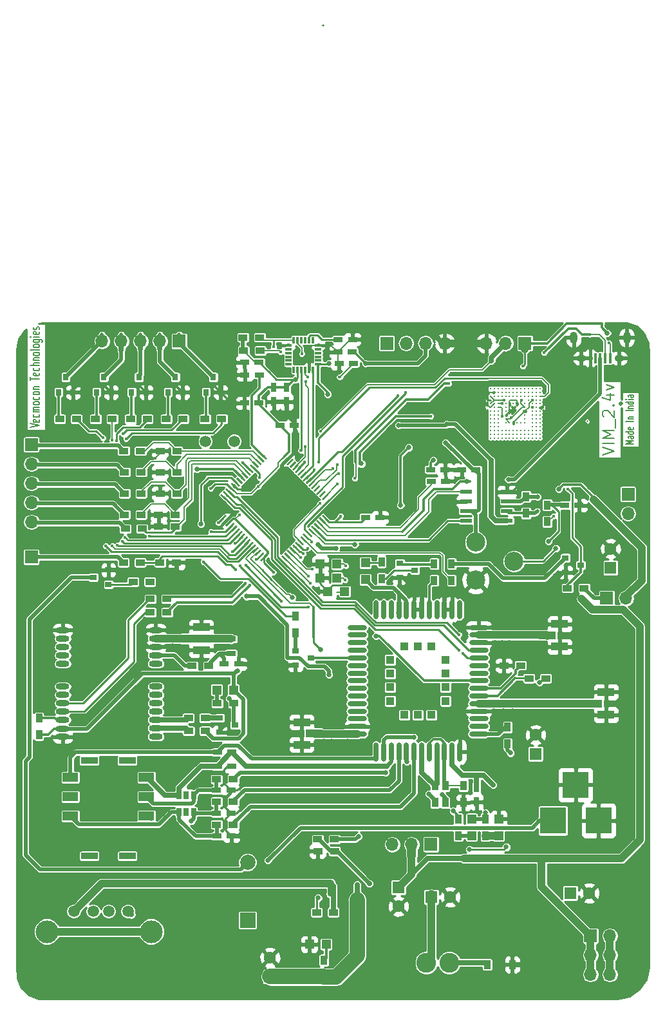
<source format=gbr>
G04 #@! TF.FileFunction,Copper,L1,Top,Signal*
%FSLAX46Y46*%
G04 Gerber Fmt 4.6, Leading zero omitted, Abs format (unit mm)*
G04 Created by KiCad (PCBNEW 4.0.5) date 06/08/18 20:03:18*
%MOMM*%
%LPD*%
G01*
G04 APERTURE LIST*
%ADD10C,0.100000*%
%ADD11C,0.162500*%
%ADD12C,0.200000*%
%ADD13R,0.650000X1.060000*%
%ADD14R,0.900000X0.800000*%
%ADD15R,1.200000X0.750000*%
%ADD16O,2.500000X0.700000*%
%ADD17O,0.700000X2.500000*%
%ADD18R,1.100000X1.100000*%
%ADD19R,2.000000X1.200000*%
%ADD20R,2.200000X0.900000*%
%ADD21R,1.200000X1.200000*%
%ADD22R,3.500000X3.500000*%
%ADD23R,1.600000X1.600000*%
%ADD24C,1.600000*%
%ADD25R,0.850000X0.300000*%
%ADD26R,0.300000X0.850000*%
%ADD27R,1.700000X1.700000*%
%ADD28O,1.700000X1.700000*%
%ADD29R,0.750000X1.200000*%
%ADD30R,0.900000X1.200000*%
%ADD31C,2.600000*%
%ADD32R,0.400000X1.350000*%
%ADD33O,1.250000X0.950000*%
%ADD34O,1.000000X1.550000*%
%ADD35R,1.200000X0.900000*%
%ADD36R,1.550000X0.600000*%
%ADD37C,1.500000*%
%ADD38C,3.000000*%
%ADD39R,0.800000X0.900000*%
%ADD40C,2.500000*%
%ADD41R,1.300000X0.700000*%
%ADD42O,1.800000X0.800000*%
%ADD43R,2.225000X1.050000*%
%ADD44C,0.325000*%
%ADD45R,2.000000X2.000000*%
%ADD46C,2.000000*%
%ADD47C,0.650000*%
%ADD48C,0.450000*%
%ADD49C,0.250000*%
%ADD50C,0.500000*%
%ADD51C,0.300000*%
%ADD52C,0.150000*%
%ADD53C,1.000000*%
%ADD54C,0.700000*%
%ADD55C,2.000000*%
%ADD56C,1.200000*%
%ADD57C,0.254000*%
G04 APERTURE END LIST*
D10*
D11*
X191968381Y-77895047D02*
X190968381Y-77895047D01*
X191682667Y-77678380D01*
X190968381Y-77461714D01*
X191968381Y-77461714D01*
X191968381Y-76873619D02*
X191444571Y-76873619D01*
X191349333Y-76904571D01*
X191301714Y-76966476D01*
X191301714Y-77090285D01*
X191349333Y-77152190D01*
X191920762Y-76873619D02*
X191968381Y-76935523D01*
X191968381Y-77090285D01*
X191920762Y-77152190D01*
X191825524Y-77183142D01*
X191730286Y-77183142D01*
X191635048Y-77152190D01*
X191587429Y-77090285D01*
X191587429Y-76935523D01*
X191539810Y-76873619D01*
X191968381Y-76285524D02*
X190968381Y-76285524D01*
X191920762Y-76285524D02*
X191968381Y-76347428D01*
X191968381Y-76471238D01*
X191920762Y-76533143D01*
X191873143Y-76564095D01*
X191777905Y-76595047D01*
X191492190Y-76595047D01*
X191396952Y-76564095D01*
X191349333Y-76533143D01*
X191301714Y-76471238D01*
X191301714Y-76347428D01*
X191349333Y-76285524D01*
X191920762Y-75728381D02*
X191968381Y-75790286D01*
X191968381Y-75914095D01*
X191920762Y-75976000D01*
X191825524Y-76006952D01*
X191444571Y-76006952D01*
X191349333Y-75976000D01*
X191301714Y-75914095D01*
X191301714Y-75790286D01*
X191349333Y-75728381D01*
X191444571Y-75697429D01*
X191539810Y-75697429D01*
X191635048Y-76006952D01*
X191968381Y-74923619D02*
X190968381Y-74923619D01*
X191301714Y-74614095D02*
X191968381Y-74614095D01*
X191396952Y-74614095D02*
X191349333Y-74583143D01*
X191301714Y-74521238D01*
X191301714Y-74428381D01*
X191349333Y-74366476D01*
X191444571Y-74335524D01*
X191968381Y-74335524D01*
X191968381Y-73530762D02*
X190968381Y-73530762D01*
X191301714Y-73221238D02*
X191968381Y-73221238D01*
X191396952Y-73221238D02*
X191349333Y-73190286D01*
X191301714Y-73128381D01*
X191301714Y-73035524D01*
X191349333Y-72973619D01*
X191444571Y-72942667D01*
X191968381Y-72942667D01*
X191968381Y-72354572D02*
X190968381Y-72354572D01*
X191920762Y-72354572D02*
X191968381Y-72416476D01*
X191968381Y-72540286D01*
X191920762Y-72602191D01*
X191873143Y-72633143D01*
X191777905Y-72664095D01*
X191492190Y-72664095D01*
X191396952Y-72633143D01*
X191349333Y-72602191D01*
X191301714Y-72540286D01*
X191301714Y-72416476D01*
X191349333Y-72354572D01*
X191968381Y-72045048D02*
X191301714Y-72045048D01*
X190968381Y-72045048D02*
X191016000Y-72076000D01*
X191063619Y-72045048D01*
X191016000Y-72014096D01*
X190968381Y-72045048D01*
X191063619Y-72045048D01*
X191968381Y-71456953D02*
X191444571Y-71456953D01*
X191349333Y-71487905D01*
X191301714Y-71549810D01*
X191301714Y-71673619D01*
X191349333Y-71735524D01*
X191920762Y-71456953D02*
X191968381Y-71518857D01*
X191968381Y-71673619D01*
X191920762Y-71735524D01*
X191825524Y-71766476D01*
X191730286Y-71766476D01*
X191635048Y-71735524D01*
X191587429Y-71673619D01*
X191587429Y-71518857D01*
X191539810Y-71456953D01*
D12*
X187900571Y-79318857D02*
X189400571Y-78818857D01*
X187900571Y-78318857D01*
X189400571Y-77818857D02*
X187900571Y-77818857D01*
X189400571Y-77104571D02*
X187900571Y-77104571D01*
X188972000Y-76604571D01*
X187900571Y-76104571D01*
X189400571Y-76104571D01*
X189543429Y-75747428D02*
X189543429Y-74604571D01*
X188043429Y-74318857D02*
X187972000Y-74247428D01*
X187900571Y-74104571D01*
X187900571Y-73747428D01*
X187972000Y-73604571D01*
X188043429Y-73533142D01*
X188186286Y-73461714D01*
X188329143Y-73461714D01*
X188543429Y-73533142D01*
X189400571Y-74390285D01*
X189400571Y-73461714D01*
X189257714Y-72818857D02*
X189329143Y-72747429D01*
X189400571Y-72818857D01*
X189329143Y-72890286D01*
X189257714Y-72818857D01*
X189400571Y-72818857D01*
X188400571Y-71461714D02*
X189400571Y-71461714D01*
X187829143Y-71818857D02*
X188900571Y-72176000D01*
X188900571Y-71247428D01*
X188400571Y-70818857D02*
X189400571Y-70461714D01*
X188400571Y-70104572D01*
D11*
X112626857Y-75730855D02*
X113826857Y-75480855D01*
X112626857Y-75230855D01*
X113769714Y-74695141D02*
X113826857Y-74766570D01*
X113826857Y-74909427D01*
X113769714Y-74980856D01*
X113655429Y-75016570D01*
X113198286Y-75016570D01*
X113084000Y-74980856D01*
X113026857Y-74909427D01*
X113026857Y-74766570D01*
X113084000Y-74695141D01*
X113198286Y-74659427D01*
X113312571Y-74659427D01*
X113426857Y-75016570D01*
X113769714Y-74016570D02*
X113826857Y-74087999D01*
X113826857Y-74230856D01*
X113769714Y-74302284D01*
X113712571Y-74337999D01*
X113598286Y-74373713D01*
X113255429Y-74373713D01*
X113141143Y-74337999D01*
X113084000Y-74302284D01*
X113026857Y-74230856D01*
X113026857Y-74087999D01*
X113084000Y-74016570D01*
X113826857Y-73695142D02*
X113026857Y-73695142D01*
X113141143Y-73695142D02*
X113084000Y-73659427D01*
X113026857Y-73587999D01*
X113026857Y-73480856D01*
X113084000Y-73409427D01*
X113198286Y-73373713D01*
X113826857Y-73373713D01*
X113198286Y-73373713D02*
X113084000Y-73337999D01*
X113026857Y-73266570D01*
X113026857Y-73159427D01*
X113084000Y-73087999D01*
X113198286Y-73052284D01*
X113826857Y-73052284D01*
X113826857Y-72587999D02*
X113769714Y-72659427D01*
X113712571Y-72695142D01*
X113598286Y-72730856D01*
X113255429Y-72730856D01*
X113141143Y-72695142D01*
X113084000Y-72659427D01*
X113026857Y-72587999D01*
X113026857Y-72480856D01*
X113084000Y-72409427D01*
X113141143Y-72373713D01*
X113255429Y-72337999D01*
X113598286Y-72337999D01*
X113712571Y-72373713D01*
X113769714Y-72409427D01*
X113826857Y-72480856D01*
X113826857Y-72587999D01*
X113769714Y-71695142D02*
X113826857Y-71766571D01*
X113826857Y-71909428D01*
X113769714Y-71980856D01*
X113712571Y-72016571D01*
X113598286Y-72052285D01*
X113255429Y-72052285D01*
X113141143Y-72016571D01*
X113084000Y-71980856D01*
X113026857Y-71909428D01*
X113026857Y-71766571D01*
X113084000Y-71695142D01*
X113826857Y-71266571D02*
X113769714Y-71337999D01*
X113712571Y-71373714D01*
X113598286Y-71409428D01*
X113255429Y-71409428D01*
X113141143Y-71373714D01*
X113084000Y-71337999D01*
X113026857Y-71266571D01*
X113026857Y-71159428D01*
X113084000Y-71087999D01*
X113141143Y-71052285D01*
X113255429Y-71016571D01*
X113598286Y-71016571D01*
X113712571Y-71052285D01*
X113769714Y-71087999D01*
X113826857Y-71159428D01*
X113826857Y-71266571D01*
X113026857Y-70695143D02*
X113826857Y-70695143D01*
X113141143Y-70695143D02*
X113084000Y-70659428D01*
X113026857Y-70588000D01*
X113026857Y-70480857D01*
X113084000Y-70409428D01*
X113198286Y-70373714D01*
X113826857Y-70373714D01*
X112626857Y-69552285D02*
X112626857Y-69123714D01*
X113826857Y-69338000D02*
X112626857Y-69338000D01*
X113769714Y-68587999D02*
X113826857Y-68659428D01*
X113826857Y-68802285D01*
X113769714Y-68873714D01*
X113655429Y-68909428D01*
X113198286Y-68909428D01*
X113084000Y-68873714D01*
X113026857Y-68802285D01*
X113026857Y-68659428D01*
X113084000Y-68587999D01*
X113198286Y-68552285D01*
X113312571Y-68552285D01*
X113426857Y-68909428D01*
X113769714Y-67909428D02*
X113826857Y-67980857D01*
X113826857Y-68123714D01*
X113769714Y-68195142D01*
X113712571Y-68230857D01*
X113598286Y-68266571D01*
X113255429Y-68266571D01*
X113141143Y-68230857D01*
X113084000Y-68195142D01*
X113026857Y-68123714D01*
X113026857Y-67980857D01*
X113084000Y-67909428D01*
X113826857Y-67588000D02*
X112626857Y-67588000D01*
X113826857Y-67266571D02*
X113198286Y-67266571D01*
X113084000Y-67302285D01*
X113026857Y-67373714D01*
X113026857Y-67480857D01*
X113084000Y-67552285D01*
X113141143Y-67588000D01*
X113026857Y-66909429D02*
X113826857Y-66909429D01*
X113141143Y-66909429D02*
X113084000Y-66873714D01*
X113026857Y-66802286D01*
X113026857Y-66695143D01*
X113084000Y-66623714D01*
X113198286Y-66588000D01*
X113826857Y-66588000D01*
X113826857Y-66123715D02*
X113769714Y-66195143D01*
X113712571Y-66230858D01*
X113598286Y-66266572D01*
X113255429Y-66266572D01*
X113141143Y-66230858D01*
X113084000Y-66195143D01*
X113026857Y-66123715D01*
X113026857Y-66016572D01*
X113084000Y-65945143D01*
X113141143Y-65909429D01*
X113255429Y-65873715D01*
X113598286Y-65873715D01*
X113712571Y-65909429D01*
X113769714Y-65945143D01*
X113826857Y-66016572D01*
X113826857Y-66123715D01*
X113826857Y-65445144D02*
X113769714Y-65516572D01*
X113655429Y-65552287D01*
X112626857Y-65552287D01*
X113826857Y-65052287D02*
X113769714Y-65123715D01*
X113712571Y-65159430D01*
X113598286Y-65195144D01*
X113255429Y-65195144D01*
X113141143Y-65159430D01*
X113084000Y-65123715D01*
X113026857Y-65052287D01*
X113026857Y-64945144D01*
X113084000Y-64873715D01*
X113141143Y-64838001D01*
X113255429Y-64802287D01*
X113598286Y-64802287D01*
X113712571Y-64838001D01*
X113769714Y-64873715D01*
X113826857Y-64945144D01*
X113826857Y-65052287D01*
X113026857Y-64159430D02*
X113998286Y-64159430D01*
X114112571Y-64195144D01*
X114169714Y-64230859D01*
X114226857Y-64302287D01*
X114226857Y-64409430D01*
X114169714Y-64480859D01*
X113769714Y-64159430D02*
X113826857Y-64230859D01*
X113826857Y-64373716D01*
X113769714Y-64445144D01*
X113712571Y-64480859D01*
X113598286Y-64516573D01*
X113255429Y-64516573D01*
X113141143Y-64480859D01*
X113084000Y-64445144D01*
X113026857Y-64373716D01*
X113026857Y-64230859D01*
X113084000Y-64159430D01*
X113826857Y-63802288D02*
X113026857Y-63802288D01*
X112626857Y-63802288D02*
X112684000Y-63838002D01*
X112741143Y-63802288D01*
X112684000Y-63766573D01*
X112626857Y-63802288D01*
X112741143Y-63802288D01*
X113769714Y-63159430D02*
X113826857Y-63230859D01*
X113826857Y-63373716D01*
X113769714Y-63445145D01*
X113655429Y-63480859D01*
X113198286Y-63480859D01*
X113084000Y-63445145D01*
X113026857Y-63373716D01*
X113026857Y-63230859D01*
X113084000Y-63159430D01*
X113198286Y-63123716D01*
X113312571Y-63123716D01*
X113426857Y-63480859D01*
X113769714Y-62838002D02*
X113826857Y-62766573D01*
X113826857Y-62623716D01*
X113769714Y-62552288D01*
X113655429Y-62516573D01*
X113598286Y-62516573D01*
X113484000Y-62552288D01*
X113426857Y-62623716D01*
X113426857Y-62730859D01*
X113369714Y-62802288D01*
X113255429Y-62838002D01*
X113198286Y-62838002D01*
X113084000Y-62802288D01*
X113026857Y-62730859D01*
X113026857Y-62623716D01*
X113084000Y-62552288D01*
D13*
X134100000Y-124050000D03*
X133150000Y-124050000D03*
X132200000Y-124050000D03*
X132200000Y-126250000D03*
X134100000Y-126250000D03*
X133150000Y-126250000D03*
D14*
X161200000Y-93550000D03*
X161200000Y-95450000D03*
X163200000Y-94500000D03*
D15*
X138115000Y-106807000D03*
X140015000Y-106807000D03*
D10*
G36*
X142879200Y-79252676D02*
X143055977Y-79075899D01*
X143763084Y-79783006D01*
X143586307Y-79959783D01*
X142879200Y-79252676D01*
X142879200Y-79252676D01*
G37*
G36*
X142525646Y-79606229D02*
X142702423Y-79429452D01*
X143409530Y-80136559D01*
X143232753Y-80313336D01*
X142525646Y-79606229D01*
X142525646Y-79606229D01*
G37*
G36*
X142172093Y-79959783D02*
X142348870Y-79783006D01*
X143055977Y-80490113D01*
X142879200Y-80666890D01*
X142172093Y-79959783D01*
X142172093Y-79959783D01*
G37*
G36*
X141818540Y-80313336D02*
X141995317Y-80136559D01*
X142702424Y-80843666D01*
X142525647Y-81020443D01*
X141818540Y-80313336D01*
X141818540Y-80313336D01*
G37*
G36*
X141464986Y-80666889D02*
X141641763Y-80490112D01*
X142348870Y-81197219D01*
X142172093Y-81373996D01*
X141464986Y-80666889D01*
X141464986Y-80666889D01*
G37*
G36*
X141111433Y-81020443D02*
X141288210Y-80843666D01*
X141995317Y-81550773D01*
X141818540Y-81727550D01*
X141111433Y-81020443D01*
X141111433Y-81020443D01*
G37*
G36*
X140757879Y-81373996D02*
X140934656Y-81197219D01*
X141641763Y-81904326D01*
X141464986Y-82081103D01*
X140757879Y-81373996D01*
X140757879Y-81373996D01*
G37*
G36*
X140404326Y-81727550D02*
X140581103Y-81550773D01*
X141288210Y-82257880D01*
X141111433Y-82434657D01*
X140404326Y-81727550D01*
X140404326Y-81727550D01*
G37*
G36*
X140050773Y-82081103D02*
X140227550Y-81904326D01*
X140934657Y-82611433D01*
X140757880Y-82788210D01*
X140050773Y-82081103D01*
X140050773Y-82081103D01*
G37*
G36*
X139697219Y-82434656D02*
X139873996Y-82257879D01*
X140581103Y-82964986D01*
X140404326Y-83141763D01*
X139697219Y-82434656D01*
X139697219Y-82434656D01*
G37*
G36*
X139343666Y-82788210D02*
X139520443Y-82611433D01*
X140227550Y-83318540D01*
X140050773Y-83495317D01*
X139343666Y-82788210D01*
X139343666Y-82788210D01*
G37*
G36*
X138990112Y-83141763D02*
X139166889Y-82964986D01*
X139873996Y-83672093D01*
X139697219Y-83848870D01*
X138990112Y-83141763D01*
X138990112Y-83141763D01*
G37*
G36*
X138636559Y-83495317D02*
X138813336Y-83318540D01*
X139520443Y-84025647D01*
X139343666Y-84202424D01*
X138636559Y-83495317D01*
X138636559Y-83495317D01*
G37*
G36*
X138283006Y-83848870D02*
X138459783Y-83672093D01*
X139166890Y-84379200D01*
X138990113Y-84555977D01*
X138283006Y-83848870D01*
X138283006Y-83848870D01*
G37*
G36*
X137929452Y-84202423D02*
X138106229Y-84025646D01*
X138813336Y-84732753D01*
X138636559Y-84909530D01*
X137929452Y-84202423D01*
X137929452Y-84202423D01*
G37*
G36*
X137575899Y-84555977D02*
X137752676Y-84379200D01*
X138459783Y-85086307D01*
X138283006Y-85263084D01*
X137575899Y-84555977D01*
X137575899Y-84555977D01*
G37*
G36*
X137752676Y-88020800D02*
X137575899Y-87844023D01*
X138283006Y-87136916D01*
X138459783Y-87313693D01*
X137752676Y-88020800D01*
X137752676Y-88020800D01*
G37*
G36*
X138106229Y-88374354D02*
X137929452Y-88197577D01*
X138636559Y-87490470D01*
X138813336Y-87667247D01*
X138106229Y-88374354D01*
X138106229Y-88374354D01*
G37*
G36*
X138459783Y-88727907D02*
X138283006Y-88551130D01*
X138990113Y-87844023D01*
X139166890Y-88020800D01*
X138459783Y-88727907D01*
X138459783Y-88727907D01*
G37*
G36*
X138813336Y-89081460D02*
X138636559Y-88904683D01*
X139343666Y-88197576D01*
X139520443Y-88374353D01*
X138813336Y-89081460D01*
X138813336Y-89081460D01*
G37*
G36*
X139166889Y-89435014D02*
X138990112Y-89258237D01*
X139697219Y-88551130D01*
X139873996Y-88727907D01*
X139166889Y-89435014D01*
X139166889Y-89435014D01*
G37*
G36*
X139520443Y-89788567D02*
X139343666Y-89611790D01*
X140050773Y-88904683D01*
X140227550Y-89081460D01*
X139520443Y-89788567D01*
X139520443Y-89788567D01*
G37*
G36*
X139873996Y-90142121D02*
X139697219Y-89965344D01*
X140404326Y-89258237D01*
X140581103Y-89435014D01*
X139873996Y-90142121D01*
X139873996Y-90142121D01*
G37*
G36*
X140227550Y-90495674D02*
X140050773Y-90318897D01*
X140757880Y-89611790D01*
X140934657Y-89788567D01*
X140227550Y-90495674D01*
X140227550Y-90495674D01*
G37*
G36*
X140581103Y-90849227D02*
X140404326Y-90672450D01*
X141111433Y-89965343D01*
X141288210Y-90142120D01*
X140581103Y-90849227D01*
X140581103Y-90849227D01*
G37*
G36*
X140934656Y-91202781D02*
X140757879Y-91026004D01*
X141464986Y-90318897D01*
X141641763Y-90495674D01*
X140934656Y-91202781D01*
X140934656Y-91202781D01*
G37*
G36*
X141288210Y-91556334D02*
X141111433Y-91379557D01*
X141818540Y-90672450D01*
X141995317Y-90849227D01*
X141288210Y-91556334D01*
X141288210Y-91556334D01*
G37*
G36*
X141641763Y-91909888D02*
X141464986Y-91733111D01*
X142172093Y-91026004D01*
X142348870Y-91202781D01*
X141641763Y-91909888D01*
X141641763Y-91909888D01*
G37*
G36*
X141995317Y-92263441D02*
X141818540Y-92086664D01*
X142525647Y-91379557D01*
X142702424Y-91556334D01*
X141995317Y-92263441D01*
X141995317Y-92263441D01*
G37*
G36*
X142348870Y-92616994D02*
X142172093Y-92440217D01*
X142879200Y-91733110D01*
X143055977Y-91909887D01*
X142348870Y-92616994D01*
X142348870Y-92616994D01*
G37*
G36*
X142702423Y-92970548D02*
X142525646Y-92793771D01*
X143232753Y-92086664D01*
X143409530Y-92263441D01*
X142702423Y-92970548D01*
X142702423Y-92970548D01*
G37*
G36*
X143055977Y-93324101D02*
X142879200Y-93147324D01*
X143586307Y-92440217D01*
X143763084Y-92616994D01*
X143055977Y-93324101D01*
X143055977Y-93324101D01*
G37*
G36*
X145636916Y-92616994D02*
X145813693Y-92440217D01*
X146520800Y-93147324D01*
X146344023Y-93324101D01*
X145636916Y-92616994D01*
X145636916Y-92616994D01*
G37*
G36*
X145990470Y-92263441D02*
X146167247Y-92086664D01*
X146874354Y-92793771D01*
X146697577Y-92970548D01*
X145990470Y-92263441D01*
X145990470Y-92263441D01*
G37*
G36*
X146344023Y-91909887D02*
X146520800Y-91733110D01*
X147227907Y-92440217D01*
X147051130Y-92616994D01*
X146344023Y-91909887D01*
X146344023Y-91909887D01*
G37*
G36*
X146697576Y-91556334D02*
X146874353Y-91379557D01*
X147581460Y-92086664D01*
X147404683Y-92263441D01*
X146697576Y-91556334D01*
X146697576Y-91556334D01*
G37*
G36*
X147051130Y-91202781D02*
X147227907Y-91026004D01*
X147935014Y-91733111D01*
X147758237Y-91909888D01*
X147051130Y-91202781D01*
X147051130Y-91202781D01*
G37*
G36*
X147404683Y-90849227D02*
X147581460Y-90672450D01*
X148288567Y-91379557D01*
X148111790Y-91556334D01*
X147404683Y-90849227D01*
X147404683Y-90849227D01*
G37*
G36*
X147758237Y-90495674D02*
X147935014Y-90318897D01*
X148642121Y-91026004D01*
X148465344Y-91202781D01*
X147758237Y-90495674D01*
X147758237Y-90495674D01*
G37*
G36*
X148111790Y-90142120D02*
X148288567Y-89965343D01*
X148995674Y-90672450D01*
X148818897Y-90849227D01*
X148111790Y-90142120D01*
X148111790Y-90142120D01*
G37*
G36*
X148465343Y-89788567D02*
X148642120Y-89611790D01*
X149349227Y-90318897D01*
X149172450Y-90495674D01*
X148465343Y-89788567D01*
X148465343Y-89788567D01*
G37*
G36*
X148818897Y-89435014D02*
X148995674Y-89258237D01*
X149702781Y-89965344D01*
X149526004Y-90142121D01*
X148818897Y-89435014D01*
X148818897Y-89435014D01*
G37*
G36*
X149172450Y-89081460D02*
X149349227Y-88904683D01*
X150056334Y-89611790D01*
X149879557Y-89788567D01*
X149172450Y-89081460D01*
X149172450Y-89081460D01*
G37*
G36*
X149526004Y-88727907D02*
X149702781Y-88551130D01*
X150409888Y-89258237D01*
X150233111Y-89435014D01*
X149526004Y-88727907D01*
X149526004Y-88727907D01*
G37*
G36*
X149879557Y-88374353D02*
X150056334Y-88197576D01*
X150763441Y-88904683D01*
X150586664Y-89081460D01*
X149879557Y-88374353D01*
X149879557Y-88374353D01*
G37*
G36*
X150233110Y-88020800D02*
X150409887Y-87844023D01*
X151116994Y-88551130D01*
X150940217Y-88727907D01*
X150233110Y-88020800D01*
X150233110Y-88020800D01*
G37*
G36*
X150586664Y-87667247D02*
X150763441Y-87490470D01*
X151470548Y-88197577D01*
X151293771Y-88374354D01*
X150586664Y-87667247D01*
X150586664Y-87667247D01*
G37*
G36*
X150940217Y-87313693D02*
X151116994Y-87136916D01*
X151824101Y-87844023D01*
X151647324Y-88020800D01*
X150940217Y-87313693D01*
X150940217Y-87313693D01*
G37*
G36*
X151116994Y-85263084D02*
X150940217Y-85086307D01*
X151647324Y-84379200D01*
X151824101Y-84555977D01*
X151116994Y-85263084D01*
X151116994Y-85263084D01*
G37*
G36*
X150763441Y-84909530D02*
X150586664Y-84732753D01*
X151293771Y-84025646D01*
X151470548Y-84202423D01*
X150763441Y-84909530D01*
X150763441Y-84909530D01*
G37*
G36*
X150409887Y-84555977D02*
X150233110Y-84379200D01*
X150940217Y-83672093D01*
X151116994Y-83848870D01*
X150409887Y-84555977D01*
X150409887Y-84555977D01*
G37*
G36*
X150056334Y-84202424D02*
X149879557Y-84025647D01*
X150586664Y-83318540D01*
X150763441Y-83495317D01*
X150056334Y-84202424D01*
X150056334Y-84202424D01*
G37*
G36*
X149702781Y-83848870D02*
X149526004Y-83672093D01*
X150233111Y-82964986D01*
X150409888Y-83141763D01*
X149702781Y-83848870D01*
X149702781Y-83848870D01*
G37*
G36*
X149349227Y-83495317D02*
X149172450Y-83318540D01*
X149879557Y-82611433D01*
X150056334Y-82788210D01*
X149349227Y-83495317D01*
X149349227Y-83495317D01*
G37*
G36*
X148995674Y-83141763D02*
X148818897Y-82964986D01*
X149526004Y-82257879D01*
X149702781Y-82434656D01*
X148995674Y-83141763D01*
X148995674Y-83141763D01*
G37*
G36*
X148642120Y-82788210D02*
X148465343Y-82611433D01*
X149172450Y-81904326D01*
X149349227Y-82081103D01*
X148642120Y-82788210D01*
X148642120Y-82788210D01*
G37*
G36*
X148288567Y-82434657D02*
X148111790Y-82257880D01*
X148818897Y-81550773D01*
X148995674Y-81727550D01*
X148288567Y-82434657D01*
X148288567Y-82434657D01*
G37*
G36*
X147935014Y-82081103D02*
X147758237Y-81904326D01*
X148465344Y-81197219D01*
X148642121Y-81373996D01*
X147935014Y-82081103D01*
X147935014Y-82081103D01*
G37*
G36*
X147581460Y-81727550D02*
X147404683Y-81550773D01*
X148111790Y-80843666D01*
X148288567Y-81020443D01*
X147581460Y-81727550D01*
X147581460Y-81727550D01*
G37*
G36*
X147227907Y-81373996D02*
X147051130Y-81197219D01*
X147758237Y-80490112D01*
X147935014Y-80666889D01*
X147227907Y-81373996D01*
X147227907Y-81373996D01*
G37*
G36*
X146874353Y-81020443D02*
X146697576Y-80843666D01*
X147404683Y-80136559D01*
X147581460Y-80313336D01*
X146874353Y-81020443D01*
X146874353Y-81020443D01*
G37*
G36*
X146520800Y-80666890D02*
X146344023Y-80490113D01*
X147051130Y-79783006D01*
X147227907Y-79959783D01*
X146520800Y-80666890D01*
X146520800Y-80666890D01*
G37*
G36*
X146167247Y-80313336D02*
X145990470Y-80136559D01*
X146697577Y-79429452D01*
X146874354Y-79606229D01*
X146167247Y-80313336D01*
X146167247Y-80313336D01*
G37*
G36*
X145813693Y-79959783D02*
X145636916Y-79783006D01*
X146344023Y-79075899D01*
X146520800Y-79252676D01*
X145813693Y-79959783D01*
X145813693Y-79959783D01*
G37*
D16*
X155600000Y-102000000D03*
X155600000Y-103000000D03*
X155600000Y-104000000D03*
X155600000Y-105000000D03*
X155600000Y-106000000D03*
X155600000Y-107000000D03*
X155600000Y-108000000D03*
X155600000Y-109000000D03*
X155600000Y-110000000D03*
X155600000Y-111000000D03*
X155600000Y-112000000D03*
X155600000Y-113000000D03*
X155600000Y-114000000D03*
X155600000Y-115000000D03*
X155600000Y-116000000D03*
D17*
X158100000Y-118350000D03*
X159100000Y-118350000D03*
X160100000Y-118350000D03*
X161100000Y-118350000D03*
X162100000Y-118350000D03*
X163100000Y-118350000D03*
X164100000Y-118350000D03*
X165100000Y-118350000D03*
X166100000Y-118350000D03*
X167100000Y-118350000D03*
X168100000Y-118350000D03*
X169100000Y-118350000D03*
D16*
X171600000Y-116000000D03*
X171600000Y-115000000D03*
X171600000Y-114000000D03*
X171600000Y-113000000D03*
X171600000Y-112000000D03*
X171600000Y-111000000D03*
X171600000Y-110000000D03*
X171600000Y-109000000D03*
X171600000Y-108000000D03*
X171600000Y-107000000D03*
X171600000Y-106000000D03*
X171600000Y-105000000D03*
X171600000Y-104000000D03*
X171600000Y-103000000D03*
X171600000Y-102000000D03*
D17*
X169100000Y-99650000D03*
X168100000Y-99650000D03*
X167100000Y-99650000D03*
X166100000Y-99650000D03*
X165100000Y-99650000D03*
X164100000Y-99650000D03*
X163100000Y-99650000D03*
X162100000Y-99650000D03*
X161100000Y-99640000D03*
X160100000Y-99650000D03*
X159100000Y-99650000D03*
X158100000Y-99650000D03*
D18*
X163600000Y-104500000D03*
X161800000Y-104500000D03*
X165400000Y-104500000D03*
X159950000Y-108060000D03*
X159950000Y-106260000D03*
X159950000Y-109860000D03*
X159950000Y-111660000D03*
X163600000Y-113500000D03*
X167250000Y-106260000D03*
X167250000Y-108060000D03*
X167250000Y-109860000D03*
X167250000Y-111660000D03*
X165400000Y-113500000D03*
X161800000Y-113500000D03*
D19*
X117900000Y-121700000D03*
X117900000Y-124240000D03*
X117900000Y-126780000D03*
X127900000Y-126780000D03*
X127900000Y-124240000D03*
X127900000Y-121700000D03*
D20*
X120400000Y-119510000D03*
X125400000Y-119510000D03*
X120400000Y-132010000D03*
X125400000Y-132010000D03*
D21*
X151530000Y-143610000D03*
X149330000Y-143610000D03*
X174244000Y-129370000D03*
X174244000Y-127170000D03*
X156718000Y-95715000D03*
X156718000Y-93515000D03*
D22*
X181356000Y-127381000D03*
X187356000Y-127381000D03*
X184356000Y-122681000D03*
D21*
X152928500Y-93662500D03*
X150728500Y-93662500D03*
X153960000Y-97260000D03*
X151760000Y-97260000D03*
X152928500Y-95504000D03*
X150728500Y-95504000D03*
X170688000Y-127170000D03*
X170688000Y-129370000D03*
D14*
X147500000Y-105050000D03*
X147500000Y-106950000D03*
X149500000Y-106000000D03*
D23*
X144151000Y-147872000D03*
D24*
X144151000Y-145372000D03*
D23*
X161036000Y-136144000D03*
D24*
X161036000Y-138644000D03*
D25*
X146570800Y-64928000D03*
X146570800Y-65428000D03*
X146570800Y-65928000D03*
X146570800Y-66428000D03*
X146570800Y-66928000D03*
X146570800Y-67428000D03*
D26*
X147270800Y-68128000D03*
X147770800Y-68128000D03*
X148270800Y-68128000D03*
X148770800Y-68128000D03*
X149270800Y-68128000D03*
X149770800Y-68128000D03*
D25*
X150470800Y-67428000D03*
X150470800Y-66928000D03*
X150470800Y-66428000D03*
X150470800Y-65928000D03*
X150470800Y-65428000D03*
X150470800Y-64928000D03*
D26*
X149770800Y-64228000D03*
X149270800Y-64228000D03*
X148770800Y-64228000D03*
X148270800Y-64228000D03*
X147770800Y-64228000D03*
X147270800Y-64228000D03*
D23*
X179070000Y-118618000D03*
D24*
X179070000Y-116118000D03*
D27*
X159519000Y-64654000D03*
D28*
X162059000Y-64654000D03*
X164599000Y-64654000D03*
X167139000Y-64654000D03*
D27*
X191250000Y-84500000D03*
D28*
X191250000Y-87040000D03*
D27*
X177680000Y-64654000D03*
D28*
X175140000Y-64654000D03*
X172600000Y-64654000D03*
D29*
X144650000Y-70420000D03*
X144650000Y-72320000D03*
X146320000Y-70430000D03*
X146320000Y-72330000D03*
D15*
X156700000Y-87550000D03*
X158600000Y-87550000D03*
X145440000Y-75410000D03*
X147340000Y-75410000D03*
X153050000Y-65800000D03*
X154950000Y-65800000D03*
X155135000Y-67295600D03*
X153235000Y-67295600D03*
X142708000Y-67156000D03*
X140808000Y-67156000D03*
X155008000Y-64146000D03*
X153108000Y-64146000D03*
X165330400Y-82797600D03*
X167230400Y-82797600D03*
X137175000Y-129400000D03*
X139075000Y-129400000D03*
X137125000Y-126400000D03*
X139025000Y-126400000D03*
D23*
X183642000Y-136906000D03*
D24*
X186142000Y-136906000D03*
D15*
X137125000Y-123400000D03*
X139025000Y-123400000D03*
D23*
X165354000Y-137414000D03*
D24*
X167854000Y-137414000D03*
D15*
X137225000Y-120225000D03*
X139125000Y-120225000D03*
X182890000Y-85970000D03*
X184790000Y-85970000D03*
X139150000Y-118400000D03*
X137250000Y-118400000D03*
D29*
X171323000Y-123002000D03*
X171323000Y-124902000D03*
D15*
X171250000Y-81300000D03*
X169350000Y-81300000D03*
X142750000Y-68800000D03*
X140850000Y-68800000D03*
D30*
X172721000Y-146304000D03*
X176021000Y-146304000D03*
D27*
X165300000Y-130500000D03*
D28*
X162760000Y-130500000D03*
X160220000Y-130500000D03*
D31*
X164719000Y-146050000D03*
X167719000Y-146050000D03*
D32*
X188879000Y-66628000D03*
X188229000Y-66628000D03*
X187579000Y-66628000D03*
X186929000Y-66628000D03*
X186279000Y-66628000D03*
D33*
X190079000Y-66628000D03*
X185079000Y-66628000D03*
D34*
X191079000Y-63928000D03*
X184079000Y-63928000D03*
D35*
X140600000Y-63900000D03*
X142800000Y-63900000D03*
X140658000Y-65632000D03*
X142858000Y-65632000D03*
X139325000Y-121950000D03*
X137125000Y-121950000D03*
X139325000Y-124900000D03*
X137125000Y-124900000D03*
X139325000Y-127900000D03*
X137125000Y-127900000D03*
D30*
X158810000Y-93390000D03*
X158810000Y-95590000D03*
X168021000Y-95842000D03*
X168021000Y-93642000D03*
X167200000Y-125000000D03*
X167200000Y-122800000D03*
X169600000Y-122800000D03*
X169600000Y-125000000D03*
D35*
X152620000Y-129840000D03*
X150420000Y-129840000D03*
X152630000Y-131390000D03*
X150430000Y-131390000D03*
D30*
X151240000Y-147920000D03*
X151240000Y-145720000D03*
X165850000Y-125000000D03*
X165850000Y-122800000D03*
D35*
X174922000Y-106997500D03*
X177122000Y-106997500D03*
D30*
X172466000Y-127170000D03*
X172466000Y-129370000D03*
X168910000Y-127170000D03*
X168910000Y-129370000D03*
X177800000Y-87000000D03*
X177800000Y-84800000D03*
D35*
X152484000Y-139446000D03*
X150284000Y-139446000D03*
X180424000Y-108712000D03*
X178224000Y-108712000D03*
D30*
X147500000Y-100500000D03*
X147500000Y-102700000D03*
X165735000Y-95842000D03*
X165735000Y-93642000D03*
D36*
X169900000Y-84195000D03*
X169900000Y-85465000D03*
X169900000Y-86735000D03*
X169900000Y-88005000D03*
X175300000Y-88005000D03*
X175300000Y-86735000D03*
X175300000Y-85465000D03*
X175300000Y-84195000D03*
D37*
X135636000Y-77533500D03*
X139436000Y-77533500D03*
D15*
X142682000Y-72517000D03*
X140782000Y-72517000D03*
X167179600Y-81273600D03*
X165279600Y-81273600D03*
D21*
X139360000Y-110200000D03*
X137160000Y-110200000D03*
D37*
X125460000Y-139280000D03*
X122920000Y-139280000D03*
X120890000Y-139280000D03*
X118350000Y-139280000D03*
D38*
X128510000Y-141950000D03*
X114790000Y-141950000D03*
D27*
X112776000Y-77978000D03*
D28*
X112776000Y-80518000D03*
X112776000Y-83058000D03*
X112776000Y-85598000D03*
X112776000Y-88138000D03*
D27*
X188430000Y-98150000D03*
D28*
X190970000Y-98150000D03*
D27*
X112750000Y-92750000D03*
D14*
X137540000Y-113860000D03*
X137540000Y-115760000D03*
X139540000Y-114810000D03*
D39*
X135750000Y-71100000D03*
X137650000Y-71100000D03*
X136700000Y-69100000D03*
D14*
X122900000Y-96350000D03*
X122900000Y-94450000D03*
X120900000Y-95400000D03*
D39*
X130750000Y-71100000D03*
X132650000Y-71100000D03*
X131700000Y-69100000D03*
X125950000Y-71100000D03*
X127850000Y-71100000D03*
X126900000Y-69100000D03*
X121350000Y-71100000D03*
X123250000Y-71100000D03*
X122300000Y-69100000D03*
D14*
X183000000Y-92850000D03*
X183000000Y-94750000D03*
X185000000Y-93800000D03*
D35*
X139380000Y-111960000D03*
X137180000Y-111960000D03*
X135620000Y-113890000D03*
X133420000Y-113890000D03*
X137800000Y-74600000D03*
X135600000Y-74600000D03*
X128354000Y-96012000D03*
X126154000Y-96012000D03*
X132700000Y-74600000D03*
X130500000Y-74600000D03*
X128000000Y-74600000D03*
X125800000Y-74600000D03*
X124900000Y-78800000D03*
X127100000Y-78800000D03*
X131900000Y-78800000D03*
X129700000Y-78800000D03*
X125000000Y-81600000D03*
X127200000Y-81600000D03*
X131900000Y-81600000D03*
X129700000Y-81600000D03*
X123400000Y-74600000D03*
X121200000Y-74600000D03*
X125000000Y-84400000D03*
X127200000Y-84400000D03*
X131900000Y-84400000D03*
X129700000Y-84400000D03*
X125000000Y-87200000D03*
X127200000Y-87200000D03*
X131700000Y-87200000D03*
X129500000Y-87200000D03*
X125138000Y-89027000D03*
X127338000Y-89027000D03*
X131710000Y-88730000D03*
X129510000Y-88730000D03*
X183240500Y-96837500D03*
X185440500Y-96837500D03*
X124884000Y-93472000D03*
X127084000Y-93472000D03*
X129659200Y-93472000D03*
X131859200Y-93472000D03*
D30*
X180600000Y-85900000D03*
X180600000Y-88100000D03*
D27*
X186300000Y-142500000D03*
D28*
X188840000Y-142500000D03*
X186300000Y-145040000D03*
X188840000Y-145040000D03*
X186300000Y-147580000D03*
X188840000Y-147580000D03*
D39*
X116350000Y-71100000D03*
X118250000Y-71100000D03*
X117300000Y-69100000D03*
D35*
X135650000Y-115580000D03*
X133450000Y-115580000D03*
X136101000Y-107061000D03*
X133901000Y-107061000D03*
D30*
X113770000Y-113890000D03*
X113770000Y-116090000D03*
D35*
X118700000Y-74600000D03*
X116500000Y-74600000D03*
D40*
X176236000Y-93305000D03*
X171196000Y-95805000D03*
X171196000Y-90805000D03*
D41*
X139001500Y-105407500D03*
X139001500Y-103507500D03*
D42*
X129128000Y-116356000D03*
X129128000Y-115256000D03*
X129128000Y-114156000D03*
X129128000Y-113056000D03*
X129128000Y-111956000D03*
X129128000Y-110856000D03*
X129128000Y-109756000D03*
X129128000Y-106756000D03*
X129128000Y-105656000D03*
X129128000Y-104556000D03*
X129128000Y-103456000D03*
X129128000Y-102356000D03*
X116878000Y-102356000D03*
X116878000Y-103456000D03*
X116878000Y-104556000D03*
X116878000Y-105656000D03*
X116878000Y-106756000D03*
X116878000Y-109756000D03*
X116878000Y-110856000D03*
X116878000Y-111956000D03*
X116878000Y-113056000D03*
X116878000Y-114156000D03*
X116878000Y-115356000D03*
X116878000Y-116356000D03*
D43*
X135128000Y-104956000D03*
X135128000Y-101981000D03*
X133528000Y-103468500D03*
X182245000Y-104511500D03*
X182245000Y-101536500D03*
X180645000Y-103024000D03*
X188341000Y-113465000D03*
X188341000Y-110490000D03*
X186741000Y-111977500D03*
X148336000Y-114436500D03*
X148336000Y-117411500D03*
X149936000Y-115924000D03*
D27*
X132207000Y-64389000D03*
D28*
X129667000Y-64389000D03*
X127127000Y-64389000D03*
X124587000Y-64389000D03*
X122047000Y-64389000D03*
D44*
X179650000Y-71605000D03*
X179650000Y-72105000D03*
X179650000Y-72605000D03*
X179650000Y-73105000D03*
X179650000Y-73605000D03*
X179650000Y-74105000D03*
X179150000Y-72605000D03*
X179650000Y-75605000D03*
X179650000Y-76105000D03*
X179650000Y-76605000D03*
X179650000Y-77105000D03*
X179150000Y-70605000D03*
X179150000Y-71105000D03*
X179150000Y-71605000D03*
X179150000Y-72105000D03*
X179650000Y-74605000D03*
X179150000Y-73105000D03*
X179150000Y-73605000D03*
X179150000Y-74105000D03*
X179150000Y-74605000D03*
X179150000Y-75105000D03*
X179150000Y-75605000D03*
X179150000Y-76105000D03*
X179150000Y-76605000D03*
X179150000Y-77105000D03*
X178650000Y-77105000D03*
X178650000Y-76605000D03*
X178650000Y-76105000D03*
X178650000Y-75605000D03*
X178650000Y-75105000D03*
X178650000Y-74605000D03*
X178650000Y-74105000D03*
X178650000Y-73605000D03*
X178650000Y-73105000D03*
X178650000Y-72605000D03*
X178650000Y-72105000D03*
X178650000Y-71605000D03*
X178650000Y-71105000D03*
X178650000Y-70605000D03*
X178150000Y-70605000D03*
X178150000Y-71105000D03*
X178150000Y-71605000D03*
X178150000Y-72105000D03*
X179650000Y-71105000D03*
X176650000Y-71605000D03*
X174150000Y-72105000D03*
X174150000Y-72605000D03*
X174150000Y-73105000D03*
X173650000Y-72605000D03*
X173650000Y-72105000D03*
X173650000Y-71105000D03*
X173150000Y-71605000D03*
X173150000Y-72105000D03*
X173150000Y-72605000D03*
X173150000Y-73105000D03*
X173150000Y-73605000D03*
X173150000Y-75105000D03*
X177650000Y-72605000D03*
X177150000Y-72605000D03*
X176650000Y-72605000D03*
X176150000Y-72605000D03*
X175650000Y-72605000D03*
X175150000Y-72605000D03*
X175150000Y-73105000D03*
X175150000Y-73605000D03*
X175150000Y-74605000D03*
X175150000Y-75105000D03*
X175150000Y-74105000D03*
X175650000Y-75105000D03*
X176150000Y-75105000D03*
X176650000Y-75105000D03*
X177150000Y-75105000D03*
X177650000Y-75105000D03*
X177650000Y-74605000D03*
X177650000Y-74105000D03*
X177650000Y-73605000D03*
X177650000Y-73105000D03*
X179650000Y-75105000D03*
X177650000Y-70605000D03*
X177650000Y-71105000D03*
X177650000Y-71605000D03*
X177150000Y-70605000D03*
X177150000Y-71105000D03*
X177150000Y-71605000D03*
X176650000Y-70605000D03*
X176650000Y-71105000D03*
X176150000Y-70605000D03*
X176150000Y-71105000D03*
X176150000Y-71605000D03*
X175650000Y-70605000D03*
X175650000Y-71105000D03*
X175650000Y-71605000D03*
X175150000Y-70605000D03*
X175150000Y-71105000D03*
X175150000Y-71605000D03*
X174650000Y-70605000D03*
X174650000Y-71105000D03*
X174650000Y-71605000D03*
X174150000Y-70605000D03*
X174150000Y-71105000D03*
X174150000Y-71605000D03*
X173650000Y-70605000D03*
X173650000Y-71605000D03*
X173150000Y-70605000D03*
X173650000Y-73105000D03*
X173650000Y-73605000D03*
X174150000Y-73605000D03*
X174150000Y-74105000D03*
X173650000Y-74105000D03*
X173150000Y-74105000D03*
X173150000Y-74605000D03*
X173650000Y-74605000D03*
X174150000Y-74605000D03*
X174150000Y-75105000D03*
X173650000Y-75105000D03*
X173150000Y-75605000D03*
X173650000Y-75605000D03*
X174150000Y-75605000D03*
X174150000Y-76105000D03*
X173650000Y-76105000D03*
X173150000Y-76105000D03*
X173150000Y-76605000D03*
X173650000Y-76605000D03*
X174150000Y-76605000D03*
X174150000Y-77105000D03*
X173150000Y-77105000D03*
X173650000Y-77105000D03*
X174650000Y-77105000D03*
X175150000Y-77105000D03*
X175650000Y-77105000D03*
X176150000Y-77105000D03*
X176650000Y-77105000D03*
X177150000Y-77105000D03*
X177650000Y-77105000D03*
X178150000Y-77105000D03*
X178150000Y-76605000D03*
X177650000Y-76605000D03*
X177150000Y-76605000D03*
X176650000Y-76605000D03*
X176150000Y-76605000D03*
X175650000Y-76605000D03*
X175150000Y-76605000D03*
X174650000Y-76605000D03*
X174650000Y-76105000D03*
X175150000Y-76105000D03*
X175650000Y-76105000D03*
X176150000Y-76105000D03*
X176650000Y-76105000D03*
X177150000Y-76105000D03*
X177650000Y-76105000D03*
X178150000Y-76105000D03*
X179650000Y-70605000D03*
D23*
X188940000Y-94160000D03*
D24*
X188940000Y-91660000D03*
D35*
X130600000Y-100000000D03*
X128400000Y-100000000D03*
X130600000Y-98250000D03*
X128400000Y-98250000D03*
D45*
X141200000Y-140470000D03*
D46*
X141200000Y-132870000D03*
D30*
X175387000Y-115105000D03*
X175387000Y-117305000D03*
D47*
X152810000Y-91620000D03*
X150450000Y-91110000D03*
D48*
X135350000Y-121000000D03*
X134600000Y-121675000D03*
X133950000Y-122325000D03*
X133450000Y-123075000D03*
X134100000Y-123125000D03*
X134400000Y-122800000D03*
X135050000Y-122775000D03*
X135975000Y-122800000D03*
X136050000Y-122300000D03*
X136050000Y-121700000D03*
X136175000Y-121175000D03*
D47*
X188510000Y-63320000D03*
X147500000Y-69400000D03*
X151750000Y-71380000D03*
X161061000Y-75438000D03*
X139860000Y-107700000D03*
D48*
X153450000Y-87350000D03*
X177200000Y-72100000D03*
X175900000Y-74450000D03*
X140144500Y-87185500D03*
X136347200Y-83718400D03*
X177419000Y-67691000D03*
D47*
X167386000Y-75311000D03*
D48*
X142557500Y-83502500D03*
D47*
X165608000Y-80010000D03*
D48*
X173228000Y-80010000D03*
D47*
X156718000Y-67310000D03*
X151892000Y-67310000D03*
D48*
X144627600Y-94742000D03*
X129925000Y-126625000D03*
X130925000Y-125725000D03*
X130150000Y-125725000D03*
X129100000Y-125750000D03*
X128150000Y-125425000D03*
X127375000Y-125325000D03*
X126400000Y-126375000D03*
X126225000Y-127250000D03*
X124800000Y-127225000D03*
X123625000Y-127250000D03*
X122200000Y-127275000D03*
X121250000Y-127275000D03*
X120250000Y-127250000D03*
X119450000Y-127250000D03*
X116675000Y-127750000D03*
X117250000Y-127800000D03*
X118100000Y-127975000D03*
X118575000Y-128450000D03*
X119450000Y-128525000D03*
X120575000Y-128550000D03*
X121600000Y-128575000D03*
X122750000Y-128600000D03*
X123900000Y-128600000D03*
X124950000Y-128600000D03*
X126000000Y-128600000D03*
X127225000Y-128625000D03*
X128675000Y-128550000D03*
X129725000Y-128550000D03*
X130875000Y-128525000D03*
X131025000Y-127250000D03*
X131550000Y-127200000D03*
X131775000Y-128500000D03*
X132475000Y-128550000D03*
X133025000Y-129025000D03*
X133575000Y-129600000D03*
X134375000Y-130075000D03*
X135200000Y-130075000D03*
X136150000Y-130125000D03*
X136125000Y-128775000D03*
X135525000Y-128800000D03*
X134450000Y-128575000D03*
X134400000Y-127950000D03*
X134975000Y-127050000D03*
X136075000Y-127100000D03*
X135850000Y-125800000D03*
X135300000Y-125750000D03*
X134625000Y-125300000D03*
X134800000Y-124600000D03*
X135000000Y-124050000D03*
X135600000Y-124025000D03*
X136300000Y-124100000D03*
D47*
X133150000Y-124050000D03*
X141500000Y-127200000D03*
X143600000Y-127075000D03*
X145850000Y-127075000D03*
X148250000Y-127025000D03*
X150450000Y-127000000D03*
X152900000Y-127000000D03*
X155400000Y-126950000D03*
X157950000Y-126575000D03*
X160650000Y-126475000D03*
X163225000Y-126450000D03*
X164000000Y-123950000D03*
X143550000Y-124650000D03*
X145850000Y-124650000D03*
X147975000Y-124675000D03*
X150275000Y-124675000D03*
X152850000Y-124650000D03*
X155125000Y-124650000D03*
X157450000Y-124575000D03*
X160700000Y-124500000D03*
X161925000Y-122050000D03*
X141250000Y-124650000D03*
X140725000Y-122500000D03*
X142425000Y-122425000D03*
X143875000Y-122475000D03*
X145475000Y-122500000D03*
X147150000Y-122525000D03*
X149350000Y-122475000D03*
X151475000Y-122475000D03*
X153650000Y-122475000D03*
X156700000Y-122450000D03*
X159175000Y-122400000D03*
X168275000Y-123952000D03*
X180975000Y-96520000D03*
X175196500Y-110744000D03*
X176339500Y-110744000D03*
X177609500Y-110744000D03*
X178879500Y-110744000D03*
X180276500Y-110744000D03*
X181483000Y-110744000D03*
X182816500Y-110744000D03*
X184277000Y-110680500D03*
X185483500Y-110490000D03*
X174815500Y-112966500D03*
X176022000Y-112966500D03*
X177228500Y-113093500D03*
X173545500Y-112966500D03*
X185801000Y-113157000D03*
X184467500Y-113157000D03*
X182816500Y-113157000D03*
X181229000Y-113157000D03*
X179832000Y-113157000D03*
X178435000Y-113157000D03*
X175641000Y-104013000D03*
X174688500Y-104013000D03*
X173736000Y-104013000D03*
X181673500Y-104521000D03*
X180086000Y-104330500D03*
X179070000Y-104140000D03*
X177800000Y-104076500D03*
X176593500Y-104076500D03*
X175577500Y-101917500D03*
X174625000Y-101917500D03*
X173418500Y-101917500D03*
X182054500Y-101536500D03*
X180213000Y-101663500D03*
X179006500Y-101854000D03*
X177736500Y-101854000D03*
X176593500Y-101854000D03*
X148260000Y-98110000D03*
X145710000Y-95550000D03*
X146550000Y-83500000D03*
X145650000Y-81900000D03*
X138120000Y-114920000D03*
X130683000Y-102425500D03*
X131445000Y-102425500D03*
X132397500Y-102425500D03*
X133286500Y-101981000D03*
X133096000Y-104584500D03*
X132207000Y-104457500D03*
X131318000Y-104394000D03*
X130492500Y-104521000D03*
X154368500Y-116967000D03*
X153352500Y-117030500D03*
X152273000Y-116967000D03*
X151193500Y-116967000D03*
X150241000Y-117030500D03*
X150685500Y-114808000D03*
X151701500Y-114998500D03*
X152654000Y-114998500D03*
X153733500Y-114998500D03*
D48*
X163550000Y-97350000D03*
X180000000Y-73100000D03*
D47*
X155400000Y-97200000D03*
X144650000Y-72320000D03*
X184720000Y-83920000D03*
X129500000Y-87200000D03*
X136300000Y-88300000D03*
X140780000Y-83840000D03*
X172330000Y-71640000D03*
X177430000Y-82700000D03*
X167405000Y-90535000D03*
X165240000Y-88370000D03*
D48*
X176650000Y-72605000D03*
X178650000Y-72105000D03*
X153800000Y-144775000D03*
D47*
X178943000Y-146812000D03*
D48*
X129032000Y-79756000D03*
X129794000Y-81534000D03*
X129540000Y-84328000D03*
X145288000Y-64770000D03*
D47*
X167386000Y-82804000D03*
X167386000Y-84836000D03*
D48*
X149100000Y-69100000D03*
X153300000Y-69100000D03*
D47*
X128575000Y-127125000D03*
X133825000Y-127400000D03*
X161036000Y-100076000D03*
X155810000Y-129440000D03*
D48*
X162052000Y-99949000D03*
X155600000Y-135800000D03*
X142748000Y-82296000D03*
X136398000Y-89408000D03*
D47*
X159360000Y-121050000D03*
X162150000Y-119650000D03*
X157200000Y-135625000D03*
X179578000Y-109220000D03*
D48*
X140208000Y-93878400D03*
X149225000Y-99314000D03*
X137363200Y-88239600D03*
X149707600Y-94361000D03*
X150000000Y-81300000D03*
X148209000Y-78740000D03*
D47*
X172466000Y-126365000D03*
X173482000Y-122682000D03*
X177122000Y-106997500D03*
D48*
X169037000Y-105029000D03*
D47*
X175768000Y-118491000D03*
X185102500Y-98234500D03*
X152050000Y-137020000D03*
X180795000Y-90650000D03*
X152100000Y-135625000D03*
X167259000Y-77724000D03*
X135070000Y-88410000D03*
D48*
X135382000Y-93370400D03*
X148844000Y-69723000D03*
X145542000Y-65786000D03*
X148336000Y-66040000D03*
X148700000Y-80300000D03*
X144600000Y-65100000D03*
X142367000Y-93091000D03*
X140525500Y-80327500D03*
D47*
X155320000Y-91110000D03*
X161330000Y-85940000D03*
X162400000Y-78360000D03*
D48*
X159519000Y-64654000D03*
X162001200Y-71120000D03*
D47*
X150495000Y-137541000D03*
D48*
X149161500Y-95250000D03*
X149479000Y-96202500D03*
X154114500Y-93916500D03*
X154051000Y-97345500D03*
X154051000Y-95758000D03*
D47*
X168275000Y-126111000D03*
X141097000Y-97917000D03*
X151900000Y-108175000D03*
D48*
X139242800Y-91998800D03*
D47*
X163050000Y-116400000D03*
D48*
X150749000Y-85725000D03*
X150520400Y-80264000D03*
X153035000Y-80645000D03*
X174650000Y-74250000D03*
D47*
X156180000Y-80480000D03*
D48*
X165300000Y-74250000D03*
X174650000Y-72600000D03*
X152400000Y-81153000D03*
D47*
X179324000Y-84836000D03*
D48*
X179300000Y-86700000D03*
X178650000Y-73105000D03*
X174950000Y-72100000D03*
X150812500Y-76200000D03*
X148780500Y-78232000D03*
X173250000Y-66950000D03*
X160934400Y-71526400D03*
X188722000Y-64643000D03*
X167640000Y-69977000D03*
X180213000Y-65913000D03*
X153035000Y-83185000D03*
X155321000Y-82423000D03*
X186182000Y-63500000D03*
D47*
X170050000Y-82804000D03*
X175500000Y-82560000D03*
D48*
X187579000Y-66421000D03*
D47*
X150790000Y-104930000D03*
X166800000Y-123975000D03*
X165050000Y-123900000D03*
X147066000Y-98044000D03*
D48*
X169545000Y-105410000D03*
X168973500Y-102933500D03*
D47*
X158060000Y-103150000D03*
D48*
X145669000Y-98552000D03*
X140970000Y-93853000D03*
X139573000Y-90932000D03*
D47*
X182118000Y-83820000D03*
X138768000Y-111340000D03*
D48*
X148209000Y-92837000D03*
X183335000Y-83800000D03*
X125222000Y-77216000D03*
X125095000Y-90170000D03*
X128397000Y-96012000D03*
X128270000Y-90043000D03*
X124841000Y-76581000D03*
X124714000Y-90678000D03*
X123952000Y-77470000D03*
X124079000Y-91186000D03*
X123400000Y-77400000D03*
X123400000Y-91300000D03*
X149606000Y-90805000D03*
X139649200Y-94386400D03*
X148488400Y-92303600D03*
X141478000Y-96418400D03*
X140919200Y-96164400D03*
X149098000Y-91643200D03*
X181450000Y-87350000D03*
X153162000Y-81788000D03*
X122555000Y-91313000D03*
X122174000Y-77089000D03*
D47*
X181750000Y-91620000D03*
X143890000Y-132600000D03*
X134540000Y-81160000D03*
X170375000Y-131150000D03*
X175225000Y-130850000D03*
D49*
X151033480Y-22896320D02*
X151108920Y-22896320D01*
D12*
X185843000Y-74845000D02*
X185928000Y-74930000D01*
D50*
X190314000Y-72528000D02*
X190246000Y-72596000D01*
X190246000Y-72596000D02*
X190246000Y-72644000D01*
X150450000Y-91110000D02*
X150940000Y-91600000D01*
X152790000Y-91600000D02*
X150940000Y-91600000D01*
X152790000Y-91600000D02*
X152810000Y-91620000D01*
D49*
X135425000Y-120925000D02*
X135800000Y-120925000D01*
X135350000Y-121000000D02*
X135425000Y-120925000D01*
X133950000Y-122325000D02*
X134600000Y-121675000D01*
X134050000Y-123075000D02*
X133450000Y-123075000D01*
X134100000Y-123125000D02*
X134050000Y-123075000D01*
X135025000Y-122800000D02*
X134400000Y-122800000D01*
X135050000Y-122775000D02*
X135025000Y-122800000D01*
X135975000Y-122375000D02*
X135975000Y-122800000D01*
X136050000Y-122300000D02*
X135975000Y-122375000D01*
X136050000Y-121300000D02*
X136050000Y-121700000D01*
X136175000Y-121175000D02*
X136050000Y-121300000D01*
D50*
X139860000Y-107700000D02*
X139823000Y-107700000D01*
X139360000Y-108163000D02*
X139360000Y-110200000D01*
X139823000Y-107700000D02*
X139360000Y-108163000D01*
X133604000Y-108060000D02*
X139500000Y-108060000D01*
X139500000Y-108060000D02*
X139860000Y-107700000D01*
X139360000Y-110200000D02*
X139410000Y-110200000D01*
X139410000Y-110200000D02*
X140670000Y-111460000D01*
D51*
X187790000Y-62103000D02*
X187790000Y-62600000D01*
X187790000Y-62600000D02*
X188510000Y-63320000D01*
D50*
X151750000Y-71380000D02*
X151740000Y-71380000D01*
D51*
X147500000Y-69400000D02*
X147350000Y-69400000D01*
X147350000Y-69400000D02*
X146320000Y-70430000D01*
X144650000Y-70420000D02*
X146310000Y-70420000D01*
X146310000Y-70420000D02*
X146320000Y-70430000D01*
X142682000Y-72517000D02*
X142682000Y-71568000D01*
X143830000Y-70420000D02*
X144650000Y-70420000D01*
X142682000Y-71568000D02*
X143830000Y-70420000D01*
X142682000Y-72517000D02*
X142682000Y-72652000D01*
X142682000Y-72652000D02*
X145440000Y-75410000D01*
X146078858Y-79517841D02*
X146082159Y-79517841D01*
X146082159Y-79517841D02*
X146670000Y-78930000D01*
X146670000Y-78930000D02*
X146670000Y-76640000D01*
X146670000Y-76640000D02*
X145440000Y-75410000D01*
D50*
X161061000Y-75438000D02*
X167259000Y-75438000D01*
X167259000Y-75438000D02*
X167386000Y-75311000D01*
D51*
X161100000Y-75470000D02*
X161100000Y-75390000D01*
X161090000Y-75480000D02*
X161100000Y-75470000D01*
X160920000Y-75480000D02*
X161090000Y-75480000D01*
X160910000Y-75470000D02*
X160920000Y-75480000D01*
X161029000Y-75470000D02*
X160910000Y-75470000D01*
X161061000Y-75438000D02*
X161029000Y-75470000D01*
X144712000Y-70358000D02*
X144650000Y-70420000D01*
X113770000Y-116090000D02*
X114980000Y-116090000D01*
X115714000Y-115356000D02*
X116878000Y-115356000D01*
X114980000Y-116090000D02*
X115714000Y-115356000D01*
D50*
X136670000Y-116600000D02*
X135650000Y-115580000D01*
X140010000Y-116600000D02*
X136670000Y-116600000D01*
X140670000Y-115940000D02*
X140010000Y-116600000D01*
X140670000Y-111460000D02*
X140670000Y-115940000D01*
X116878000Y-115356000D02*
X120064000Y-115356000D01*
X139820000Y-107740000D02*
X139860000Y-107700000D01*
X127360000Y-108060000D02*
X133604000Y-108060000D01*
X133604000Y-108060000D02*
X134120000Y-108060000D01*
X120064000Y-115356000D02*
X127360000Y-108060000D01*
X167386000Y-75311000D02*
X168529000Y-75311000D01*
X168529000Y-75311000D02*
X173228000Y-80010000D01*
D49*
X152650000Y-88150000D02*
X153450000Y-87350000D01*
X151382159Y-87578858D02*
X151382159Y-87632159D01*
X151382159Y-87632159D02*
X151900000Y-88150000D01*
X156100000Y-88150000D02*
X156700000Y-87550000D01*
X151900000Y-88150000D02*
X152650000Y-88150000D01*
X152650000Y-88150000D02*
X156100000Y-88150000D01*
D52*
X175900000Y-74450000D02*
X175950000Y-74450000D01*
X177295000Y-73105000D02*
X177650000Y-73105000D01*
X175950000Y-74450000D02*
X177295000Y-73105000D01*
X177150000Y-72605000D02*
X177150000Y-72150000D01*
X177150000Y-72150000D02*
X177200000Y-72100000D01*
X177150000Y-72605000D02*
X177650000Y-73105000D01*
X175150000Y-74605000D02*
X175745000Y-74605000D01*
X175745000Y-74605000D02*
X175900000Y-74450000D01*
X175150000Y-74605000D02*
X175650000Y-75105000D01*
D12*
X139573000Y-87757000D02*
X140144500Y-87185500D01*
D49*
X143321142Y-92882159D02*
X143321142Y-93435542D01*
X143321142Y-93435542D02*
X144627600Y-94742000D01*
X139078501Y-83760482D02*
X139030882Y-83760482D01*
X139030882Y-83760482D02*
X138430000Y-83159600D01*
X136906000Y-83159600D02*
X136347200Y-83718400D01*
X138430000Y-83159600D02*
X136906000Y-83159600D01*
D51*
X180583000Y-64654000D02*
X183134000Y-62103000D01*
X183134000Y-62103000D02*
X187790000Y-62103000D01*
X187790000Y-62103000D02*
X187833000Y-62103000D01*
X177680000Y-64654000D02*
X180583000Y-64654000D01*
D12*
X151382159Y-87578858D02*
X151382159Y-87628159D01*
D49*
X177680000Y-67430000D02*
X177680000Y-64654000D01*
X177419000Y-67691000D02*
X177680000Y-67430000D01*
D51*
X150470800Y-67428000D02*
X150470800Y-69825800D01*
X150470800Y-69825800D02*
X151765000Y-71120000D01*
D50*
X164599000Y-64654000D02*
X164599000Y-66287000D01*
X163576000Y-67310000D02*
X156718000Y-67310000D01*
X164599000Y-66287000D02*
X163576000Y-67310000D01*
D12*
X139509500Y-87757000D02*
X139573000Y-87757000D01*
X139078501Y-83760482D02*
X139132482Y-83760482D01*
X139132482Y-83760482D02*
X139763500Y-84391500D01*
X141668500Y-84391500D02*
X142557500Y-83502500D01*
X139763500Y-84391500D02*
X141668500Y-84391500D01*
X142557500Y-83502500D02*
X145224500Y-80835500D01*
X145224500Y-80372199D02*
X146078858Y-79517841D01*
X145224500Y-80835500D02*
X145224500Y-80372199D01*
D51*
X143321142Y-92882159D02*
X143337841Y-92882159D01*
X143337841Y-92882159D02*
X143891000Y-92329000D01*
X139253913Y-87757000D02*
X138724948Y-88285965D01*
X139509500Y-87757000D02*
X139253913Y-87757000D01*
X143891000Y-92075000D02*
X139573000Y-87757000D01*
X143891000Y-92329000D02*
X143891000Y-92075000D01*
D52*
X138663035Y-88285965D02*
X138724948Y-88285965D01*
D12*
X146078858Y-79517841D02*
X146065841Y-79517841D01*
D49*
X138724948Y-88285965D02*
X138724948Y-88224052D01*
D51*
X165279600Y-80338400D02*
X165279600Y-81273600D01*
X165608000Y-80010000D02*
X165279600Y-80338400D01*
D53*
X177680000Y-64654000D02*
X177680000Y-65412000D01*
D49*
X150470800Y-67428000D02*
X151774000Y-67428000D01*
X156718000Y-67310000D02*
X155208000Y-65800000D01*
X151774000Y-67428000D02*
X151892000Y-67310000D01*
X155208000Y-65800000D02*
X154950000Y-65800000D01*
D12*
X144000000Y-68500000D02*
X144026000Y-68474000D01*
X144026000Y-68474000D02*
X144000000Y-68500000D01*
X144000000Y-68500000D02*
X144000000Y-68448000D01*
D49*
X151400000Y-87600000D02*
X151382159Y-87582159D01*
X151382159Y-87582159D02*
X151382159Y-87578858D01*
X147770800Y-68128000D02*
X147770800Y-69129200D01*
X144952000Y-69400000D02*
X144000000Y-68448000D01*
X146250000Y-69400000D02*
X144952000Y-69400000D01*
X144000000Y-68448000D02*
X142708000Y-67156000D01*
D12*
X142708000Y-67156000D02*
X142182000Y-67156000D01*
X142182000Y-67156000D02*
X140658000Y-65632000D01*
D50*
X140600000Y-63900000D02*
X140600000Y-65574000D01*
X140600000Y-65574000D02*
X140658000Y-65632000D01*
D12*
X140600000Y-65574000D02*
X140658000Y-65632000D01*
D49*
X147500000Y-69400000D02*
X146250000Y-69400000D01*
X147770800Y-69129200D02*
X147500000Y-69400000D01*
D54*
X173228000Y-87376000D02*
X173228000Y-80010000D01*
X173857000Y-88005000D02*
X173228000Y-87376000D01*
X175300000Y-88005000D02*
X173857000Y-88005000D01*
D49*
X139025000Y-123400000D02*
X139025000Y-123500000D01*
X139025000Y-123500000D02*
X138425000Y-124100000D01*
X130025000Y-126625000D02*
X129925000Y-126625000D01*
X130925000Y-125725000D02*
X130025000Y-126625000D01*
X129125000Y-125725000D02*
X130150000Y-125725000D01*
X129100000Y-125750000D02*
X129125000Y-125725000D01*
X127475000Y-125425000D02*
X128150000Y-125425000D01*
X127375000Y-125325000D02*
X127475000Y-125425000D01*
X126400000Y-127075000D02*
X126400000Y-126375000D01*
X126225000Y-127250000D02*
X126400000Y-127075000D01*
X123650000Y-127225000D02*
X124800000Y-127225000D01*
X123625000Y-127250000D02*
X123650000Y-127225000D01*
X121250000Y-127275000D02*
X122200000Y-127275000D01*
X119450000Y-127250000D02*
X120250000Y-127250000D01*
X117200000Y-127750000D02*
X116675000Y-127750000D01*
X117250000Y-127800000D02*
X117200000Y-127750000D01*
X118575000Y-128450000D02*
X118100000Y-127975000D01*
X120550000Y-128525000D02*
X119450000Y-128525000D01*
X120575000Y-128550000D02*
X120550000Y-128525000D01*
X122725000Y-128575000D02*
X121600000Y-128575000D01*
X122750000Y-128600000D02*
X122725000Y-128575000D01*
X124950000Y-128600000D02*
X123900000Y-128600000D01*
X127200000Y-128600000D02*
X126000000Y-128600000D01*
X127225000Y-128625000D02*
X127200000Y-128600000D01*
X129725000Y-128550000D02*
X128675000Y-128550000D01*
X130875000Y-127400000D02*
X130875000Y-128525000D01*
X131025000Y-127250000D02*
X130875000Y-127400000D01*
X131550000Y-128275000D02*
X131550000Y-127200000D01*
X131775000Y-128500000D02*
X131550000Y-128275000D01*
X132550000Y-128550000D02*
X132475000Y-128550000D01*
X133025000Y-129025000D02*
X132550000Y-128550000D01*
X134025000Y-130050000D02*
X133575000Y-129600000D01*
X134350000Y-130050000D02*
X134025000Y-130050000D01*
X134375000Y-130075000D02*
X134350000Y-130050000D01*
X136100000Y-130075000D02*
X135200000Y-130075000D01*
X136150000Y-130125000D02*
X136100000Y-130075000D01*
X135550000Y-128775000D02*
X136125000Y-128775000D01*
X135525000Y-128800000D02*
X135550000Y-128775000D01*
X134450000Y-128000000D02*
X134450000Y-128575000D01*
X134400000Y-127950000D02*
X134450000Y-128000000D01*
X136025000Y-127050000D02*
X134975000Y-127050000D01*
X136075000Y-127100000D02*
X136025000Y-127050000D01*
X135350000Y-125800000D02*
X135850000Y-125800000D01*
X135300000Y-125750000D02*
X135350000Y-125800000D01*
X134625000Y-124775000D02*
X134625000Y-125300000D01*
X134800000Y-124600000D02*
X134625000Y-124775000D01*
X135575000Y-124050000D02*
X135000000Y-124050000D01*
X135600000Y-124025000D02*
X135575000Y-124050000D01*
X138425000Y-124100000D02*
X136300000Y-124100000D01*
D50*
X139075000Y-129400000D02*
X140075000Y-129400000D01*
X140075000Y-129400000D02*
X141500000Y-127975000D01*
X141500000Y-127975000D02*
X141500000Y-127200000D01*
X143600000Y-127075000D02*
X145850000Y-127075000D01*
X148250000Y-127025000D02*
X148275000Y-127000000D01*
X148275000Y-127000000D02*
X150450000Y-127000000D01*
X152900000Y-127000000D02*
X152950000Y-126950000D01*
X152950000Y-126950000D02*
X155400000Y-126950000D01*
X157950000Y-126575000D02*
X158050000Y-126475000D01*
X158050000Y-126475000D02*
X160650000Y-126475000D01*
X163225000Y-126450000D02*
X164000000Y-125675000D01*
X164000000Y-125675000D02*
X164000000Y-123950000D01*
X143550000Y-124650000D02*
X145850000Y-124650000D01*
X147975000Y-124675000D02*
X150275000Y-124675000D01*
X152850000Y-124650000D02*
X155125000Y-124650000D01*
X157450000Y-124575000D02*
X157525000Y-124500000D01*
X157525000Y-124500000D02*
X160700000Y-124500000D01*
D49*
X139025000Y-126400000D02*
X139700000Y-126400000D01*
X139700000Y-126400000D02*
X141250000Y-124850000D01*
X141250000Y-124850000D02*
X141250000Y-124650000D01*
X139025000Y-123400000D02*
X139825000Y-123400000D01*
X139825000Y-123400000D02*
X140725000Y-122500000D01*
D50*
X142425000Y-122425000D02*
X142475000Y-122475000D01*
X142475000Y-122475000D02*
X143875000Y-122475000D01*
X145475000Y-122500000D02*
X145500000Y-122525000D01*
X145500000Y-122525000D02*
X147150000Y-122525000D01*
X149350000Y-122475000D02*
X151475000Y-122475000D01*
X153650000Y-122475000D02*
X153675000Y-122450000D01*
X153675000Y-122450000D02*
X156700000Y-122450000D01*
D49*
X139025000Y-123400000D02*
X139000000Y-123400000D01*
X139000000Y-123400000D02*
X138125000Y-122525000D01*
X139025000Y-123400000D02*
X139025000Y-123725000D01*
X139025000Y-123725000D02*
X138125000Y-124625000D01*
X139075000Y-129400000D02*
X139075000Y-129375000D01*
X139075000Y-129375000D02*
X138300000Y-128600000D01*
X138300000Y-128600000D02*
X138300000Y-127125000D01*
X138300000Y-127125000D02*
X139025000Y-126400000D01*
X139125000Y-120225000D02*
X138525000Y-120225000D01*
X138525000Y-120225000D02*
X138125000Y-120625000D01*
X138125000Y-120625000D02*
X138125000Y-122525000D01*
X138125000Y-124625000D02*
X138125000Y-125500000D01*
X138125000Y-125500000D02*
X139025000Y-126400000D01*
D51*
X168815000Y-125000000D02*
X169600000Y-125000000D01*
X168529000Y-124714000D02*
X168815000Y-125000000D01*
X168529000Y-124206000D02*
X168529000Y-124714000D01*
X168275000Y-123952000D02*
X168529000Y-124206000D01*
D50*
X183000000Y-94750000D02*
X182745000Y-94750000D01*
X182745000Y-94750000D02*
X180975000Y-96520000D01*
X147500000Y-106950000D02*
X141494000Y-106950000D01*
X141351000Y-106807000D02*
X140015000Y-106807000D01*
X141494000Y-106950000D02*
X141351000Y-106807000D01*
X131610000Y-94450000D02*
X122900000Y-94450000D01*
X131859200Y-93472000D02*
X131859200Y-94200800D01*
X131859200Y-94200800D02*
X131610000Y-94450000D01*
D51*
X188341000Y-110490000D02*
X185483500Y-110490000D01*
X176339500Y-110744000D02*
X175196500Y-110744000D01*
X178879500Y-110744000D02*
X177609500Y-110744000D01*
X181483000Y-110744000D02*
X180276500Y-110744000D01*
X184213500Y-110744000D02*
X182816500Y-110744000D01*
X184277000Y-110680500D02*
X184213500Y-110744000D01*
X177228500Y-113093500D02*
X178371500Y-113093500D01*
X174815500Y-112966500D02*
X176022000Y-112966500D01*
X173512000Y-113000000D02*
X173545500Y-112966500D01*
X171600000Y-113000000D02*
X173512000Y-113000000D01*
X186109000Y-113465000D02*
X188341000Y-113465000D01*
X185801000Y-113157000D02*
X186109000Y-113465000D01*
X182816500Y-113157000D02*
X184467500Y-113157000D01*
X179832000Y-113157000D02*
X181229000Y-113157000D01*
X178371500Y-113093500D02*
X178435000Y-113157000D01*
X175641000Y-104013000D02*
X174688500Y-104013000D01*
X173736000Y-104013000D02*
X173723000Y-104000000D01*
X171600000Y-104000000D02*
X173723000Y-104000000D01*
D49*
X181673500Y-104521000D02*
X181683000Y-104511500D01*
X179260500Y-104330500D02*
X180086000Y-104330500D01*
X179070000Y-104140000D02*
X179260500Y-104330500D01*
X176593500Y-104076500D02*
X177800000Y-104076500D01*
X181683000Y-104511500D02*
X182245000Y-104511500D01*
D51*
X174625000Y-101917500D02*
X175577500Y-101917500D01*
X173336000Y-102000000D02*
X173418500Y-101917500D01*
X171600000Y-102000000D02*
X173336000Y-102000000D01*
D49*
X182054500Y-101536500D02*
X182245000Y-101536500D01*
X179197000Y-101663500D02*
X180213000Y-101663500D01*
X179006500Y-101854000D02*
X179197000Y-101663500D01*
X176593500Y-101854000D02*
X177736500Y-101854000D01*
D54*
X153035000Y-62865000D02*
X139258040Y-62865000D01*
X165100000Y-62865000D02*
X153035000Y-62865000D01*
X166889000Y-64654000D02*
X165100000Y-62865000D01*
X138242040Y-63881000D02*
X138242040Y-63877960D01*
X139258040Y-62865000D02*
X138242040Y-63881000D01*
X167139000Y-64654000D02*
X166889000Y-64654000D01*
D50*
X148260000Y-98100000D02*
X148260000Y-98110000D01*
X145710000Y-95550000D02*
X148260000Y-98100000D01*
D51*
X145650000Y-80670000D02*
X145650000Y-80900000D01*
X146550000Y-81800000D02*
X146550000Y-83500000D01*
X145650000Y-80900000D02*
X146550000Y-81800000D01*
X146432412Y-79871394D02*
X146432412Y-79887588D01*
X146432412Y-79887588D02*
X145650000Y-80670000D01*
X145650000Y-80670000D02*
X145650000Y-81900000D01*
D50*
X137540000Y-115760000D02*
X137540000Y-115500000D01*
X137540000Y-115500000D02*
X138120000Y-114920000D01*
D51*
X135128000Y-101981000D02*
X133286500Y-101981000D01*
X130613500Y-102356000D02*
X129128000Y-102356000D01*
X130683000Y-102425500D02*
X130613500Y-102356000D01*
X132397500Y-102425500D02*
X131445000Y-102425500D01*
X129128000Y-104556000D02*
X130457500Y-104556000D01*
X133467500Y-104956000D02*
X135128000Y-104956000D01*
X133096000Y-104584500D02*
X133467500Y-104956000D01*
X131381500Y-104457500D02*
X132207000Y-104457500D01*
X131318000Y-104394000D02*
X131381500Y-104457500D01*
X130457500Y-104556000D02*
X130492500Y-104521000D01*
X148336000Y-117411500D02*
X149860000Y-117411500D01*
X153416000Y-116967000D02*
X154368500Y-116967000D01*
X153352500Y-117030500D02*
X153416000Y-116967000D01*
X151193500Y-116967000D02*
X152273000Y-116967000D01*
X149860000Y-117411500D02*
X150241000Y-117030500D01*
X155600000Y-115000000D02*
X153735000Y-115000000D01*
X150314000Y-114436500D02*
X148336000Y-114436500D01*
X150685500Y-114808000D02*
X150314000Y-114436500D01*
X152654000Y-114998500D02*
X151701500Y-114998500D01*
X153735000Y-115000000D02*
X153733500Y-114998500D01*
X185079000Y-66628000D02*
X186279000Y-66628000D01*
D49*
X169500000Y-125000000D02*
X169600000Y-125000000D01*
D50*
X164100000Y-99650000D02*
X164100000Y-97900000D01*
X164100000Y-97900000D02*
X163550000Y-97350000D01*
X163550000Y-97350000D02*
X161650000Y-95450000D01*
X161650000Y-95450000D02*
X161200000Y-95450000D01*
X167100000Y-99650000D02*
X167100000Y-98100000D01*
X169901000Y-97100000D02*
X171196000Y-95805000D01*
X168100000Y-97100000D02*
X169901000Y-97100000D01*
X167100000Y-98100000D02*
X168100000Y-97100000D01*
D12*
X179995000Y-73105000D02*
X179650000Y-73105000D01*
X180000000Y-73100000D02*
X179995000Y-73105000D01*
D49*
X151760000Y-97260000D02*
X151760000Y-97040000D01*
X151760000Y-97040000D02*
X152400000Y-96400000D01*
X152400000Y-96400000D02*
X154800000Y-96400000D01*
X154800000Y-96400000D02*
X155400000Y-97000000D01*
X155400000Y-97000000D02*
X155400000Y-97200000D01*
D50*
X144650000Y-72320000D02*
X146310000Y-72320000D01*
X146310000Y-72320000D02*
X146320000Y-72330000D01*
X146320000Y-72330000D02*
X146320000Y-74000000D01*
X146320000Y-74000000D02*
X147340000Y-75020000D01*
X147340000Y-75020000D02*
X147340000Y-75410000D01*
D51*
X140782000Y-72517000D02*
X139067000Y-72517000D01*
X139067000Y-72517000D02*
X137650000Y-71100000D01*
X144650000Y-72320000D02*
X144650000Y-72330000D01*
X147340000Y-75020000D02*
X147340000Y-75410000D01*
X147340000Y-75410000D02*
X147340000Y-75804798D01*
D49*
X147701000Y-78613000D02*
X147701000Y-76165798D01*
X147701000Y-78613000D02*
X146442606Y-79871394D01*
D51*
X147340000Y-75804798D02*
X147701000Y-76165798D01*
D54*
X137650000Y-71100000D02*
X137650000Y-64470000D01*
X137650000Y-64470000D02*
X138242040Y-63877960D01*
X167139000Y-64429000D02*
X167139000Y-64654000D01*
D51*
X132650000Y-71100000D02*
X133840000Y-71100000D01*
X136590000Y-70040000D02*
X137650000Y-71100000D01*
X134900000Y-70040000D02*
X136590000Y-70040000D01*
X133840000Y-71100000D02*
X134900000Y-70040000D01*
X127850000Y-71100000D02*
X129160000Y-71100000D01*
X131710000Y-70160000D02*
X132650000Y-71100000D01*
X130100000Y-70160000D02*
X131710000Y-70160000D01*
X129160000Y-71100000D02*
X130100000Y-70160000D01*
X123250000Y-71100000D02*
X124090000Y-71100000D01*
X126950000Y-70200000D02*
X127850000Y-71100000D01*
X124990000Y-70200000D02*
X126950000Y-70200000D01*
X124090000Y-71100000D02*
X124990000Y-70200000D01*
X118250000Y-71100000D02*
X118250000Y-70750000D01*
X118250000Y-70750000D02*
X118760000Y-70240000D01*
X118760000Y-70240000D02*
X122390000Y-70240000D01*
X122390000Y-70240000D02*
X123250000Y-71100000D01*
D49*
X184790000Y-85970000D02*
X184790000Y-83990000D01*
X184790000Y-83990000D02*
X184720000Y-83920000D01*
X184790000Y-85970000D02*
X184790000Y-87510000D01*
X184790000Y-87510000D02*
X188940000Y-91660000D01*
D12*
X161200000Y-95450000D02*
X161200000Y-95414000D01*
D49*
X150728500Y-95504000D02*
X150728500Y-96228500D01*
X150728500Y-96228500D02*
X151760000Y-97260000D01*
X129500000Y-87200000D02*
X129500000Y-88720000D01*
X129500000Y-88720000D02*
X129510000Y-88730000D01*
X138371394Y-87932412D02*
X138371394Y-87958606D01*
X138371394Y-87958606D02*
X137540000Y-88790000D01*
X137540000Y-88790000D02*
X136790000Y-88790000D01*
X136300000Y-88300000D02*
X136790000Y-88790000D01*
X139432054Y-83406928D02*
X139486928Y-83406928D01*
X139486928Y-83406928D02*
X139920000Y-83840000D01*
X139920000Y-83840000D02*
X140780000Y-83840000D01*
X173150000Y-72105000D02*
X172795000Y-72105000D01*
X172795000Y-72105000D02*
X172330000Y-71640000D01*
X175300000Y-84195000D02*
X175935000Y-84195000D01*
X175935000Y-84195000D02*
X177430000Y-82700000D01*
D53*
X167405000Y-90535000D02*
X167410000Y-90530000D01*
D50*
X129128000Y-102356000D02*
X127984000Y-102356000D01*
X128126000Y-104556000D02*
X129128000Y-104556000D01*
X127600000Y-104030000D02*
X128126000Y-104556000D01*
X127600000Y-102740000D02*
X127600000Y-104030000D01*
X127984000Y-102356000D02*
X127600000Y-102740000D01*
D49*
X116878000Y-116356000D02*
X116464000Y-116356000D01*
D52*
X173150000Y-73105000D02*
X173650000Y-72605000D01*
X173150000Y-72105000D02*
X173005000Y-72105000D01*
X173005000Y-72105000D02*
X172750000Y-71850000D01*
X172995000Y-71105000D02*
X173650000Y-71105000D01*
X172750000Y-71350000D02*
X172995000Y-71105000D01*
X172750000Y-71850000D02*
X172750000Y-71350000D01*
X176150000Y-75105000D02*
X177650000Y-73605000D01*
X178650000Y-72105000D02*
X178645000Y-72105000D01*
X178645000Y-72105000D02*
X178200000Y-72550000D01*
X178200000Y-73055000D02*
X177650000Y-73605000D01*
X178200000Y-72550000D02*
X178200000Y-73055000D01*
X175650000Y-72250000D02*
X175750000Y-72150000D01*
X175750000Y-72150000D02*
X176550000Y-72150000D01*
X176550000Y-72150000D02*
X176650000Y-72250000D01*
X176650000Y-72250000D02*
X176650000Y-72605000D01*
X175650000Y-72605000D02*
X175650000Y-72250000D01*
X175150000Y-74105000D02*
X175195000Y-74105000D01*
X175195000Y-74105000D02*
X175650000Y-73650000D01*
X175650000Y-73650000D02*
X175650000Y-72605000D01*
X173150000Y-72105000D02*
X172995000Y-72105000D01*
X172995000Y-72105000D02*
X172750000Y-72350000D01*
X172750000Y-72350000D02*
X172750000Y-72750000D01*
X172750000Y-72750000D02*
X173105000Y-73105000D01*
X173105000Y-73105000D02*
X173150000Y-73105000D01*
D49*
X146432412Y-79871394D02*
X146442606Y-79871394D01*
D52*
X153800000Y-144775000D02*
X153797000Y-144778000D01*
X153797000Y-144778000D02*
X153797000Y-144780000D01*
X129700000Y-84400000D02*
X129700000Y-84615000D01*
X138371394Y-87932412D02*
X138371394Y-87942606D01*
X146432412Y-79871394D02*
X146432412Y-79881588D01*
D54*
X176021000Y-146304000D02*
X178435000Y-146304000D01*
X178435000Y-146304000D02*
X178943000Y-146812000D01*
D52*
X129500000Y-87336000D02*
X129500000Y-87200000D01*
D12*
X129700000Y-78800000D02*
X129700000Y-79088000D01*
X129700000Y-79088000D02*
X129032000Y-79756000D01*
X129794000Y-81534000D02*
X129728000Y-81600000D01*
X129728000Y-81600000D02*
X129700000Y-81600000D01*
X129700000Y-81600000D02*
X129474000Y-81600000D01*
X129540000Y-84328000D02*
X129612000Y-84400000D01*
X129612000Y-84400000D02*
X129700000Y-84400000D01*
X146570800Y-64928000D02*
X145446000Y-64928000D01*
X138838000Y-67156000D02*
X140808000Y-67156000D01*
X138684000Y-67310000D02*
X138838000Y-67156000D01*
X145446000Y-64928000D02*
X145288000Y-64770000D01*
X149270800Y-68128000D02*
X149270800Y-65105200D01*
X149448000Y-64928000D02*
X150470800Y-64928000D01*
X149270800Y-65105200D02*
X149448000Y-64928000D01*
D52*
X167230400Y-81324400D02*
X167179600Y-81273600D01*
X169900000Y-85465000D02*
X168015000Y-85465000D01*
X167386000Y-82804000D02*
X167379600Y-82797600D01*
X168015000Y-85465000D02*
X167386000Y-84836000D01*
X167379600Y-82797600D02*
X167230400Y-82797600D01*
X155008000Y-64146000D02*
X154704000Y-64146000D01*
X154704000Y-64146000D02*
X153050000Y-65800000D01*
D53*
X167139000Y-64654000D02*
X172600000Y-64654000D01*
D50*
X167179600Y-82746800D02*
X167230400Y-82797600D01*
X167179600Y-81273600D02*
X169323600Y-81273600D01*
X169323600Y-81273600D02*
X169350000Y-81300000D01*
D12*
X116878000Y-102356000D02*
X116592000Y-102356000D01*
D50*
X116828000Y-116406000D02*
X116878000Y-116356000D01*
D12*
X140808000Y-67156000D02*
X140808000Y-68758000D01*
X140808000Y-68758000D02*
X140850000Y-68800000D01*
X153050000Y-65800000D02*
X153050000Y-67110600D01*
X153050000Y-67110600D02*
X153235000Y-67295600D01*
X150470800Y-64928000D02*
X152178000Y-64928000D01*
X152178000Y-64928000D02*
X153050000Y-65800000D01*
D51*
X185000000Y-85600000D02*
X185000000Y-85500000D01*
D12*
X148770800Y-68770800D02*
X149100000Y-69100000D01*
X155135000Y-67295600D02*
X153330600Y-69100000D01*
X148770800Y-68770800D02*
X148770800Y-68128000D01*
D49*
X153300000Y-69100000D02*
X153330600Y-69100000D01*
X153108000Y-64146000D02*
X150998760Y-64146000D01*
X149270800Y-63743760D02*
X149270800Y-64228000D01*
X149458680Y-63555880D02*
X149270800Y-63743760D01*
X150408640Y-63555880D02*
X149458680Y-63555880D01*
X150998760Y-64146000D02*
X150408640Y-63555880D01*
D12*
X151028606Y-87932412D02*
X151051412Y-87932412D01*
X151051412Y-87932412D02*
X152019000Y-88900000D01*
X163703000Y-84899500D02*
X164846000Y-83756500D01*
X163703000Y-86487000D02*
X163703000Y-84899500D01*
X161290000Y-88900000D02*
X163703000Y-86487000D01*
X152019000Y-88900000D02*
X161290000Y-88900000D01*
X165330400Y-83272100D02*
X165330400Y-82797600D01*
X164846000Y-83756500D02*
X165330400Y-83272100D01*
D52*
X165330400Y-82797600D02*
X165330400Y-82827600D01*
D12*
X151028606Y-87932412D02*
X151032412Y-87932412D01*
D50*
X137175000Y-129400000D02*
X134350000Y-129400000D01*
X132200000Y-127250000D02*
X132200000Y-126250000D01*
X134350000Y-129400000D02*
X132200000Y-127250000D01*
X132200000Y-126250000D02*
X131175000Y-126250000D01*
X131175000Y-126250000D02*
X129550000Y-127875000D01*
X129550000Y-127875000D02*
X118995000Y-127875000D01*
X118995000Y-127875000D02*
X117900000Y-126780000D01*
X137175000Y-129400000D02*
X137175000Y-127950000D01*
X137175000Y-127950000D02*
X137125000Y-127900000D01*
D49*
X136875000Y-127650000D02*
X137125000Y-127900000D01*
X132050000Y-126100000D02*
X132050000Y-126150000D01*
D50*
X134100000Y-126250000D02*
X134100000Y-127125000D01*
X128575000Y-127125000D02*
X128230000Y-126780000D01*
X134100000Y-127125000D02*
X133825000Y-127400000D01*
X128230000Y-126780000D02*
X127900000Y-126780000D01*
X137125000Y-124900000D02*
X137125000Y-126400000D01*
X137125000Y-126400000D02*
X134250000Y-126400000D01*
X134250000Y-126400000D02*
X134100000Y-126250000D01*
X137125000Y-123400000D02*
X134750000Y-123400000D01*
X134750000Y-123400000D02*
X134100000Y-124050000D01*
X134100000Y-124050000D02*
X134100000Y-124900000D01*
X134100000Y-124900000D02*
X133875000Y-125125000D01*
X133875000Y-125125000D02*
X128785000Y-125125000D01*
X128785000Y-125125000D02*
X127900000Y-124240000D01*
X137125000Y-121950000D02*
X137125000Y-122625000D01*
X137125000Y-122625000D02*
X137125000Y-123400000D01*
X127940000Y-124200000D02*
X127900000Y-124240000D01*
D54*
X132200000Y-124050000D02*
X130300000Y-124050000D01*
X130300000Y-124050000D02*
X127950000Y-121700000D01*
X127950000Y-121700000D02*
X127900000Y-121700000D01*
X137225000Y-120225000D02*
X135050000Y-120225000D01*
X132200000Y-123075000D02*
X132200000Y-124050000D01*
X135050000Y-120225000D02*
X132200000Y-123075000D01*
X139150000Y-118400000D02*
X139050000Y-118400000D01*
X139050000Y-118400000D02*
X137225000Y-120225000D01*
X141550000Y-120250000D02*
X141000000Y-120250000D01*
X141000000Y-120250000D02*
X139150000Y-118400000D01*
X141550000Y-120250000D02*
X159500000Y-120250000D01*
D50*
X139150000Y-118400000D02*
X139050000Y-118400000D01*
X160100000Y-118350000D02*
X160100000Y-119650000D01*
X141550000Y-120250000D02*
X141000000Y-120250000D01*
X160100000Y-119650000D02*
X159500000Y-120250000D01*
X162100000Y-99650000D02*
X162100000Y-98473000D01*
X162100000Y-98473000D02*
X160655000Y-97028000D01*
X161036000Y-100076000D02*
X161100000Y-100012000D01*
X161100000Y-100012000D02*
X161100000Y-99640000D01*
D55*
X151240000Y-147920000D02*
X152840000Y-147920000D01*
X152840000Y-147920000D02*
X155625000Y-145135000D01*
X155625000Y-137800000D02*
X155600000Y-137800000D01*
X155625000Y-145135000D02*
X155625000Y-137800000D01*
X144151000Y-147872000D02*
X151192000Y-147872000D01*
X151192000Y-147872000D02*
X151240000Y-147920000D01*
D56*
X151192000Y-147872000D02*
X151240000Y-147920000D01*
D54*
X149580000Y-147750000D02*
X144273000Y-147750000D01*
X144273000Y-147750000D02*
X144151000Y-147872000D01*
X151240000Y-147920000D02*
X149750000Y-147920000D01*
X149750000Y-147920000D02*
X149580000Y-147750000D01*
X155600000Y-140910000D02*
X155600000Y-145160000D01*
X155600000Y-145160000D02*
X152840000Y-147920000D01*
D50*
X152620000Y-129840000D02*
X155410000Y-129840000D01*
X155410000Y-129840000D02*
X155810000Y-129440000D01*
X161100000Y-99640000D02*
X161100000Y-97473000D01*
X157777000Y-96774000D02*
X156718000Y-95715000D01*
X160401000Y-96774000D02*
X157777000Y-96774000D01*
X161100000Y-97473000D02*
X160655000Y-97028000D01*
X160655000Y-97028000D02*
X160401000Y-96774000D01*
D49*
X162052000Y-99949000D02*
X162100000Y-99901000D01*
X162100000Y-99901000D02*
X162100000Y-99650000D01*
D54*
X155600000Y-135800000D02*
X155600000Y-137800000D01*
X155600000Y-137800000D02*
X155600000Y-140910000D01*
D50*
X144151000Y-147872000D02*
X147351000Y-147872000D01*
X147351000Y-147872000D02*
X147451000Y-147772000D01*
D12*
X162090000Y-99640000D02*
X162100000Y-99650000D01*
D50*
X142375000Y-119253000D02*
X141703000Y-119253000D01*
X141703000Y-119253000D02*
X140000000Y-117550000D01*
X140000000Y-117550000D02*
X138100000Y-117550000D01*
X138100000Y-117550000D02*
X137250000Y-118400000D01*
X137250000Y-118400000D02*
X118550000Y-118400000D01*
X118550000Y-118400000D02*
X117900000Y-119050000D01*
X117900000Y-119050000D02*
X117900000Y-121700000D01*
X158100000Y-118350000D02*
X158100000Y-119014000D01*
X158100000Y-119014000D02*
X157861000Y-119253000D01*
X157861000Y-119253000D02*
X142375000Y-119253000D01*
X142375000Y-119253000D02*
X142325000Y-119253000D01*
X142325000Y-119253000D02*
X142300000Y-119253000D01*
X142300000Y-119253000D02*
X142175000Y-119253000D01*
D49*
X142748000Y-81788000D02*
X141906928Y-80946928D01*
X142748000Y-82296000D02*
X142748000Y-81788000D01*
X141906928Y-80946928D02*
X141906928Y-80932054D01*
X156718000Y-93515000D02*
X158685000Y-93515000D01*
X158685000Y-93515000D02*
X158810000Y-93390000D01*
X156718000Y-93515000D02*
X156718000Y-93599000D01*
D51*
X151530000Y-143610000D02*
X151530000Y-145430000D01*
X151530000Y-145430000D02*
X151240000Y-145720000D01*
D49*
X139078501Y-88639518D02*
X139071482Y-88639518D01*
X139071482Y-88639518D02*
X138303000Y-89408000D01*
X138303000Y-89408000D02*
X136398000Y-89408000D01*
D50*
X147700000Y-121050000D02*
X140225000Y-121050000D01*
X140225000Y-121050000D02*
X139325000Y-121950000D01*
X147700000Y-121050000D02*
X159350000Y-121050000D01*
X159360000Y-121060000D02*
X159350000Y-121050000D01*
X159360000Y-121060000D02*
X159360000Y-121050000D01*
X162100000Y-118350000D02*
X162100000Y-119600000D01*
X162100000Y-119600000D02*
X162150000Y-119650000D01*
X141700000Y-123350000D02*
X140800000Y-123350000D01*
X140800000Y-123350000D02*
X139325000Y-124825000D01*
X139325000Y-124825000D02*
X139325000Y-124900000D01*
X156850000Y-123350000D02*
X141700000Y-123350000D01*
X141700000Y-123350000D02*
X141575000Y-123350000D01*
X161100000Y-118350000D02*
X161100000Y-122150000D01*
X159900000Y-123350000D02*
X156850000Y-123350000D01*
X161100000Y-122150000D02*
X159900000Y-123350000D01*
D12*
X161100000Y-119444000D02*
X161100000Y-118350000D01*
D50*
X142000000Y-125540000D02*
X141560000Y-125540000D01*
X141560000Y-125540000D02*
X139325000Y-127775000D01*
X139325000Y-127775000D02*
X139325000Y-127900000D01*
D51*
X139425000Y-127900000D02*
X139325000Y-127900000D01*
D12*
X142000000Y-125540000D02*
X142000000Y-125625000D01*
D50*
X161310000Y-125540000D02*
X163100000Y-123750000D01*
X142000000Y-125540000D02*
X161310000Y-125540000D01*
X163100000Y-118350000D02*
X163100000Y-123750000D01*
X152630000Y-131390000D02*
X152965000Y-131390000D01*
X152965000Y-131390000D02*
X157200000Y-135625000D01*
X152630000Y-131390000D02*
X152130000Y-131390000D01*
X152130000Y-131390000D02*
X150580000Y-129840000D01*
X150580000Y-129840000D02*
X150420000Y-129840000D01*
D54*
X157200000Y-135625000D02*
X157211000Y-135636000D01*
X157211000Y-135636000D02*
X157226000Y-135636000D01*
D49*
X179578000Y-109220000D02*
X180086000Y-108712000D01*
X180086000Y-108712000D02*
X180424000Y-108712000D01*
X145542000Y-99314000D02*
X140208000Y-93980000D01*
X140208000Y-93980000D02*
X140208000Y-93878400D01*
X149225000Y-99314000D02*
X145542000Y-99314000D01*
X137363200Y-88239600D02*
X138017841Y-87584959D01*
X138017841Y-87584959D02*
X138017841Y-87578858D01*
D12*
X148971000Y-94361000D02*
X149707600Y-94361000D01*
X148971000Y-94361000D02*
X146785965Y-92175965D01*
X146785965Y-92175052D02*
X146785965Y-92175965D01*
D52*
X146785965Y-92175052D02*
X146785965Y-92179963D01*
X146785965Y-92175052D02*
X146785052Y-92175052D01*
D49*
X169900000Y-88005000D02*
X167495000Y-88005000D01*
X151474874Y-90500000D02*
X149967946Y-88993072D01*
X165000000Y-90500000D02*
X151474874Y-90500000D01*
X167495000Y-88005000D02*
X165000000Y-90500000D01*
D12*
X159448500Y-89916000D02*
X161925000Y-89916000D01*
X166058500Y-84195000D02*
X169900000Y-84195000D01*
X165036500Y-85217000D02*
X166058500Y-84195000D01*
X165036500Y-86804500D02*
X165036500Y-85217000D01*
X161925000Y-89916000D02*
X165036500Y-86804500D01*
X150321499Y-88639518D02*
X150361518Y-88639518D01*
X150361518Y-88639518D02*
X151638000Y-89916000D01*
X151638000Y-89916000D02*
X159448500Y-89916000D01*
X159448500Y-89916000D02*
X159512000Y-89916000D01*
D49*
X148953732Y-82346268D02*
X150000000Y-81300000D01*
X148270800Y-78770800D02*
X148270800Y-68128000D01*
D12*
X148270800Y-78740000D02*
X148270800Y-78770800D01*
X148209000Y-78740000D02*
X148270800Y-78740000D01*
D49*
X148953732Y-82346268D02*
X148907285Y-82346268D01*
D50*
X172466000Y-126365000D02*
X172466000Y-127170000D01*
D54*
X171323000Y-123002000D02*
X171323000Y-121412000D01*
X171196000Y-121539000D02*
X171196000Y-121412000D01*
X171323000Y-121412000D02*
X171196000Y-121539000D01*
X168100000Y-118350000D02*
X168100000Y-120094000D01*
X172212000Y-121412000D02*
X173482000Y-122682000D01*
X169418000Y-121412000D02*
X171196000Y-121412000D01*
X171196000Y-121412000D02*
X172212000Y-121412000D01*
X168100000Y-120094000D02*
X169418000Y-121412000D01*
D50*
X172466000Y-127170000D02*
X170688000Y-127170000D01*
D51*
X176466500Y-108013500D02*
X176466500Y-107653000D01*
X176466500Y-107653000D02*
X177122000Y-106997500D01*
X171600000Y-110000000D02*
X174480000Y-110000000D01*
X174480000Y-110000000D02*
X176466500Y-108013500D01*
D49*
X169037000Y-105029000D02*
X166306500Y-102298500D01*
X166306500Y-102298500D02*
X165862000Y-102298500D01*
X145097500Y-93789500D02*
X150622000Y-99314000D01*
X144399000Y-93091000D02*
X145097500Y-93789500D01*
X144399000Y-90551000D02*
X144399000Y-93091000D01*
X140144500Y-86296500D02*
X144399000Y-90551000D01*
X139509500Y-86296500D02*
X140144500Y-86296500D01*
X138034142Y-84821142D02*
X139509500Y-86296500D01*
X157988000Y-102298500D02*
X165798500Y-102298500D01*
X165798500Y-102298500D02*
X166052500Y-102298500D01*
X155194000Y-99504500D02*
X157988000Y-102298500D01*
X150812500Y-99504500D02*
X155194000Y-99504500D01*
X150622000Y-99314000D02*
X150812500Y-99504500D01*
X138017841Y-84821142D02*
X138034142Y-84821142D01*
D52*
X138017841Y-84821142D02*
X138017841Y-84804841D01*
D50*
X175387000Y-118110000D02*
X175387000Y-117305000D01*
X175768000Y-118491000D02*
X175387000Y-118110000D01*
D51*
X165100000Y-99650000D02*
X165100000Y-96500000D01*
X165100000Y-96500000D02*
X165700000Y-95900000D01*
D53*
X189756000Y-132334000D02*
X190373000Y-132334000D01*
X190582000Y-99650000D02*
X186518000Y-99650000D01*
X192786000Y-101854000D02*
X190582000Y-99650000D01*
X192786000Y-129921000D02*
X192786000Y-101854000D01*
X190373000Y-132334000D02*
X192786000Y-129921000D01*
X186518000Y-99650000D02*
X185102500Y-98234500D01*
X187930000Y-132334000D02*
X179870000Y-132334000D01*
X187930000Y-132334000D02*
X189756000Y-132334000D01*
X152100000Y-135625000D02*
X122005000Y-135625000D01*
X122005000Y-135625000D02*
X118350000Y-139280000D01*
D54*
X152100000Y-135625000D02*
X152100000Y-136970000D01*
X152100000Y-136970000D02*
X152050000Y-137020000D01*
D49*
X181260000Y-85850000D02*
X181260000Y-86020000D01*
X181090000Y-85850000D02*
X181260000Y-86020000D01*
X181180000Y-85850000D02*
X181090000Y-85850000D01*
X182100000Y-86770000D02*
X181180000Y-85850000D01*
X182100000Y-89345000D02*
X182100000Y-86770000D01*
X182100000Y-89345000D02*
X180795000Y-90650000D01*
D53*
X179870000Y-132334000D02*
X179870000Y-136070000D01*
X179870000Y-136070000D02*
X186300000Y-142500000D01*
D54*
X152484000Y-139446000D02*
X152484000Y-136009000D01*
X152484000Y-136009000D02*
X152100000Y-135625000D01*
X152019000Y-135636000D02*
X152089000Y-135636000D01*
X152089000Y-135636000D02*
X152100000Y-135625000D01*
X169700000Y-132334000D02*
X164846000Y-132334000D01*
X164846000Y-132334000D02*
X161036000Y-136144000D01*
D50*
X171196000Y-90805000D02*
X171196000Y-87204000D01*
X170727000Y-86735000D02*
X169900000Y-86735000D01*
X171196000Y-87204000D02*
X170727000Y-86735000D01*
X171250000Y-81300000D02*
X171250000Y-81450000D01*
X171250000Y-81450000D02*
X171600000Y-81800000D01*
X171600000Y-81800000D02*
X171600000Y-86550000D01*
X171415000Y-86735000D02*
X169900000Y-86735000D01*
X171600000Y-86550000D02*
X171415000Y-86735000D01*
D12*
X163068000Y-132334000D02*
X163068000Y-133318000D01*
D53*
X179870000Y-132334000D02*
X169700000Y-132334000D01*
X169700000Y-132334000D02*
X169672000Y-132334000D01*
D50*
X171250000Y-81300000D02*
X170835000Y-81300000D01*
X170835000Y-81300000D02*
X167259000Y-77724000D01*
X149987000Y-135636000D02*
X152019000Y-135636000D01*
D53*
X162760000Y-130500000D02*
X162760000Y-134420000D01*
X162760000Y-134420000D02*
X161036000Y-136144000D01*
D56*
X162760000Y-130500000D02*
X162760000Y-132026000D01*
D49*
X171250000Y-86750000D02*
X171235000Y-86735000D01*
X171235000Y-86735000D02*
X169900000Y-86735000D01*
D53*
X186300000Y-145040000D02*
X186300000Y-147580000D01*
X186300000Y-142500000D02*
X186300000Y-145040000D01*
X162760000Y-131010000D02*
X162760000Y-130500000D01*
D50*
X183000000Y-85850000D02*
X181260000Y-85850000D01*
X181260000Y-85850000D02*
X180650000Y-85850000D01*
X180650000Y-85850000D02*
X180600000Y-85900000D01*
D12*
X180650000Y-85850000D02*
X180600000Y-85900000D01*
D49*
X135960000Y-82296000D02*
X135960000Y-82370000D01*
X135070000Y-83260000D02*
X135070000Y-88410000D01*
X135960000Y-82370000D02*
X135070000Y-83260000D01*
X139785608Y-83053375D02*
X139785608Y-83042008D01*
X139785608Y-83042008D02*
X139039600Y-82296000D01*
X139039600Y-82296000D02*
X135960000Y-82296000D01*
X142424311Y-96691289D02*
X141306711Y-95573689D01*
X141306711Y-95573689D02*
X137585289Y-95573689D01*
X137585289Y-95573689D02*
X135382000Y-93370400D01*
X147500000Y-100500000D02*
X146233022Y-100500000D01*
X146233022Y-100500000D02*
X142424311Y-96691289D01*
D12*
X149098000Y-70485000D02*
X148844000Y-70231000D01*
D52*
X148230839Y-81639161D02*
X149225000Y-80645000D01*
X149225000Y-70612000D02*
X149098000Y-70485000D01*
X149225000Y-80645000D02*
X149225000Y-70612000D01*
D12*
X148844000Y-70231000D02*
X148844000Y-69723000D01*
X142858000Y-65632000D02*
X145388000Y-65632000D01*
X145388000Y-65632000D02*
X145542000Y-65786000D01*
D52*
X147770800Y-64228000D02*
X147770800Y-64712800D01*
X148336000Y-65278000D02*
X147770800Y-64712800D01*
X148336000Y-66040000D02*
X148336000Y-65278000D01*
X148200179Y-81639161D02*
X148230839Y-81639161D01*
X148200179Y-81639161D02*
X148200179Y-81669821D01*
D49*
X148700000Y-80300000D02*
X147846625Y-81153375D01*
X144600000Y-64228000D02*
X144600000Y-65100000D01*
X147846625Y-81153375D02*
X147846625Y-81285608D01*
D12*
X147270800Y-64228000D02*
X144600000Y-64228000D01*
X144600000Y-64228000D02*
X143128000Y-64228000D01*
X143128000Y-64228000D02*
X142800000Y-63900000D01*
X142978000Y-64228000D02*
X142959600Y-64209600D01*
D49*
X149770800Y-68128000D02*
X149770800Y-80775647D01*
X149770800Y-80775647D02*
X148553732Y-81992715D01*
D53*
X174244000Y-129370000D02*
X172466000Y-129370000D01*
D49*
X142367000Y-93091000D02*
X142929394Y-92528606D01*
X142929394Y-92528606D02*
X142967588Y-92528606D01*
D12*
X142967588Y-92528606D02*
X142929394Y-92528606D01*
X142967588Y-92490412D02*
X142967588Y-92528606D01*
D49*
X140525500Y-80327500D02*
X141483608Y-81285608D01*
X141483608Y-81285608D02*
X141553375Y-81285608D01*
D12*
X141553375Y-81285608D02*
X141553375Y-81353375D01*
D50*
X170688000Y-129370000D02*
X168910000Y-129370000D01*
D51*
X161330000Y-79430000D02*
X161330000Y-85940000D01*
X162400000Y-78360000D02*
X161330000Y-79430000D01*
X155320000Y-91110000D02*
X155320000Y-91059000D01*
X155320000Y-91059000D02*
X155320000Y-91110000D01*
X155320000Y-91110000D02*
X155320000Y-91059000D01*
D12*
X151047250Y-90722250D02*
X151384000Y-91059000D01*
X151022250Y-90722250D02*
X151047250Y-90722250D01*
X151384000Y-91059000D02*
X155320000Y-91059000D01*
X149614392Y-89346625D02*
X149646625Y-89346625D01*
X149646625Y-89346625D02*
X151022250Y-90722250D01*
X151022250Y-90722250D02*
X151050000Y-90750000D01*
D49*
X161950400Y-71221600D02*
X161734500Y-71437500D01*
X161950400Y-71170800D02*
X161950400Y-71221600D01*
X162001200Y-71120000D02*
X161950400Y-71170800D01*
X151765000Y-85471000D02*
X153670000Y-83566000D01*
X148717000Y-89154000D02*
X148717000Y-88519000D01*
X148717000Y-88519000D02*
X151765000Y-85471000D01*
X149260839Y-89697839D02*
X148717000Y-89154000D01*
X153670000Y-79502000D02*
X161734500Y-71437500D01*
X161734500Y-71437500D02*
X161798000Y-71374000D01*
X153670000Y-83566000D02*
X153670000Y-79502000D01*
X149260839Y-89700179D02*
X149260839Y-89697839D01*
D52*
X149260839Y-89700179D02*
X149260839Y-89570839D01*
D49*
X150284000Y-139446000D02*
X150284000Y-137752000D01*
X150284000Y-137752000D02*
X150495000Y-137541000D01*
X158810000Y-95590000D02*
X159340000Y-95590000D01*
X160430000Y-94500000D02*
X163200000Y-94500000D01*
X159340000Y-95590000D02*
X160430000Y-94500000D01*
D52*
X163195000Y-94488000D02*
X163200000Y-94493000D01*
X163200000Y-94493000D02*
X163200000Y-94500000D01*
D12*
X146432412Y-92528606D02*
X146440106Y-92528606D01*
X146440106Y-92528606D02*
X149161500Y-95250000D01*
D52*
X146432412Y-92528606D02*
X146432412Y-92584412D01*
D49*
X176400094Y-108645594D02*
X178157594Y-108645594D01*
X178157594Y-108645594D02*
X178224000Y-108712000D01*
D51*
X171600000Y-111000000D02*
X174045688Y-111000000D01*
X174045688Y-111000000D02*
X176400094Y-108645594D01*
D12*
X146078858Y-92882159D02*
X146095159Y-92882159D01*
X146095159Y-92882159D02*
X149415500Y-96202500D01*
X149415500Y-96202500D02*
X149479000Y-96202500D01*
X153860500Y-93662500D02*
X152928500Y-93662500D01*
X154114500Y-93916500D02*
X153860500Y-93662500D01*
X153987500Y-97409000D02*
X152928500Y-97409000D01*
X154051000Y-97345500D02*
X153987500Y-97409000D01*
X152928500Y-95504000D02*
X153797000Y-95504000D01*
X153797000Y-95504000D02*
X154051000Y-95758000D01*
D54*
X167719000Y-146050000D02*
X172467000Y-146050000D01*
X172467000Y-146050000D02*
X172721000Y-146304000D01*
D50*
X147500000Y-102700000D02*
X147500000Y-105050000D01*
D51*
X168910000Y-127170000D02*
X168910000Y-126746000D01*
X168910000Y-126746000D02*
X168275000Y-126111000D01*
D50*
X146431000Y-105980000D02*
X146431000Y-101663500D01*
X142684500Y-97917000D02*
X141097000Y-97917000D01*
X146431000Y-101663500D02*
X142684500Y-97917000D01*
X151900000Y-108175000D02*
X151900000Y-107700000D01*
X148050000Y-105980000D02*
X146431000Y-105980000D01*
X149180000Y-107110000D02*
X148050000Y-105980000D01*
X151310000Y-107110000D02*
X149180000Y-107110000D01*
X151900000Y-107700000D02*
X151310000Y-107110000D01*
D49*
X139547600Y-91694000D02*
X139242800Y-91998800D01*
X140846268Y-90420732D02*
X139573000Y-91694000D01*
X139573000Y-91694000D02*
X139547600Y-91694000D01*
X140846268Y-90407285D02*
X140846268Y-90420732D01*
D51*
X165700000Y-93700000D02*
X161350000Y-93700000D01*
X161350000Y-93700000D02*
X161200000Y-93550000D01*
D54*
X164100000Y-118350000D02*
X164100000Y-121050000D01*
X164100000Y-121050000D02*
X165850000Y-122800000D01*
X166100000Y-118350000D02*
X166100000Y-120659998D01*
X166100000Y-120659998D02*
X166100000Y-122550000D01*
X166100000Y-122550000D02*
X165850000Y-122800000D01*
D50*
X159100000Y-118350000D02*
X159100000Y-116800000D01*
X159500000Y-116400000D02*
X163050000Y-116400000D01*
X159100000Y-116800000D02*
X159500000Y-116400000D01*
D12*
X159100000Y-118350000D02*
X159100000Y-119476000D01*
D52*
X179650000Y-71605000D02*
X180295000Y-71605000D01*
X147320000Y-89916000D02*
X147320000Y-89154000D01*
X147320000Y-89154000D02*
X150749000Y-85725000D01*
X147320000Y-89916000D02*
X148164839Y-90760839D01*
D49*
X157226000Y-70459600D02*
X150520400Y-77165200D01*
X150520400Y-77165200D02*
X150520400Y-80264000D01*
X165912800Y-70459600D02*
X162814000Y-70459600D01*
X167132000Y-69240400D02*
X165912800Y-70459600D01*
X172821600Y-69240400D02*
X167132000Y-69240400D01*
X162814000Y-70459600D02*
X157226000Y-70459600D01*
D52*
X179890400Y-69240400D02*
X172821600Y-69240400D01*
X180750000Y-70100000D02*
X179890400Y-69240400D01*
X180750000Y-71150000D02*
X180750000Y-70100000D01*
X180295000Y-71605000D02*
X180750000Y-71150000D01*
X148200179Y-90760839D02*
X148164839Y-90760839D01*
D12*
X148200179Y-90760839D02*
X148200179Y-90732679D01*
D52*
X151511000Y-82677000D02*
X150697874Y-82677000D01*
X150697874Y-82677000D02*
X149967946Y-83406928D01*
X153035000Y-80645000D02*
X152908000Y-80772000D01*
X152908000Y-80772000D02*
X152908000Y-81280000D01*
X152908000Y-81280000D02*
X151511000Y-82677000D01*
X174700000Y-74200000D02*
X174650000Y-74250000D01*
X174700000Y-73250000D02*
X174700000Y-74150000D01*
X174555000Y-73105000D02*
X174700000Y-73250000D01*
X174150000Y-73105000D02*
X174555000Y-73105000D01*
X174700000Y-74150000D02*
X174700000Y-74200000D01*
D51*
X155956000Y-79080000D02*
X155956000Y-80256000D01*
X155956000Y-80256000D02*
X156180000Y-80480000D01*
X165300000Y-74250000D02*
X160670000Y-74250000D01*
X155956000Y-78964000D02*
X155956000Y-79080000D01*
X155956000Y-79080000D02*
X155956000Y-80518000D01*
X160670000Y-74250000D02*
X155956000Y-78964000D01*
X155956000Y-80518000D02*
X156030000Y-80444000D01*
D52*
X174645000Y-72605000D02*
X174650000Y-72600000D01*
X174645000Y-72605000D02*
X174150000Y-72605000D01*
X149614392Y-83053375D02*
X151387767Y-81280000D01*
X152273000Y-81280000D02*
X151387767Y-81280000D01*
X152400000Y-81153000D02*
X152273000Y-81280000D01*
X155956000Y-80170000D02*
X155956000Y-80518000D01*
D50*
X177800000Y-84800000D02*
X179288000Y-84800000D01*
X179288000Y-84800000D02*
X179324000Y-84836000D01*
X177800000Y-84800000D02*
X178090000Y-84800000D01*
X175300000Y-85465000D02*
X177135000Y-85465000D01*
X177135000Y-85465000D02*
X177800000Y-84800000D01*
X179300000Y-86700000D02*
X179000000Y-87000000D01*
X179000000Y-87000000D02*
X177800000Y-87000000D01*
D51*
X177800000Y-87000000D02*
X175565000Y-87000000D01*
X175565000Y-87000000D02*
X175300000Y-86735000D01*
D52*
X174945000Y-72105000D02*
X174150000Y-72105000D01*
X174950000Y-72100000D02*
X174945000Y-72105000D01*
X173650000Y-72105000D02*
X173150000Y-71605000D01*
X173650000Y-72105000D02*
X174150000Y-72105000D01*
X173150000Y-72605000D02*
X173650000Y-72105000D01*
D12*
X148274500Y-80075500D02*
X148274500Y-80071500D01*
X172064500Y-68135500D02*
X173250000Y-66950000D01*
X167767000Y-68135500D02*
X172064500Y-68135500D01*
X165798500Y-70104000D02*
X167767000Y-68135500D01*
X156908500Y-70104000D02*
X165798500Y-70104000D01*
X150812500Y-76200000D02*
X156908500Y-70104000D01*
X148780500Y-79565500D02*
X148780500Y-78232000D01*
X148274500Y-80071500D02*
X148780500Y-79565500D01*
D54*
X173250000Y-66950000D02*
X173250000Y-66544000D01*
X173250000Y-66544000D02*
X175140000Y-64654000D01*
D12*
X147493072Y-80856928D02*
X148274500Y-80075500D01*
X148274500Y-80075500D02*
X148275000Y-80075000D01*
D53*
X175140000Y-64654000D02*
X175140000Y-65060000D01*
D12*
X147493072Y-80932054D02*
X147493072Y-80856928D01*
D49*
X149260839Y-82699821D02*
X149260839Y-82691961D01*
X149260839Y-82691961D02*
X153060400Y-78892400D01*
X153568400Y-78892400D02*
X160934400Y-71526400D01*
X153060400Y-78892400D02*
X153568400Y-78892400D01*
D12*
X188879000Y-64800000D02*
X188879000Y-66628000D01*
X188722000Y-64643000D02*
X188879000Y-64800000D01*
X149260839Y-82699821D02*
X149329179Y-82699821D01*
D52*
X149260839Y-82699821D02*
X149202179Y-82699821D01*
D51*
X167640000Y-69977000D02*
X167073000Y-69977000D01*
X155390000Y-79337000D02*
X155390000Y-80250000D01*
X155400000Y-79327000D02*
X155390000Y-79337000D01*
X155400000Y-78730000D02*
X155400000Y-79327000D01*
X155660000Y-78470000D02*
X155400000Y-78730000D01*
X162050000Y-72080000D02*
X155660000Y-78470000D01*
X164970000Y-72080000D02*
X162050000Y-72080000D01*
X167073000Y-69977000D02*
X164970000Y-72080000D01*
X186182000Y-63500000D02*
X185166000Y-63500000D01*
X183388000Y-62738000D02*
X180213000Y-65913000D01*
X184404000Y-62738000D02*
X183388000Y-62738000D01*
X185166000Y-63500000D02*
X184404000Y-62738000D01*
D12*
X151398858Y-84821142D02*
X153035000Y-83185000D01*
X155321000Y-82423000D02*
X155448000Y-82296000D01*
X155448000Y-82296000D02*
X155448000Y-80250000D01*
X188229000Y-66628000D02*
X188229000Y-64277000D01*
X187452000Y-63500000D02*
X186182000Y-63500000D01*
X188229000Y-64277000D02*
X187452000Y-63500000D01*
X151382159Y-84821142D02*
X151398858Y-84821142D01*
D51*
X175500000Y-82560000D02*
X175500000Y-82550000D01*
X175500000Y-82550000D02*
X175500000Y-82560000D01*
X175500000Y-82560000D02*
X175500000Y-82550000D01*
X170434000Y-82804000D02*
X170050000Y-82804000D01*
X170050000Y-82804000D02*
X169188998Y-82804000D01*
X169188998Y-82804000D02*
X168172998Y-83820000D01*
X168172998Y-83820000D02*
X165735000Y-83820000D01*
X165735000Y-83820000D02*
X164338000Y-85217000D01*
X164338000Y-85217000D02*
X164338000Y-86612000D01*
X164338000Y-86612000D02*
X161542000Y-89408000D01*
X161542000Y-89408000D02*
X161544000Y-89408000D01*
D50*
X175500000Y-82550000D02*
X176300000Y-82550000D01*
X187579000Y-71271000D02*
X187579000Y-66628000D01*
X176300000Y-82550000D02*
X187579000Y-71271000D01*
D51*
X187579000Y-66421000D02*
X187579000Y-66628000D01*
D12*
X187579000Y-66802000D02*
X187579000Y-66628000D01*
X165735000Y-83820000D02*
X165481000Y-84074000D01*
X150675052Y-88318052D02*
X151765000Y-89408000D01*
X151765000Y-89408000D02*
X161544000Y-89408000D01*
X161544000Y-89408000D02*
X164338000Y-86614000D01*
D52*
X168148000Y-83820000D02*
X169164000Y-82804000D01*
D12*
X165798500Y-83820000D02*
X165735000Y-83820000D01*
D52*
X169164000Y-82804000D02*
X170434000Y-82804000D01*
D12*
X164338000Y-85217000D02*
X165481000Y-84074000D01*
X150675052Y-88285965D02*
X150675052Y-88318052D01*
D51*
X149500000Y-106000000D02*
X155600000Y-106000000D01*
D49*
X149848000Y-103310000D02*
X149848000Y-103988000D01*
X149848000Y-103988000D02*
X150790000Y-104930000D01*
D50*
X167200000Y-125000000D02*
X167200000Y-124375000D01*
X167200000Y-124375000D02*
X166800000Y-123975000D01*
D12*
X149352000Y-98806000D02*
X149848000Y-99302000D01*
X141287500Y-93281500D02*
X146812000Y-98806000D01*
X146812000Y-98806000D02*
X149352000Y-98806000D01*
D51*
X149848000Y-99302000D02*
X149848000Y-103310000D01*
D12*
X141097000Y-92837000D02*
X140970000Y-92964000D01*
X142112501Y-91821499D02*
X141097000Y-92837000D01*
X140970000Y-92964000D02*
X141287500Y-93281500D01*
X142260482Y-91821499D02*
X142112501Y-91821499D01*
X141224000Y-93218000D02*
X141287500Y-93281500D01*
D50*
X167100000Y-118350000D02*
X167100000Y-122700000D01*
X167100000Y-122700000D02*
X167200000Y-122800000D01*
D51*
X165100000Y-118350000D02*
X165100000Y-117221000D01*
X165100000Y-117221000D02*
X165608000Y-116713000D01*
X165608000Y-116713000D02*
X166624000Y-116713000D01*
X166624000Y-116713000D02*
X167100000Y-117189000D01*
X167100000Y-117189000D02*
X167100000Y-118350000D01*
D12*
X167200000Y-122800000D02*
X169600000Y-122800000D01*
X167100000Y-122700000D02*
X167200000Y-122800000D01*
X146685000Y-97663000D02*
X147066000Y-98044000D01*
X146304000Y-97663000D02*
X146685000Y-97663000D01*
X144411700Y-95770700D02*
X146304000Y-97663000D01*
D49*
X143065500Y-94424500D02*
X144411700Y-95770700D01*
D50*
X165850000Y-125000000D02*
X165850000Y-124700000D01*
X165850000Y-124700000D02*
X165050000Y-123900000D01*
D12*
X142614035Y-92175052D02*
X142393948Y-92175052D01*
X141605000Y-92964000D02*
X143065500Y-94424500D01*
X142393948Y-92175052D02*
X141605000Y-92964000D01*
D49*
X167132000Y-101346000D02*
X167386000Y-101346000D01*
X148336000Y-95885000D02*
X151066500Y-98615500D01*
X151066500Y-98615500D02*
X155321000Y-98615500D01*
X155321000Y-98615500D02*
X158051500Y-101346000D01*
X158051500Y-101346000D02*
X167132000Y-101346000D01*
X138724948Y-84114948D02*
X139446000Y-84836000D01*
X145161000Y-92710000D02*
X146177000Y-93726000D01*
X145161000Y-90170000D02*
X145161000Y-92710000D01*
X139827000Y-84836000D02*
X145161000Y-90170000D01*
X139446000Y-84836000D02*
X139827000Y-84836000D01*
X146177000Y-93726000D02*
X148336000Y-95885000D01*
X170135000Y-106000000D02*
X171600000Y-106000000D01*
X169545000Y-105410000D02*
X170135000Y-106000000D01*
X167386000Y-101346000D02*
X168973500Y-102933500D01*
X138724948Y-84114035D02*
X138724948Y-84114948D01*
X145675511Y-93732511D02*
X151003000Y-99060000D01*
X166941500Y-101696002D02*
X166974002Y-101696002D01*
X151003000Y-99060000D02*
X155257500Y-99060000D01*
X155257500Y-99060000D02*
X157893502Y-101696002D01*
X157893502Y-101696002D02*
X166941500Y-101696002D01*
X138379088Y-84467588D02*
X139763500Y-85852000D01*
X144810998Y-92854976D02*
X145675511Y-93719489D01*
X144810998Y-90391498D02*
X144810998Y-92854976D01*
X140271500Y-85852000D02*
X144810998Y-90391498D01*
X139763500Y-85852000D02*
X140271500Y-85852000D01*
X145675511Y-93719489D02*
X145675511Y-93732511D01*
X170278000Y-105000000D02*
X171600000Y-105000000D01*
X166974002Y-101696002D02*
X170278000Y-105000000D01*
X138371394Y-84467588D02*
X138379088Y-84467588D01*
D12*
X138371394Y-84523394D02*
X138371394Y-84467588D01*
D51*
X171600000Y-109000000D02*
X164400000Y-109000000D01*
X158550000Y-103150000D02*
X158060000Y-103150000D01*
X164400000Y-109000000D02*
X158550000Y-103150000D01*
D49*
X140451268Y-90053732D02*
X139573000Y-90932000D01*
X145161000Y-98044000D02*
X145669000Y-98552000D01*
X140970000Y-93853000D02*
X145161000Y-98044000D01*
X140492715Y-90053732D02*
X140451268Y-90053732D01*
D50*
X138115000Y-106807000D02*
X138115000Y-106022000D01*
X138115000Y-106022000D02*
X137500500Y-105407500D01*
X139001500Y-105407500D02*
X137500500Y-105407500D01*
X137500500Y-105407500D02*
X136228000Y-106680000D01*
D51*
X142750000Y-68800000D02*
X142750000Y-70550000D01*
X141760000Y-78010000D02*
X143267841Y-79517841D01*
X141760000Y-71540000D02*
X141760000Y-78010000D01*
X142750000Y-70550000D02*
X141760000Y-71540000D01*
X143267841Y-79517841D02*
X143321142Y-79517841D01*
D12*
X143321142Y-79517841D02*
X143317841Y-79517841D01*
D50*
X137160000Y-110200000D02*
X137160000Y-111940000D01*
X137160000Y-111940000D02*
X137180000Y-111960000D01*
D53*
X114790000Y-141950000D02*
X128510000Y-141950000D01*
D50*
X117856000Y-78100000D02*
X112898000Y-78100000D01*
X112898000Y-78100000D02*
X112776000Y-77978000D01*
X117600000Y-78100000D02*
X117856000Y-78100000D01*
X117856000Y-78100000D02*
X124200000Y-78100000D01*
X124200000Y-78100000D02*
X124900000Y-78800000D01*
X117602000Y-80640000D02*
X112898000Y-80640000D01*
X112898000Y-80640000D02*
X112776000Y-80518000D01*
X117600000Y-80640000D02*
X117602000Y-80640000D01*
X117602000Y-80640000D02*
X124040000Y-80640000D01*
X124040000Y-80640000D02*
X125000000Y-81600000D01*
X117602000Y-83180000D02*
X112898000Y-83180000D01*
X112898000Y-83180000D02*
X112776000Y-83058000D01*
X117600000Y-83180000D02*
X117602000Y-83180000D01*
X117602000Y-83180000D02*
X123780000Y-83180000D01*
X123780000Y-83180000D02*
X125000000Y-84400000D01*
X117602000Y-85720000D02*
X112898000Y-85720000D01*
X112898000Y-85720000D02*
X112776000Y-85598000D01*
X117600000Y-85720000D02*
X117602000Y-85720000D01*
X117602000Y-85720000D02*
X123520000Y-85720000D01*
X123520000Y-85720000D02*
X125000000Y-87200000D01*
X117602000Y-88260000D02*
X112898000Y-88260000D01*
X112898000Y-88260000D02*
X112776000Y-88138000D01*
X123060000Y-88260000D02*
X124371000Y-88260000D01*
X117600000Y-88260000D02*
X117602000Y-88260000D01*
X117602000Y-88260000D02*
X123060000Y-88260000D01*
X124371000Y-88260000D02*
X125138000Y-89027000D01*
X188430000Y-98150000D02*
X186753000Y-98150000D01*
X186753000Y-98150000D02*
X185440500Y-96837500D01*
D53*
X188280000Y-98300000D02*
X188430000Y-98150000D01*
D51*
X186690000Y-85180000D02*
X186690000Y-84890000D01*
X182728000Y-83210000D02*
X182118000Y-83820000D01*
X185010000Y-83210000D02*
X182728000Y-83210000D01*
X186690000Y-84890000D02*
X185010000Y-83210000D01*
D53*
X190970000Y-98150000D02*
X190970000Y-97900000D01*
X190970000Y-97900000D02*
X193060000Y-95810000D01*
X193060000Y-95810000D02*
X193060000Y-91550000D01*
X193060000Y-91550000D02*
X186690000Y-85180000D01*
D50*
X112750000Y-92750000D02*
X124162000Y-92750000D01*
X124162000Y-92750000D02*
X124884000Y-93472000D01*
D54*
X135620000Y-113890000D02*
X137510000Y-113890000D01*
X137510000Y-113890000D02*
X137540000Y-113860000D01*
D51*
X138768000Y-111340000D02*
X139380000Y-111952000D01*
X139380000Y-111952000D02*
X139380000Y-111960000D01*
D50*
X139380000Y-111960000D02*
X139380000Y-114650000D01*
X139380000Y-114650000D02*
X139540000Y-114810000D01*
D52*
X138768000Y-111633000D02*
X138811000Y-111633000D01*
X147193499Y-91821499D02*
X148082000Y-92710000D01*
X147139518Y-91821499D02*
X147193499Y-91821499D01*
D51*
X135750000Y-71100000D02*
X135750000Y-74450000D01*
X135750000Y-74450000D02*
X135600000Y-74600000D01*
D49*
X122900000Y-96350000D02*
X125816000Y-96350000D01*
X125816000Y-96350000D02*
X126154000Y-96012000D01*
D51*
X130750000Y-71100000D02*
X130750000Y-74350000D01*
X130750000Y-74350000D02*
X130500000Y-74600000D01*
X125950000Y-71100000D02*
X125950000Y-74450000D01*
X125950000Y-74450000D02*
X125800000Y-74600000D01*
X121350000Y-71100000D02*
X121350000Y-74450000D01*
X121350000Y-74450000D02*
X121200000Y-74600000D01*
D50*
X168021000Y-93642000D02*
X172892000Y-93642000D01*
X180300000Y-95550000D02*
X183000000Y-92850000D01*
X174800000Y-95550000D02*
X180300000Y-95550000D01*
X172892000Y-93642000D02*
X174800000Y-95550000D01*
D12*
X182950000Y-92900000D02*
X183000000Y-92850000D01*
D51*
X183240500Y-96837500D02*
X183240500Y-96477000D01*
X183240500Y-96477000D02*
X185000000Y-94717500D01*
X185000000Y-94717500D02*
X185000000Y-93800000D01*
D49*
X185000000Y-93800000D02*
X185000000Y-91320000D01*
X183890000Y-84355000D02*
X183335000Y-83800000D01*
X183890000Y-90210000D02*
X183890000Y-84355000D01*
X185000000Y-91320000D02*
X183890000Y-90210000D01*
D51*
X183335000Y-83800000D02*
X183300000Y-83800000D01*
D52*
X149225000Y-91059000D02*
X150368000Y-92202000D01*
X148573285Y-90407285D02*
X149225000Y-91059000D01*
X166878000Y-94699000D02*
X168021000Y-95842000D01*
X166878000Y-92583000D02*
X166878000Y-94699000D01*
X166497000Y-92202000D02*
X166878000Y-92583000D01*
X150368000Y-92202000D02*
X166497000Y-92202000D01*
X148553732Y-90407285D02*
X148573285Y-90407285D01*
D12*
X148553732Y-90407285D02*
X148557285Y-90407285D01*
D54*
X129128000Y-114156000D02*
X133154000Y-114156000D01*
X133154000Y-114156000D02*
X133420000Y-113890000D01*
D49*
X132461000Y-90551000D02*
X138557000Y-90551000D01*
X137800000Y-75306000D02*
X136652000Y-76454000D01*
X136652000Y-76454000D02*
X125984000Y-76454000D01*
X125984000Y-76454000D02*
X125222000Y-77216000D01*
X125095000Y-90170000D02*
X125476000Y-90551000D01*
X125476000Y-90551000D02*
X132461000Y-90551000D01*
X137800000Y-74600000D02*
X137800000Y-75306000D01*
X138557000Y-90551000D02*
X139761375Y-89346625D01*
X139761375Y-89346625D02*
X139785608Y-89346625D01*
D12*
X139785608Y-89346625D02*
X139753375Y-89346625D01*
D49*
X138303000Y-90043000D02*
X133223000Y-90043000D01*
X128354000Y-96012000D02*
X128397000Y-96012000D01*
X138303000Y-90043000D02*
X139352928Y-88993072D01*
X133223000Y-90043000D02*
X128270000Y-90043000D01*
X139432054Y-88993072D02*
X139352928Y-88993072D01*
X137541000Y-90932000D02*
X138907340Y-90932000D01*
X131191000Y-76073000D02*
X125349000Y-76073000D01*
X125349000Y-76073000D02*
X124841000Y-76581000D01*
X137541000Y-90932000D02*
X135509000Y-90932000D01*
X124968000Y-90932000D02*
X135509000Y-90932000D01*
X124714000Y-90678000D02*
X124968000Y-90932000D01*
X132664000Y-74600000D02*
X131191000Y-76073000D01*
X138907340Y-90932000D02*
X140139161Y-89700179D01*
X132700000Y-74600000D02*
X132664000Y-74600000D01*
X132700000Y-74600000D02*
X132700000Y-74818000D01*
X128000000Y-74600000D02*
X128000000Y-74692000D01*
X128000000Y-74692000D02*
X127000000Y-75692000D01*
X127000000Y-75692000D02*
X124841000Y-75692000D01*
X124841000Y-75692000D02*
X123952000Y-76581000D01*
X123952000Y-76581000D02*
X123952000Y-77470000D01*
X139504660Y-92456000D02*
X141199821Y-90760839D01*
X138811000Y-92456000D02*
X139504660Y-92456000D01*
X137668000Y-91313000D02*
X138811000Y-92456000D01*
X124206000Y-91313000D02*
X137668000Y-91313000D01*
X124079000Y-91186000D02*
X124206000Y-91313000D01*
D12*
X127100000Y-78800000D02*
X127700000Y-78800000D01*
X127700000Y-78800000D02*
X128800000Y-77700000D01*
X128800000Y-77700000D02*
X130800000Y-77700000D01*
X130800000Y-77700000D02*
X131900000Y-78800000D01*
X142967588Y-79871394D02*
X142967588Y-79867588D01*
X142967588Y-79867588D02*
X141900000Y-78800000D01*
X141900000Y-78800000D02*
X131900000Y-78800000D01*
X141703500Y-79403500D02*
X141703500Y-79346500D01*
X131900000Y-80571000D02*
X131900000Y-81600000D01*
X133223000Y-79248000D02*
X131900000Y-80571000D01*
X141605000Y-79248000D02*
X133223000Y-79248000D01*
X141703500Y-79346500D02*
X141605000Y-79248000D01*
X128500000Y-80200000D02*
X130500000Y-80200000D01*
X127200000Y-81500000D02*
X128500000Y-80200000D01*
X130500000Y-80200000D02*
X131900000Y-81600000D01*
X127200000Y-81600000D02*
X127200000Y-81500000D01*
X142614035Y-80224948D02*
X142524948Y-80224948D01*
X142524948Y-80224948D02*
X141703500Y-79403500D01*
X141703500Y-79403500D02*
X141700000Y-79400000D01*
D49*
X141553375Y-91114392D02*
X141549608Y-91114392D01*
X141549608Y-91114392D02*
X139700000Y-92964000D01*
X139700000Y-92964000D02*
X138764000Y-92964000D01*
X138764000Y-92964000D02*
X138430000Y-92630000D01*
D12*
X123400000Y-91300000D02*
X123794000Y-91694000D01*
X123794000Y-91694000D02*
X137494000Y-91694000D01*
X137494000Y-91694000D02*
X138430000Y-92630000D01*
X138430000Y-92630000D02*
X138500000Y-92700000D01*
X123400000Y-74600000D02*
X123400000Y-77400000D01*
D52*
X138764000Y-92964000D02*
X138500000Y-92700000D01*
D12*
X134366000Y-79800000D02*
X133394000Y-79800000D01*
X133096000Y-81026000D02*
X133096000Y-83204000D01*
X133096000Y-83204000D02*
X131900000Y-84400000D01*
X133096000Y-80098000D02*
X133096000Y-81026000D01*
X133394000Y-79800000D02*
X133096000Y-80098000D01*
X136525000Y-79800000D02*
X134366000Y-79800000D01*
X134366000Y-79800000D02*
X134322000Y-79800000D01*
X130400000Y-82900000D02*
X131900000Y-84400000D01*
X128500000Y-82900000D02*
X130400000Y-82900000D01*
X127200000Y-84200000D02*
X128500000Y-82900000D01*
X127200000Y-84400000D02*
X127200000Y-84200000D01*
X142260482Y-80578501D02*
X142178501Y-80578501D01*
X142178501Y-80578501D02*
X141400000Y-79800000D01*
X141400000Y-79800000D02*
X136525000Y-79800000D01*
X136525000Y-79800000D02*
X136500000Y-79800000D01*
X142260482Y-80578501D02*
X142178499Y-80578501D01*
X141199821Y-81639161D02*
X141199821Y-81636821D01*
X141199821Y-81636821D02*
X139700000Y-80137000D01*
X131700000Y-86740000D02*
X131700000Y-87200000D01*
X133477000Y-84963000D02*
X131700000Y-86740000D01*
X133477000Y-80391000D02*
X133477000Y-84963000D01*
X133731000Y-80137000D02*
X133477000Y-80391000D01*
X139700000Y-80137000D02*
X133731000Y-80137000D01*
X127200000Y-87200000D02*
X127200000Y-87100000D01*
X127200000Y-87100000D02*
X128500000Y-85800000D01*
X128500000Y-85800000D02*
X130300000Y-85800000D01*
X130300000Y-85800000D02*
X131700000Y-87200000D01*
X141199821Y-81639161D02*
X141199821Y-81599821D01*
D49*
X131710000Y-88730000D02*
X131710000Y-88980000D01*
X131710000Y-88980000D02*
X131170000Y-89520000D01*
X131170000Y-89520000D02*
X127831000Y-89520000D01*
X127831000Y-89520000D02*
X127338000Y-89027000D01*
D12*
X133858000Y-80645000D02*
X133858000Y-85217000D01*
X139446000Y-80518000D02*
X133985000Y-80518000D01*
X133985000Y-80518000D02*
X133858000Y-80645000D01*
X140846268Y-81918268D02*
X139446000Y-80518000D01*
X132842000Y-87841000D02*
X131656000Y-89027000D01*
X132842000Y-86233000D02*
X132842000Y-87841000D01*
X133858000Y-85217000D02*
X132842000Y-86233000D01*
X140846268Y-81992715D02*
X140846268Y-81918268D01*
X140846268Y-81992715D02*
X140792715Y-81992715D01*
D49*
X137261600Y-92659200D02*
X133654800Y-92659200D01*
X138328400Y-93726000D02*
X137261600Y-92659200D01*
X138988800Y-93726000D02*
X138328400Y-93726000D01*
X139649200Y-94386400D02*
X138988800Y-93726000D01*
X129659200Y-93472000D02*
X129659200Y-92997200D01*
X129997200Y-92659200D02*
X133654800Y-92659200D01*
X129659200Y-92997200D02*
X129997200Y-92659200D01*
X133654800Y-92659200D02*
X133807200Y-92659200D01*
X129659200Y-93472000D02*
X127084000Y-93472000D01*
D12*
X149606000Y-90805000D02*
X149669500Y-90741500D01*
X149669500Y-90741500D02*
X149606000Y-90805000D01*
X149606000Y-90805000D02*
X149606000Y-90678000D01*
X148907285Y-90053732D02*
X148981732Y-90053732D01*
X148981732Y-90053732D02*
X149606000Y-90678000D01*
X149606000Y-90678000D02*
X149733000Y-90805000D01*
D51*
X139215000Y-98715000D02*
X131885000Y-98715000D01*
X131885000Y-98715000D02*
X130600000Y-100000000D01*
D49*
X148023926Y-91998800D02*
X147493072Y-91467946D01*
X148183600Y-91998800D02*
X148023926Y-91998800D01*
X148488400Y-92303600D02*
X148183600Y-91998800D01*
D52*
X147493072Y-91467946D02*
X147220946Y-91467946D01*
D51*
X141478000Y-96418400D02*
X141478000Y-96452000D01*
X141478000Y-96452000D02*
X139215000Y-98715000D01*
X139215000Y-98715000D02*
X139170000Y-98760000D01*
D49*
X140817600Y-97078800D02*
X141478000Y-96418400D01*
D51*
X130890000Y-97960000D02*
X139123600Y-97960000D01*
X139123600Y-97960000D02*
X140919200Y-96164400D01*
X130890000Y-97960000D02*
X130600000Y-98250000D01*
D49*
X149098000Y-91643200D02*
X148996400Y-91744800D01*
X148996400Y-91744800D02*
X148477033Y-91744800D01*
X147846625Y-91114392D02*
X148477033Y-91744800D01*
D52*
X147846625Y-91114392D02*
X147846625Y-91077625D01*
D12*
X147846625Y-91114392D02*
X147883392Y-91114392D01*
D49*
X140919200Y-96164400D02*
X140919200Y-96215200D01*
X140919200Y-96215200D02*
X140411200Y-96723200D01*
X140411200Y-96723200D02*
X140360400Y-96723200D01*
D53*
X155600000Y-116000000D02*
X150012000Y-116000000D01*
X150012000Y-116000000D02*
X149936000Y-115924000D01*
D12*
X149912500Y-116000000D02*
X149900000Y-116012500D01*
D53*
X171600000Y-112000000D02*
X186718500Y-112000000D01*
X186718500Y-112000000D02*
X186741000Y-111977500D01*
X180557500Y-103000000D02*
X180645000Y-103087500D01*
X171600000Y-103000000D02*
X180557500Y-103000000D01*
X133528000Y-103468500D02*
X138962500Y-103468500D01*
X138962500Y-103468500D02*
X139001500Y-103507500D01*
X129128000Y-103456000D02*
X133515500Y-103456000D01*
X133515500Y-103456000D02*
X133528000Y-103468500D01*
D50*
X133413500Y-103456000D02*
X133528000Y-103341500D01*
D12*
X133413500Y-103456000D02*
X133528000Y-103341500D01*
X181450000Y-87350000D02*
X180700000Y-88100000D01*
X180700000Y-88100000D02*
X180600000Y-88100000D01*
D52*
X180848000Y-87884000D02*
X180632000Y-88100000D01*
X180632000Y-88100000D02*
X180600000Y-88100000D01*
D51*
X116350000Y-71100000D02*
X116350000Y-74450000D01*
X116350000Y-74450000D02*
X116500000Y-74600000D01*
D54*
X129128000Y-115256000D02*
X133126000Y-115256000D01*
X133126000Y-115256000D02*
X133450000Y-115580000D01*
D50*
X133901000Y-107061000D02*
X132969000Y-107061000D01*
X132969000Y-107061000D02*
X131564000Y-105656000D01*
X129128000Y-105656000D02*
X131564000Y-105656000D01*
D51*
X113770000Y-113890000D02*
X115820000Y-113890000D01*
X115820000Y-113890000D02*
X116086000Y-114156000D01*
X116086000Y-114156000D02*
X116878000Y-114156000D01*
D12*
X153162000Y-81788000D02*
X153035000Y-81788000D01*
X150708965Y-84114035D02*
X152781000Y-82042000D01*
X153035000Y-81788000D02*
X152781000Y-82042000D01*
X150675052Y-84114035D02*
X150708965Y-84114035D01*
D49*
X137287000Y-92075000D02*
X125476000Y-92075000D01*
X125476000Y-92075000D02*
X123317000Y-92075000D01*
X123317000Y-92075000D02*
X122555000Y-91313000D01*
X122174000Y-77089000D02*
X121285000Y-76200000D01*
X121285000Y-76200000D02*
X120300000Y-76200000D01*
X120300000Y-76200000D02*
X118700000Y-74600000D01*
X138557000Y-93345000D02*
X137541000Y-92329000D01*
X139954000Y-93345000D02*
X138557000Y-93345000D01*
X141831054Y-91467946D02*
X139954000Y-93345000D01*
X137541000Y-92329000D02*
X137287000Y-92075000D01*
X141906928Y-91467946D02*
X141831054Y-91467946D01*
D52*
X118700000Y-74758000D02*
X118700000Y-74600000D01*
X141906928Y-91467946D02*
X141958054Y-91467946D01*
D49*
X180065000Y-93305000D02*
X176236000Y-93305000D01*
X181750000Y-91620000D02*
X180065000Y-93305000D01*
D51*
X176140000Y-93900000D02*
X176864000Y-93900000D01*
D50*
X181356000Y-127381000D02*
X179629000Y-127381000D01*
X179629000Y-127381000D02*
X178670000Y-128340000D01*
X178670000Y-128340000D02*
X171300000Y-128340000D01*
X171300000Y-128340000D02*
X171290000Y-128330000D01*
X171290000Y-128330000D02*
X148160000Y-128330000D01*
X148160000Y-128330000D02*
X143890000Y-132600000D01*
D53*
X188840000Y-145040000D02*
X188840000Y-147580000D01*
X188840000Y-142500000D02*
X188840000Y-145040000D01*
X165354000Y-137414000D02*
X165354000Y-137033000D01*
X165354000Y-137414000D02*
X165354000Y-145415000D01*
X165354000Y-145415000D02*
X164719000Y-146050000D01*
X165300000Y-137360000D02*
X165354000Y-137414000D01*
X165300000Y-145469000D02*
X164719000Y-146050000D01*
D54*
X125912000Y-139732000D02*
X125460000Y-139280000D01*
D50*
X132207000Y-63500000D02*
X132207000Y-64607000D01*
X132207000Y-64607000D02*
X136700000Y-69100000D01*
D51*
X136200000Y-68600000D02*
X136700000Y-69100000D01*
D54*
X129667000Y-64389000D02*
X129667000Y-65405000D01*
D50*
X129667000Y-63500000D02*
X129667000Y-65405000D01*
X129667000Y-65405000D02*
X129667000Y-67067000D01*
X129667000Y-67067000D02*
X131700000Y-69100000D01*
D51*
X131600000Y-69000000D02*
X131700000Y-69100000D01*
D54*
X127127000Y-64389000D02*
X127127000Y-65405000D01*
D50*
X127127000Y-63500000D02*
X127127000Y-65405000D01*
X127127000Y-65405000D02*
X127127000Y-68873000D01*
X127127000Y-68873000D02*
X126900000Y-69100000D01*
D51*
X127100000Y-68900000D02*
X126900000Y-69100000D01*
D54*
X124587000Y-64389000D02*
X124587000Y-65532000D01*
D50*
X124587000Y-63500000D02*
X124587000Y-65532000D01*
X124587000Y-65532000D02*
X124587000Y-66813000D01*
X124587000Y-66813000D02*
X122300000Y-69100000D01*
X122047000Y-63500000D02*
X122047000Y-64353000D01*
X122047000Y-64353000D02*
X117300000Y-69100000D01*
D51*
X117500000Y-68900000D02*
X117300000Y-69100000D01*
X140492715Y-82346268D02*
X140492715Y-82332715D01*
X140492715Y-82332715D02*
X139320000Y-81160000D01*
X139320000Y-81160000D02*
X134540000Y-81160000D01*
D49*
X116934000Y-113000000D02*
X119750000Y-113000000D01*
X127750000Y-100000000D02*
X126250000Y-101500000D01*
X126250000Y-101500000D02*
X126250000Y-106500000D01*
X126250000Y-106500000D02*
X119750000Y-113000000D01*
X127750000Y-100000000D02*
X128400000Y-100000000D01*
X116934000Y-113000000D02*
X116878000Y-113056000D01*
X116878000Y-111956000D02*
X119544000Y-111956000D01*
X125500000Y-106000000D02*
X119544000Y-111956000D01*
X125500000Y-101000000D02*
X125500000Y-106000000D01*
X125500000Y-101000000D02*
X128250000Y-98250000D01*
X128400000Y-98250000D02*
X128250000Y-98250000D01*
X116898000Y-111956000D02*
X116878000Y-111956000D01*
D50*
X120900000Y-95400000D02*
X118010000Y-95400000D01*
X140280000Y-133790000D02*
X141200000Y-132870000D01*
X113920000Y-133790000D02*
X140280000Y-133790000D01*
X112010000Y-131880000D02*
X113920000Y-133790000D01*
X112010000Y-119520000D02*
X112010000Y-131880000D01*
X112510000Y-119020000D02*
X112010000Y-119520000D01*
X112510000Y-100900000D02*
X112510000Y-119020000D01*
X118010000Y-95400000D02*
X112510000Y-100900000D01*
D49*
X174925000Y-131150000D02*
X170375000Y-131150000D01*
X175225000Y-130850000D02*
X174925000Y-131150000D01*
D50*
X175387000Y-115105000D02*
X175090000Y-115105000D01*
X175090000Y-115105000D02*
X174195000Y-116000000D01*
X174195000Y-116000000D02*
X171600000Y-116000000D01*
X172007000Y-116000000D02*
X171600000Y-116000000D01*
D57*
G36*
X180401988Y-64217000D02*
X178822622Y-64217000D01*
X178822622Y-63804000D01*
X178802610Y-63697644D01*
X178739754Y-63599963D01*
X178643846Y-63534432D01*
X178530000Y-63511378D01*
X176830000Y-63511378D01*
X176723644Y-63531390D01*
X176625963Y-63594246D01*
X176560432Y-63690154D01*
X176537378Y-63804000D01*
X176537378Y-65504000D01*
X176557390Y-65610356D01*
X176620246Y-65708037D01*
X176716154Y-65773568D01*
X176830000Y-65796622D01*
X177008666Y-65796622D01*
X177123507Y-65968493D01*
X177268000Y-66065040D01*
X177268000Y-67199407D01*
X177129354Y-67256694D01*
X176985200Y-67400596D01*
X176907089Y-67588710D01*
X176906911Y-67792396D01*
X176984694Y-67980646D01*
X177128596Y-68124800D01*
X177316710Y-68202911D01*
X177520396Y-68203089D01*
X177708646Y-68125306D01*
X177852800Y-67981404D01*
X177930911Y-67793290D01*
X177930939Y-67761717D01*
X177971328Y-67721328D01*
X178060639Y-67587665D01*
X178092000Y-67430000D01*
X178092000Y-66925938D01*
X183859732Y-66925938D01*
X184043448Y-67299821D01*
X184367951Y-67587568D01*
X184777869Y-67729229D01*
X184952000Y-67580563D01*
X184952000Y-66755000D01*
X185206000Y-66755000D01*
X185206000Y-67580563D01*
X185380131Y-67729229D01*
X185548885Y-67670910D01*
X185719301Y-67841327D01*
X185952690Y-67938000D01*
X186020250Y-67938000D01*
X186179000Y-67779250D01*
X186179000Y-67168662D01*
X186298268Y-66925938D01*
X186179000Y-66764816D01*
X186179000Y-66755000D01*
X185206000Y-66755000D01*
X184952000Y-66755000D01*
X183986266Y-66755000D01*
X183859732Y-66925938D01*
X178092000Y-66925938D01*
X178092000Y-66065040D01*
X178236493Y-65968493D01*
X178351334Y-65796622D01*
X178530000Y-65796622D01*
X178636356Y-65776610D01*
X178734037Y-65713754D01*
X178799568Y-65617846D01*
X178822622Y-65504000D01*
X178822622Y-65091000D01*
X180416988Y-65091000D01*
X180103889Y-65404099D01*
X179923354Y-65478694D01*
X179779200Y-65622596D01*
X179701089Y-65810710D01*
X179700911Y-66014396D01*
X179778694Y-66202646D01*
X179922596Y-66346800D01*
X180110710Y-66424911D01*
X180314396Y-66425089D01*
X180502646Y-66347306D01*
X180519920Y-66330062D01*
X183859732Y-66330062D01*
X183986266Y-66501000D01*
X184952000Y-66501000D01*
X184952000Y-65675437D01*
X185206000Y-65675437D01*
X185206000Y-66501000D01*
X186179000Y-66501000D01*
X186179000Y-66491184D01*
X186298268Y-66330062D01*
X186179000Y-66087338D01*
X186179000Y-65476750D01*
X186020250Y-65318000D01*
X185952690Y-65318000D01*
X185719301Y-65414673D01*
X185548885Y-65585090D01*
X185380131Y-65526771D01*
X185206000Y-65675437D01*
X184952000Y-65675437D01*
X184777869Y-65526771D01*
X184367951Y-65668432D01*
X184043448Y-65956179D01*
X183859732Y-66330062D01*
X180519920Y-66330062D01*
X180646800Y-66203404D01*
X180722205Y-66021807D01*
X182689012Y-64055000D01*
X182944000Y-64055000D01*
X182944000Y-64330000D01*
X183078998Y-64754678D01*
X183366237Y-65095368D01*
X183777126Y-65297119D01*
X183952000Y-65170954D01*
X183952000Y-64055000D01*
X182944000Y-64055000D01*
X182689012Y-64055000D01*
X182944000Y-63800012D01*
X182944000Y-63801000D01*
X183952000Y-63801000D01*
X183952000Y-63781000D01*
X184206000Y-63781000D01*
X184206000Y-63801000D01*
X184226000Y-63801000D01*
X184226000Y-64055000D01*
X184206000Y-64055000D01*
X184206000Y-65170954D01*
X184380874Y-65297119D01*
X184791763Y-65095368D01*
X185079002Y-64754678D01*
X185214000Y-64330000D01*
X185214000Y-63937000D01*
X185899303Y-63937000D01*
X186079710Y-64011911D01*
X186283396Y-64012089D01*
X186471646Y-63934306D01*
X186519035Y-63887000D01*
X187291700Y-63887000D01*
X187842000Y-64437300D01*
X187842000Y-65673136D01*
X187779000Y-65660378D01*
X187379000Y-65660378D01*
X187272644Y-65680390D01*
X187255005Y-65691740D01*
X187242846Y-65683432D01*
X187129000Y-65660378D01*
X187045111Y-65660378D01*
X187017327Y-65593302D01*
X186838699Y-65414673D01*
X186605310Y-65318000D01*
X186537750Y-65318000D01*
X186379000Y-65476750D01*
X186379000Y-66501000D01*
X186426000Y-66501000D01*
X186426000Y-66755000D01*
X186379000Y-66755000D01*
X186379000Y-67779250D01*
X186537750Y-67938000D01*
X186605310Y-67938000D01*
X186838699Y-67841327D01*
X187017327Y-67662698D01*
X187042000Y-67603132D01*
X187042000Y-71048567D01*
X176077568Y-82013000D01*
X175778550Y-82013000D01*
X175622268Y-81948106D01*
X175378800Y-81947894D01*
X175153783Y-82040869D01*
X174981474Y-82212877D01*
X174888106Y-82437732D01*
X174887894Y-82681200D01*
X174980869Y-82906217D01*
X175152877Y-83078526D01*
X175377732Y-83171894D01*
X175621200Y-83172106D01*
X175827173Y-83087000D01*
X176300000Y-83087000D01*
X176505501Y-83046123D01*
X176679716Y-82929716D01*
X184764432Y-74845000D01*
X185456000Y-74845000D01*
X185485459Y-74993099D01*
X185569350Y-75118650D01*
X185654350Y-75203650D01*
X185779901Y-75287541D01*
X185928000Y-75316999D01*
X186076098Y-75287541D01*
X186201650Y-75203650D01*
X186285541Y-75078098D01*
X186314999Y-74930000D01*
X186285541Y-74781901D01*
X186201650Y-74656350D01*
X186116650Y-74571350D01*
X185991099Y-74487459D01*
X185843000Y-74458000D01*
X185694901Y-74487459D01*
X185569350Y-74571350D01*
X185485459Y-74696901D01*
X185456000Y-74845000D01*
X184764432Y-74845000D01*
X187285000Y-72324433D01*
X187285000Y-79748714D01*
X190309000Y-79748714D01*
X190309000Y-73168468D01*
X190447750Y-73140869D01*
X190447750Y-78336809D01*
X192684250Y-78336809D01*
X192684250Y-71015191D01*
X190447750Y-71015191D01*
X190447750Y-72017605D01*
X190314000Y-71991000D01*
X190309000Y-71991995D01*
X190309000Y-69603286D01*
X188116000Y-69603286D01*
X188116000Y-67595622D01*
X188429000Y-67595622D01*
X188535356Y-67575610D01*
X188552995Y-67564260D01*
X188565154Y-67572568D01*
X188679000Y-67595622D01*
X189079000Y-67595622D01*
X189185356Y-67575610D01*
X189283037Y-67512754D01*
X189283242Y-67512454D01*
X189367951Y-67587568D01*
X189777869Y-67729229D01*
X189952000Y-67580563D01*
X189952000Y-66755000D01*
X190206000Y-66755000D01*
X190206000Y-67580563D01*
X190380131Y-67729229D01*
X190790049Y-67587568D01*
X191114552Y-67299821D01*
X191298268Y-66925938D01*
X191171734Y-66755000D01*
X190206000Y-66755000D01*
X189952000Y-66755000D01*
X189932000Y-66755000D01*
X189932000Y-66501000D01*
X189952000Y-66501000D01*
X189952000Y-65675437D01*
X190206000Y-65675437D01*
X190206000Y-66501000D01*
X191171734Y-66501000D01*
X191298268Y-66330062D01*
X191114552Y-65956179D01*
X190790049Y-65668432D01*
X190380131Y-65526771D01*
X190206000Y-65675437D01*
X189952000Y-65675437D01*
X189777869Y-65526771D01*
X189367951Y-65668432D01*
X189282191Y-65744478D01*
X189266000Y-65733416D01*
X189266000Y-64800000D01*
X189236541Y-64651902D01*
X189233996Y-64648093D01*
X189234089Y-64541604D01*
X189156306Y-64353354D01*
X189012404Y-64209200D01*
X188824290Y-64131089D01*
X188620604Y-64130911D01*
X188589497Y-64143764D01*
X188586541Y-64128901D01*
X188537162Y-64055000D01*
X189944000Y-64055000D01*
X189944000Y-64330000D01*
X190078998Y-64754678D01*
X190366237Y-65095368D01*
X190777126Y-65297119D01*
X190952000Y-65170954D01*
X190952000Y-64055000D01*
X191206000Y-64055000D01*
X191206000Y-65170954D01*
X191380874Y-65297119D01*
X191791763Y-65095368D01*
X192079002Y-64754678D01*
X192214000Y-64330000D01*
X192214000Y-64055000D01*
X191206000Y-64055000D01*
X190952000Y-64055000D01*
X189944000Y-64055000D01*
X188537162Y-64055000D01*
X188502650Y-64003350D01*
X188431232Y-63931932D01*
X188631200Y-63932106D01*
X188856217Y-63839131D01*
X189028526Y-63667123D01*
X189087125Y-63526000D01*
X189944000Y-63526000D01*
X189944000Y-63801000D01*
X190952000Y-63801000D01*
X190952000Y-62685046D01*
X191206000Y-62685046D01*
X191206000Y-63801000D01*
X192214000Y-63801000D01*
X192214000Y-63526000D01*
X192079002Y-63101322D01*
X191791763Y-62760632D01*
X191380874Y-62558881D01*
X191206000Y-62685046D01*
X190952000Y-62685046D01*
X190777126Y-62558881D01*
X190366237Y-62760632D01*
X190078998Y-63101322D01*
X189944000Y-63526000D01*
X189087125Y-63526000D01*
X189121894Y-63442268D01*
X189122106Y-63198800D01*
X189029131Y-62973783D01*
X188857123Y-62801474D01*
X188632268Y-62708106D01*
X188516016Y-62708005D01*
X188227000Y-62418988D01*
X188227000Y-62284803D01*
X188236735Y-62270233D01*
X188270000Y-62103000D01*
X188240959Y-61957000D01*
X191068847Y-61957000D01*
X192349303Y-62441159D01*
X193342748Y-63374466D01*
X193903407Y-64616903D01*
X193948000Y-66045654D01*
X193948000Y-146649347D01*
X193630649Y-148244783D01*
X192747103Y-149567102D01*
X191424783Y-150450649D01*
X189829347Y-150768000D01*
X113731153Y-150768000D01*
X112450696Y-150283841D01*
X111457252Y-149350534D01*
X110896593Y-148108097D01*
X110889225Y-147872000D01*
X142864000Y-147872000D01*
X142961967Y-148364514D01*
X143058378Y-148508803D01*
X143058378Y-148672000D01*
X143078390Y-148778356D01*
X143141246Y-148876037D01*
X143237154Y-148941568D01*
X143351000Y-148964622D01*
X143514197Y-148964622D01*
X143658486Y-149061033D01*
X144151000Y-149159000D01*
X150998687Y-149159000D01*
X151240000Y-149207000D01*
X152840000Y-149207000D01*
X153332514Y-149109033D01*
X153750046Y-148830046D01*
X156215803Y-146364289D01*
X163131725Y-146364289D01*
X163372823Y-146947789D01*
X163818863Y-147394608D01*
X164401941Y-147636724D01*
X165033289Y-147637275D01*
X165616789Y-147396177D01*
X166063608Y-146950137D01*
X166219083Y-146575712D01*
X166372823Y-146947789D01*
X166818863Y-147394608D01*
X167401941Y-147636724D01*
X168033289Y-147637275D01*
X168616789Y-147396177D01*
X169063608Y-146950137D01*
X169172872Y-146687000D01*
X171978378Y-146687000D01*
X171978378Y-146904000D01*
X171998390Y-147010356D01*
X172061246Y-147108037D01*
X172157154Y-147173568D01*
X172271000Y-147196622D01*
X173171000Y-147196622D01*
X173277356Y-147176610D01*
X173375037Y-147113754D01*
X173440568Y-147017846D01*
X173463622Y-146904000D01*
X173463622Y-146589750D01*
X174936000Y-146589750D01*
X174936000Y-147030310D01*
X175032673Y-147263699D01*
X175211302Y-147442327D01*
X175444691Y-147539000D01*
X175735250Y-147539000D01*
X175894000Y-147380250D01*
X175894000Y-146431000D01*
X176148000Y-146431000D01*
X176148000Y-147380250D01*
X176306750Y-147539000D01*
X176597309Y-147539000D01*
X176830698Y-147442327D01*
X177009327Y-147263699D01*
X177106000Y-147030310D01*
X177106000Y-146589750D01*
X176947250Y-146431000D01*
X176148000Y-146431000D01*
X175894000Y-146431000D01*
X175094750Y-146431000D01*
X174936000Y-146589750D01*
X173463622Y-146589750D01*
X173463622Y-145704000D01*
X173443610Y-145597644D01*
X173430770Y-145577690D01*
X174936000Y-145577690D01*
X174936000Y-146018250D01*
X175094750Y-146177000D01*
X175894000Y-146177000D01*
X175894000Y-145227750D01*
X176148000Y-145227750D01*
X176148000Y-146177000D01*
X176947250Y-146177000D01*
X177106000Y-146018250D01*
X177106000Y-145577690D01*
X177009327Y-145344301D01*
X176830698Y-145165673D01*
X176597309Y-145069000D01*
X176306750Y-145069000D01*
X176148000Y-145227750D01*
X175894000Y-145227750D01*
X175735250Y-145069000D01*
X175444691Y-145069000D01*
X175211302Y-145165673D01*
X175032673Y-145344301D01*
X174936000Y-145577690D01*
X173430770Y-145577690D01*
X173380754Y-145499963D01*
X173284846Y-145434432D01*
X173171000Y-145411378D01*
X172271000Y-145411378D01*
X172262380Y-145413000D01*
X169172933Y-145413000D01*
X169065177Y-145152211D01*
X168619137Y-144705392D01*
X168036059Y-144463276D01*
X167404711Y-144462725D01*
X166821211Y-144703823D01*
X166374392Y-145149863D01*
X166218917Y-145524288D01*
X166141000Y-145335716D01*
X166141000Y-138506622D01*
X166154000Y-138506622D01*
X166260356Y-138486610D01*
X166358037Y-138423754D01*
X166359409Y-138421745D01*
X167025861Y-138421745D01*
X167099995Y-138667864D01*
X167637223Y-138860965D01*
X168207454Y-138833778D01*
X168608005Y-138667864D01*
X168682139Y-138421745D01*
X167854000Y-137593605D01*
X167025861Y-138421745D01*
X166359409Y-138421745D01*
X166423568Y-138327846D01*
X166446622Y-138214000D01*
X166446622Y-137797390D01*
X166600136Y-138168005D01*
X166846255Y-138242139D01*
X167674395Y-137414000D01*
X168033605Y-137414000D01*
X168861745Y-138242139D01*
X169107864Y-138168005D01*
X169300965Y-137630777D01*
X169273778Y-137060546D01*
X169107864Y-136659995D01*
X168861745Y-136585861D01*
X168033605Y-137414000D01*
X167674395Y-137414000D01*
X166846255Y-136585861D01*
X166600136Y-136659995D01*
X166446622Y-137087088D01*
X166446622Y-136614000D01*
X166426610Y-136507644D01*
X166363754Y-136409963D01*
X166358328Y-136406255D01*
X167025861Y-136406255D01*
X167854000Y-137234395D01*
X168682139Y-136406255D01*
X168608005Y-136160136D01*
X168070777Y-135967035D01*
X167500546Y-135994222D01*
X167099995Y-136160136D01*
X167025861Y-136406255D01*
X166358328Y-136406255D01*
X166267846Y-136344432D01*
X166154000Y-136321378D01*
X165678326Y-136321378D01*
X165655172Y-136305907D01*
X165354000Y-136246000D01*
X165052828Y-136305907D01*
X165029674Y-136321378D01*
X164554000Y-136321378D01*
X164447644Y-136341390D01*
X164349963Y-136404246D01*
X164284432Y-136500154D01*
X164261378Y-136614000D01*
X164261378Y-138214000D01*
X164281390Y-138320356D01*
X164344246Y-138418037D01*
X164440154Y-138483568D01*
X164554000Y-138506622D01*
X164567000Y-138506622D01*
X164567000Y-144462867D01*
X164404711Y-144462725D01*
X163821211Y-144703823D01*
X163374392Y-145149863D01*
X163132276Y-145732941D01*
X163131725Y-146364289D01*
X156215803Y-146364289D01*
X156535047Y-146045046D01*
X156741738Y-145735711D01*
X156814033Y-145627514D01*
X156912000Y-145135000D01*
X156912000Y-139651745D01*
X160207861Y-139651745D01*
X160281995Y-139897864D01*
X160819223Y-140090965D01*
X161389454Y-140063778D01*
X161790005Y-139897864D01*
X161864139Y-139651745D01*
X161036000Y-138823605D01*
X160207861Y-139651745D01*
X156912000Y-139651745D01*
X156912000Y-138427223D01*
X159589035Y-138427223D01*
X159616222Y-138997454D01*
X159782136Y-139398005D01*
X160028255Y-139472139D01*
X160856395Y-138644000D01*
X161215605Y-138644000D01*
X162043745Y-139472139D01*
X162289864Y-139398005D01*
X162482965Y-138860777D01*
X162455778Y-138290546D01*
X162289864Y-137889995D01*
X162043745Y-137815861D01*
X161215605Y-138644000D01*
X160856395Y-138644000D01*
X160028255Y-137815861D01*
X159782136Y-137889995D01*
X159589035Y-138427223D01*
X156912000Y-138427223D01*
X156912000Y-137800000D01*
X156814033Y-137307486D01*
X156535046Y-136889954D01*
X156237000Y-136690805D01*
X156237000Y-135800000D01*
X156188511Y-135556231D01*
X156050427Y-135349573D01*
X155843769Y-135211489D01*
X155600000Y-135163000D01*
X155356231Y-135211489D01*
X155149573Y-135349573D01*
X155011489Y-135556231D01*
X154963000Y-135800000D01*
X154963000Y-136707510D01*
X154689954Y-136889954D01*
X154410967Y-137307486D01*
X154313000Y-137800000D01*
X154338000Y-137925684D01*
X154338000Y-144601907D01*
X152306908Y-146633000D01*
X151433313Y-146633000D01*
X151330865Y-146612622D01*
X151690000Y-146612622D01*
X151796356Y-146592610D01*
X151894037Y-146529754D01*
X151959568Y-146433846D01*
X151982622Y-146320000D01*
X151982622Y-145120000D01*
X151967000Y-145036975D01*
X151967000Y-144502622D01*
X152130000Y-144502622D01*
X152236356Y-144482610D01*
X152334037Y-144419754D01*
X152399568Y-144323846D01*
X152422622Y-144210000D01*
X152422622Y-143010000D01*
X152402610Y-142903644D01*
X152339754Y-142805963D01*
X152243846Y-142740432D01*
X152130000Y-142717378D01*
X150930000Y-142717378D01*
X150823644Y-142737390D01*
X150725963Y-142800246D01*
X150660432Y-142896154D01*
X150637378Y-143010000D01*
X150637378Y-144210000D01*
X150657390Y-144316356D01*
X150720246Y-144414037D01*
X150816154Y-144479568D01*
X150930000Y-144502622D01*
X151093000Y-144502622D01*
X151093000Y-144827378D01*
X150790000Y-144827378D01*
X150683644Y-144847390D01*
X150585963Y-144910246D01*
X150520432Y-145006154D01*
X150497378Y-145120000D01*
X150497378Y-146320000D01*
X150517390Y-146426356D01*
X150580246Y-146524037D01*
X150669468Y-146585000D01*
X144917314Y-146585000D01*
X144979139Y-146379745D01*
X144151000Y-145551605D01*
X143322861Y-146379745D01*
X143396995Y-146625864D01*
X143622590Y-146706952D01*
X143514197Y-146779378D01*
X143351000Y-146779378D01*
X143244644Y-146799390D01*
X143146963Y-146862246D01*
X143081432Y-146958154D01*
X143058378Y-147072000D01*
X143058378Y-147235197D01*
X142961967Y-147379486D01*
X142864000Y-147872000D01*
X110889225Y-147872000D01*
X110852000Y-146679346D01*
X110852000Y-145155223D01*
X142704035Y-145155223D01*
X142731222Y-145725454D01*
X142897136Y-146126005D01*
X143143255Y-146200139D01*
X143971395Y-145372000D01*
X144330605Y-145372000D01*
X145158745Y-146200139D01*
X145404864Y-146126005D01*
X145597965Y-145588777D01*
X145570778Y-145018546D01*
X145404864Y-144617995D01*
X145158745Y-144543861D01*
X144330605Y-145372000D01*
X143971395Y-145372000D01*
X143143255Y-144543861D01*
X142897136Y-144617995D01*
X142704035Y-145155223D01*
X110852000Y-145155223D01*
X110852000Y-144364255D01*
X143322861Y-144364255D01*
X144151000Y-145192395D01*
X144979139Y-144364255D01*
X144905005Y-144118136D01*
X144367777Y-143925035D01*
X143797546Y-143952222D01*
X143396995Y-144118136D01*
X143322861Y-144364255D01*
X110852000Y-144364255D01*
X110852000Y-143895750D01*
X148095000Y-143895750D01*
X148095000Y-144336310D01*
X148191673Y-144569699D01*
X148370302Y-144748327D01*
X148603691Y-144845000D01*
X149044250Y-144845000D01*
X149203000Y-144686250D01*
X149203000Y-143737000D01*
X149457000Y-143737000D01*
X149457000Y-144686250D01*
X149615750Y-144845000D01*
X150056309Y-144845000D01*
X150289698Y-144748327D01*
X150468327Y-144569699D01*
X150565000Y-144336310D01*
X150565000Y-143895750D01*
X150406250Y-143737000D01*
X149457000Y-143737000D01*
X149203000Y-143737000D01*
X148253750Y-143737000D01*
X148095000Y-143895750D01*
X110852000Y-143895750D01*
X110852000Y-142303897D01*
X113002691Y-142303897D01*
X113274172Y-142960932D01*
X113776424Y-143464061D01*
X114432984Y-143736689D01*
X115143897Y-143737309D01*
X115800932Y-143465828D01*
X116304061Y-142963576D01*
X116398144Y-142737000D01*
X126901645Y-142737000D01*
X126994172Y-142960932D01*
X127496424Y-143464061D01*
X128152984Y-143736689D01*
X128863897Y-143737309D01*
X129520932Y-143465828D01*
X130024061Y-142963576D01*
X130057232Y-142883690D01*
X148095000Y-142883690D01*
X148095000Y-143324250D01*
X148253750Y-143483000D01*
X149203000Y-143483000D01*
X149203000Y-142533750D01*
X149457000Y-142533750D01*
X149457000Y-143483000D01*
X150406250Y-143483000D01*
X150565000Y-143324250D01*
X150565000Y-142883690D01*
X150468327Y-142650301D01*
X150289698Y-142471673D01*
X150056309Y-142375000D01*
X149615750Y-142375000D01*
X149457000Y-142533750D01*
X149203000Y-142533750D01*
X149044250Y-142375000D01*
X148603691Y-142375000D01*
X148370302Y-142471673D01*
X148191673Y-142650301D01*
X148095000Y-142883690D01*
X130057232Y-142883690D01*
X130296689Y-142307016D01*
X130297309Y-141596103D01*
X130025828Y-140939068D01*
X129523576Y-140435939D01*
X128867016Y-140163311D01*
X128156103Y-140162691D01*
X127499068Y-140434172D01*
X126995939Y-140936424D01*
X126901856Y-141163000D01*
X116398355Y-141163000D01*
X116305828Y-140939068D01*
X115803576Y-140435939D01*
X115147016Y-140163311D01*
X114436103Y-140162691D01*
X113779068Y-140434172D01*
X113275939Y-140936424D01*
X113003311Y-141592984D01*
X113002691Y-142303897D01*
X110852000Y-142303897D01*
X110852000Y-139485367D01*
X117312820Y-139485367D01*
X117470362Y-139866646D01*
X117761820Y-140158613D01*
X118142823Y-140316820D01*
X118555367Y-140317180D01*
X118936646Y-140159638D01*
X119228613Y-139868180D01*
X119386820Y-139487177D01*
X119386934Y-139356052D01*
X119983140Y-138759846D01*
X119853180Y-139072823D01*
X119852820Y-139485367D01*
X120010362Y-139866646D01*
X120301820Y-140158613D01*
X120682823Y-140316820D01*
X121095367Y-140317180D01*
X121476646Y-140159638D01*
X121768613Y-139868180D01*
X121905141Y-139539387D01*
X122040362Y-139866646D01*
X122331820Y-140158613D01*
X122712823Y-140316820D01*
X123125367Y-140317180D01*
X123506646Y-140159638D01*
X123798613Y-139868180D01*
X123956820Y-139487177D01*
X123956821Y-139485367D01*
X124422820Y-139485367D01*
X124580362Y-139866646D01*
X124871820Y-140158613D01*
X125252823Y-140316820D01*
X125663243Y-140317178D01*
X125668231Y-140320511D01*
X125912000Y-140369000D01*
X126155770Y-140320511D01*
X126362427Y-140182427D01*
X126500511Y-139975770D01*
X126549000Y-139732000D01*
X126500511Y-139488231D01*
X126496824Y-139482713D01*
X126496835Y-139470000D01*
X139907378Y-139470000D01*
X139907378Y-141470000D01*
X139927390Y-141576356D01*
X139990246Y-141674037D01*
X140086154Y-141739568D01*
X140200000Y-141762622D01*
X142200000Y-141762622D01*
X142306356Y-141742610D01*
X142404037Y-141679754D01*
X142469568Y-141583846D01*
X142492622Y-141470000D01*
X142492622Y-139470000D01*
X142472610Y-139363644D01*
X142409754Y-139265963D01*
X142313846Y-139200432D01*
X142200000Y-139177378D01*
X140200000Y-139177378D01*
X140093644Y-139197390D01*
X139995963Y-139260246D01*
X139930432Y-139356154D01*
X139907378Y-139470000D01*
X126496835Y-139470000D01*
X126497180Y-139074633D01*
X126464690Y-138996000D01*
X149391378Y-138996000D01*
X149391378Y-139896000D01*
X149411390Y-140002356D01*
X149474246Y-140100037D01*
X149570154Y-140165568D01*
X149684000Y-140188622D01*
X150884000Y-140188622D01*
X150990356Y-140168610D01*
X151088037Y-140105754D01*
X151153568Y-140009846D01*
X151176622Y-139896000D01*
X151176622Y-138996000D01*
X151156610Y-138889644D01*
X151093754Y-138791963D01*
X150997846Y-138726432D01*
X150884000Y-138703378D01*
X150696000Y-138703378D01*
X150696000Y-138120133D01*
X150841217Y-138060131D01*
X151013526Y-137888123D01*
X151106894Y-137663268D01*
X151107106Y-137419800D01*
X151014131Y-137194783D01*
X150842123Y-137022474D01*
X150617268Y-136929106D01*
X150373800Y-136928894D01*
X150148783Y-137021869D01*
X149976474Y-137193877D01*
X149883106Y-137418732D01*
X149882894Y-137662200D01*
X149887598Y-137673584D01*
X149872000Y-137752000D01*
X149872000Y-138703378D01*
X149684000Y-138703378D01*
X149577644Y-138723390D01*
X149479963Y-138786246D01*
X149414432Y-138882154D01*
X149391378Y-138996000D01*
X126464690Y-138996000D01*
X126339638Y-138693354D01*
X126048180Y-138401387D01*
X125667177Y-138243180D01*
X125254633Y-138242820D01*
X124873354Y-138400362D01*
X124581387Y-138691820D01*
X124423180Y-139072823D01*
X124422820Y-139485367D01*
X123956821Y-139485367D01*
X123957180Y-139074633D01*
X123799638Y-138693354D01*
X123508180Y-138401387D01*
X123127177Y-138243180D01*
X122714633Y-138242820D01*
X122333354Y-138400362D01*
X122041387Y-138691820D01*
X121904859Y-139020613D01*
X121769638Y-138693354D01*
X121478180Y-138401387D01*
X121097177Y-138243180D01*
X120684633Y-138242820D01*
X120370276Y-138372710D01*
X122330986Y-136412000D01*
X151463000Y-136412000D01*
X151463000Y-136773970D01*
X151461489Y-136776231D01*
X151413000Y-137020000D01*
X151461489Y-137263769D01*
X151599573Y-137470427D01*
X151806231Y-137608511D01*
X151847000Y-137616621D01*
X151847000Y-138710340D01*
X151777644Y-138723390D01*
X151679963Y-138786246D01*
X151614432Y-138882154D01*
X151591378Y-138996000D01*
X151591378Y-139896000D01*
X151611390Y-140002356D01*
X151674246Y-140100037D01*
X151770154Y-140165568D01*
X151884000Y-140188622D01*
X153084000Y-140188622D01*
X153190356Y-140168610D01*
X153288037Y-140105754D01*
X153353568Y-140009846D01*
X153376622Y-139896000D01*
X153376622Y-138996000D01*
X153356610Y-138889644D01*
X153293754Y-138791963D01*
X153197846Y-138726432D01*
X153121000Y-138710871D01*
X153121000Y-136009000D01*
X153072511Y-135765231D01*
X152934427Y-135558573D01*
X152858730Y-135482876D01*
X152827093Y-135323828D01*
X152656493Y-135068507D01*
X152401172Y-134897907D01*
X152100000Y-134838000D01*
X122005000Y-134838000D01*
X121703828Y-134897907D01*
X121479963Y-135047489D01*
X121448507Y-135068507D01*
X118274081Y-138242933D01*
X118144633Y-138242820D01*
X117763354Y-138400362D01*
X117471387Y-138691820D01*
X117313180Y-139072823D01*
X117312820Y-139485367D01*
X110852000Y-139485367D01*
X110852000Y-119520000D01*
X111473000Y-119520000D01*
X111473000Y-131880000D01*
X111513877Y-132085501D01*
X111630284Y-132259716D01*
X113540284Y-134169716D01*
X113714499Y-134286123D01*
X113920000Y-134327000D01*
X140280000Y-134327000D01*
X140485501Y-134286123D01*
X140659716Y-134169716D01*
X140751940Y-134077492D01*
X140942877Y-134156776D01*
X141454877Y-134157223D01*
X141928075Y-133961702D01*
X142290429Y-133599979D01*
X142486776Y-133127123D01*
X142487223Y-132615123D01*
X142291702Y-132141925D01*
X141929979Y-131779571D01*
X141457123Y-131583224D01*
X140945123Y-131582777D01*
X140471925Y-131778298D01*
X140109571Y-132140021D01*
X139913224Y-132612877D01*
X139912777Y-133124877D01*
X139965716Y-133253000D01*
X114142432Y-133253000D01*
X112547000Y-131657568D01*
X112547000Y-131560000D01*
X119007378Y-131560000D01*
X119007378Y-132460000D01*
X119027390Y-132566356D01*
X119090246Y-132664037D01*
X119186154Y-132729568D01*
X119300000Y-132752622D01*
X121500000Y-132752622D01*
X121606356Y-132732610D01*
X121704037Y-132669754D01*
X121769568Y-132573846D01*
X121792622Y-132460000D01*
X121792622Y-131560000D01*
X124007378Y-131560000D01*
X124007378Y-132460000D01*
X124027390Y-132566356D01*
X124090246Y-132664037D01*
X124186154Y-132729568D01*
X124300000Y-132752622D01*
X126500000Y-132752622D01*
X126606356Y-132732610D01*
X126704037Y-132669754D01*
X126769568Y-132573846D01*
X126792622Y-132460000D01*
X126792622Y-131560000D01*
X126772610Y-131453644D01*
X126709754Y-131355963D01*
X126613846Y-131290432D01*
X126500000Y-131267378D01*
X124300000Y-131267378D01*
X124193644Y-131287390D01*
X124095963Y-131350246D01*
X124030432Y-131446154D01*
X124007378Y-131560000D01*
X121792622Y-131560000D01*
X121772610Y-131453644D01*
X121709754Y-131355963D01*
X121613846Y-131290432D01*
X121500000Y-131267378D01*
X119300000Y-131267378D01*
X119193644Y-131287390D01*
X119095963Y-131350246D01*
X119030432Y-131446154D01*
X119007378Y-131560000D01*
X112547000Y-131560000D01*
X112547000Y-123640000D01*
X116607378Y-123640000D01*
X116607378Y-124840000D01*
X116627390Y-124946356D01*
X116690246Y-125044037D01*
X116786154Y-125109568D01*
X116900000Y-125132622D01*
X118900000Y-125132622D01*
X119006356Y-125112610D01*
X119104037Y-125049754D01*
X119169568Y-124953846D01*
X119192622Y-124840000D01*
X119192622Y-123640000D01*
X119172610Y-123533644D01*
X119109754Y-123435963D01*
X119013846Y-123370432D01*
X118900000Y-123347378D01*
X116900000Y-123347378D01*
X116793644Y-123367390D01*
X116695963Y-123430246D01*
X116630432Y-123526154D01*
X116607378Y-123640000D01*
X112547000Y-123640000D01*
X112547000Y-119742432D01*
X112889716Y-119399716D01*
X113006123Y-119225501D01*
X113047000Y-119020000D01*
X113047000Y-116794283D01*
X113047390Y-116796356D01*
X113110246Y-116894037D01*
X113206154Y-116959568D01*
X113320000Y-116982622D01*
X114220000Y-116982622D01*
X114326356Y-116962610D01*
X114424037Y-116899754D01*
X114489568Y-116803846D01*
X114512622Y-116690000D01*
X114512622Y-116642123D01*
X115383334Y-116642123D01*
X115556342Y-116998053D01*
X115864590Y-117263615D01*
X116251000Y-117391000D01*
X116751000Y-117391000D01*
X116751000Y-116483000D01*
X117005000Y-116483000D01*
X117005000Y-117391000D01*
X117505000Y-117391000D01*
X117891410Y-117263615D01*
X118199658Y-116998053D01*
X118372666Y-116642123D01*
X118244998Y-116483000D01*
X117005000Y-116483000D01*
X116751000Y-116483000D01*
X115511002Y-116483000D01*
X115383334Y-116642123D01*
X114512622Y-116642123D01*
X114512622Y-116527000D01*
X114980000Y-116527000D01*
X115147233Y-116493735D01*
X115289006Y-116399006D01*
X115487858Y-116200154D01*
X115511002Y-116229000D01*
X116751000Y-116229000D01*
X116751000Y-116209000D01*
X117005000Y-116209000D01*
X117005000Y-116229000D01*
X118244998Y-116229000D01*
X118372666Y-116069877D01*
X118286691Y-115893000D01*
X120064000Y-115893000D01*
X120269501Y-115852123D01*
X120443716Y-115735716D01*
X126423432Y-109756000D01*
X127917745Y-109756000D01*
X127970040Y-110018904D01*
X128118963Y-110241782D01*
X128215072Y-110306000D01*
X128118963Y-110370218D01*
X127970040Y-110593096D01*
X127917745Y-110856000D01*
X127970040Y-111118904D01*
X128118963Y-111341782D01*
X128215072Y-111406000D01*
X128118963Y-111470218D01*
X127970040Y-111693096D01*
X127917745Y-111956000D01*
X127970040Y-112218904D01*
X128118963Y-112441782D01*
X128215072Y-112506000D01*
X128118963Y-112570218D01*
X127970040Y-112793096D01*
X127917745Y-113056000D01*
X127970040Y-113318904D01*
X128118963Y-113541782D01*
X128215072Y-113606000D01*
X128118963Y-113670218D01*
X127970040Y-113893096D01*
X127917745Y-114156000D01*
X127970040Y-114418904D01*
X128118963Y-114641782D01*
X128215072Y-114706000D01*
X128118963Y-114770218D01*
X127970040Y-114993096D01*
X127917745Y-115256000D01*
X127970040Y-115518904D01*
X128118963Y-115741782D01*
X128215072Y-115806000D01*
X128118963Y-115870218D01*
X127970040Y-116093096D01*
X127917745Y-116356000D01*
X127970040Y-116618904D01*
X128118963Y-116841782D01*
X128341841Y-116990705D01*
X128604745Y-117043000D01*
X129651255Y-117043000D01*
X129914159Y-116990705D01*
X130137037Y-116841782D01*
X130285960Y-116618904D01*
X130338255Y-116356000D01*
X130285960Y-116093096D01*
X130152260Y-115893000D01*
X132557378Y-115893000D01*
X132557378Y-116030000D01*
X132577390Y-116136356D01*
X132640246Y-116234037D01*
X132736154Y-116299568D01*
X132850000Y-116322622D01*
X134050000Y-116322622D01*
X134156356Y-116302610D01*
X134254037Y-116239754D01*
X134319568Y-116143846D01*
X134342622Y-116030000D01*
X134342622Y-115130000D01*
X134322610Y-115023644D01*
X134259754Y-114925963D01*
X134163846Y-114860432D01*
X134050000Y-114837378D01*
X133608232Y-114837378D01*
X133576427Y-114805573D01*
X133441405Y-114715354D01*
X133565223Y-114632622D01*
X134020000Y-114632622D01*
X134126356Y-114612610D01*
X134224037Y-114549754D01*
X134289568Y-114453846D01*
X134312622Y-114340000D01*
X134312622Y-113440000D01*
X134727378Y-113440000D01*
X134727378Y-114340000D01*
X134747390Y-114446356D01*
X134810246Y-114544037D01*
X134906154Y-114609568D01*
X135020000Y-114632622D01*
X136220000Y-114632622D01*
X136326356Y-114612610D01*
X136424037Y-114549754D01*
X136439584Y-114527000D01*
X136972396Y-114527000D01*
X136976154Y-114529568D01*
X137090000Y-114552622D01*
X137990000Y-114552622D01*
X138096356Y-114532610D01*
X138194037Y-114469754D01*
X138259568Y-114373846D01*
X138282622Y-114260000D01*
X138282622Y-113460000D01*
X138262610Y-113353644D01*
X138199754Y-113255963D01*
X138103846Y-113190432D01*
X137990000Y-113167378D01*
X137090000Y-113167378D01*
X136983644Y-113187390D01*
X136885963Y-113250246D01*
X136884081Y-113253000D01*
X136440717Y-113253000D01*
X136429754Y-113235963D01*
X136333846Y-113170432D01*
X136220000Y-113147378D01*
X135020000Y-113147378D01*
X134913644Y-113167390D01*
X134815963Y-113230246D01*
X134750432Y-113326154D01*
X134727378Y-113440000D01*
X134312622Y-113440000D01*
X134292610Y-113333644D01*
X134229754Y-113235963D01*
X134133846Y-113170432D01*
X134020000Y-113147378D01*
X132820000Y-113147378D01*
X132713644Y-113167390D01*
X132615963Y-113230246D01*
X132550432Y-113326154D01*
X132527378Y-113440000D01*
X132527378Y-113519000D01*
X130152260Y-113519000D01*
X130285960Y-113318904D01*
X130338255Y-113056000D01*
X130285960Y-112793096D01*
X130137037Y-112570218D01*
X130040928Y-112506000D01*
X130137037Y-112441782D01*
X130285960Y-112218904D01*
X130338255Y-111956000D01*
X130285960Y-111693096D01*
X130137037Y-111470218D01*
X130040928Y-111406000D01*
X130137037Y-111341782D01*
X130285960Y-111118904D01*
X130338255Y-110856000D01*
X130285960Y-110593096D01*
X130137037Y-110370218D01*
X130040928Y-110306000D01*
X130137037Y-110241782D01*
X130285960Y-110018904D01*
X130338255Y-109756000D01*
X130307225Y-109600000D01*
X136267378Y-109600000D01*
X136267378Y-110800000D01*
X136287390Y-110906356D01*
X136350246Y-111004037D01*
X136446154Y-111069568D01*
X136560000Y-111092622D01*
X136623000Y-111092622D01*
X136623000Y-111217378D01*
X136580000Y-111217378D01*
X136473644Y-111237390D01*
X136375963Y-111300246D01*
X136310432Y-111396154D01*
X136287378Y-111510000D01*
X136287378Y-112410000D01*
X136307390Y-112516356D01*
X136370246Y-112614037D01*
X136466154Y-112679568D01*
X136580000Y-112702622D01*
X137780000Y-112702622D01*
X137886356Y-112682610D01*
X137984037Y-112619754D01*
X138049568Y-112523846D01*
X138072622Y-112410000D01*
X138072622Y-111510000D01*
X138052610Y-111403644D01*
X137989754Y-111305963D01*
X137893846Y-111240432D01*
X137780000Y-111217378D01*
X137697000Y-111217378D01*
X137697000Y-111092622D01*
X137760000Y-111092622D01*
X137866356Y-111072610D01*
X137964037Y-111009754D01*
X138029568Y-110913846D01*
X138052622Y-110800000D01*
X138052622Y-109600000D01*
X138032610Y-109493644D01*
X137969754Y-109395963D01*
X137873846Y-109330432D01*
X137760000Y-109307378D01*
X136560000Y-109307378D01*
X136453644Y-109327390D01*
X136355963Y-109390246D01*
X136290432Y-109486154D01*
X136267378Y-109600000D01*
X130307225Y-109600000D01*
X130285960Y-109493096D01*
X130137037Y-109270218D01*
X129914159Y-109121295D01*
X129651255Y-109069000D01*
X128604745Y-109069000D01*
X128341841Y-109121295D01*
X128118963Y-109270218D01*
X127970040Y-109493096D01*
X127917745Y-109756000D01*
X126423432Y-109756000D01*
X127582432Y-108597000D01*
X138823000Y-108597000D01*
X138823000Y-109307378D01*
X138760000Y-109307378D01*
X138653644Y-109327390D01*
X138555963Y-109390246D01*
X138490432Y-109486154D01*
X138467378Y-109600000D01*
X138467378Y-110800000D01*
X138467732Y-110801883D01*
X138421783Y-110820869D01*
X138249474Y-110992877D01*
X138156106Y-111217732D01*
X138155894Y-111461200D01*
X138248869Y-111686217D01*
X138420877Y-111858526D01*
X138487378Y-111886140D01*
X138487378Y-112410000D01*
X138507390Y-112516356D01*
X138570246Y-112614037D01*
X138666154Y-112679568D01*
X138780000Y-112702622D01*
X138843000Y-112702622D01*
X138843000Y-114263125D01*
X138820432Y-114296154D01*
X138797378Y-114410000D01*
X138797378Y-115210000D01*
X138817390Y-115316356D01*
X138880246Y-115414037D01*
X138976154Y-115479568D01*
X139090000Y-115502622D01*
X139990000Y-115502622D01*
X140096356Y-115482610D01*
X140133000Y-115459030D01*
X140133000Y-115717568D01*
X139787568Y-116063000D01*
X138625000Y-116063000D01*
X138625000Y-116045750D01*
X138466250Y-115887000D01*
X137667000Y-115887000D01*
X137667000Y-115907000D01*
X137413000Y-115907000D01*
X137413000Y-115887000D01*
X137393000Y-115887000D01*
X137393000Y-115633000D01*
X137413000Y-115633000D01*
X137413000Y-114883750D01*
X137667000Y-114883750D01*
X137667000Y-115633000D01*
X138466250Y-115633000D01*
X138625000Y-115474250D01*
X138625000Y-115233690D01*
X138528327Y-115000301D01*
X138349698Y-114821673D01*
X138116309Y-114725000D01*
X137825750Y-114725000D01*
X137667000Y-114883750D01*
X137413000Y-114883750D01*
X137254250Y-114725000D01*
X136963691Y-114725000D01*
X136730302Y-114821673D01*
X136551673Y-115000301D01*
X136528668Y-115055840D01*
X136522610Y-115023644D01*
X136459754Y-114925963D01*
X136363846Y-114860432D01*
X136250000Y-114837378D01*
X135050000Y-114837378D01*
X134943644Y-114857390D01*
X134845963Y-114920246D01*
X134780432Y-115016154D01*
X134757378Y-115130000D01*
X134757378Y-116030000D01*
X134777390Y-116136356D01*
X134840246Y-116234037D01*
X134936154Y-116299568D01*
X135050000Y-116322622D01*
X135633190Y-116322622D01*
X136290284Y-116979716D01*
X136464499Y-117096123D01*
X136670000Y-117137000D01*
X137770096Y-117137000D01*
X137720284Y-117170283D01*
X137158190Y-117732378D01*
X136650000Y-117732378D01*
X136543644Y-117752390D01*
X136445963Y-117815246D01*
X136413334Y-117863000D01*
X118550000Y-117863000D01*
X118344499Y-117903877D01*
X118170284Y-118020284D01*
X117520284Y-118670284D01*
X117403877Y-118844499D01*
X117363000Y-119050000D01*
X117363000Y-120807378D01*
X116900000Y-120807378D01*
X116793644Y-120827390D01*
X116695963Y-120890246D01*
X116630432Y-120986154D01*
X116607378Y-121100000D01*
X116607378Y-122300000D01*
X116627390Y-122406356D01*
X116690246Y-122504037D01*
X116786154Y-122569568D01*
X116900000Y-122592622D01*
X118900000Y-122592622D01*
X119006356Y-122572610D01*
X119104037Y-122509754D01*
X119169568Y-122413846D01*
X119192622Y-122300000D01*
X119192622Y-121100000D01*
X119172610Y-120993644D01*
X119109754Y-120895963D01*
X119013846Y-120830432D01*
X118900000Y-120807378D01*
X118437000Y-120807378D01*
X118437000Y-119272432D01*
X118772432Y-118937000D01*
X119036687Y-118937000D01*
X119030432Y-118946154D01*
X119007378Y-119060000D01*
X119007378Y-119960000D01*
X119027390Y-120066356D01*
X119090246Y-120164037D01*
X119186154Y-120229568D01*
X119300000Y-120252622D01*
X121500000Y-120252622D01*
X121606356Y-120232610D01*
X121704037Y-120169754D01*
X121769568Y-120073846D01*
X121792622Y-119960000D01*
X121792622Y-119060000D01*
X121772610Y-118953644D01*
X121761900Y-118937000D01*
X124036687Y-118937000D01*
X124030432Y-118946154D01*
X124007378Y-119060000D01*
X124007378Y-119960000D01*
X124027390Y-120066356D01*
X124090246Y-120164037D01*
X124186154Y-120229568D01*
X124300000Y-120252622D01*
X126500000Y-120252622D01*
X126606356Y-120232610D01*
X126704037Y-120169754D01*
X126769568Y-120073846D01*
X126792622Y-119960000D01*
X126792622Y-119060000D01*
X126772610Y-118953644D01*
X126761900Y-118937000D01*
X136413196Y-118937000D01*
X136440246Y-118979037D01*
X136536154Y-119044568D01*
X136650000Y-119067622D01*
X137481524Y-119067622D01*
X136991768Y-119557378D01*
X136625000Y-119557378D01*
X136518644Y-119577390D01*
X136502156Y-119588000D01*
X135050000Y-119588000D01*
X134806231Y-119636489D01*
X134599573Y-119774573D01*
X131749573Y-122624573D01*
X131611489Y-122831231D01*
X131563000Y-123075000D01*
X131563000Y-123413000D01*
X130563854Y-123413000D01*
X129192622Y-122041768D01*
X129192622Y-121100000D01*
X129172610Y-120993644D01*
X129109754Y-120895963D01*
X129013846Y-120830432D01*
X128900000Y-120807378D01*
X126900000Y-120807378D01*
X126793644Y-120827390D01*
X126695963Y-120890246D01*
X126630432Y-120986154D01*
X126607378Y-121100000D01*
X126607378Y-122300000D01*
X126627390Y-122406356D01*
X126690246Y-122504037D01*
X126786154Y-122569568D01*
X126900000Y-122592622D01*
X127941768Y-122592622D01*
X128696524Y-123347378D01*
X126900000Y-123347378D01*
X126793644Y-123367390D01*
X126695963Y-123430246D01*
X126630432Y-123526154D01*
X126607378Y-123640000D01*
X126607378Y-124840000D01*
X126627390Y-124946356D01*
X126690246Y-125044037D01*
X126786154Y-125109568D01*
X126900000Y-125132622D01*
X128033190Y-125132622D01*
X128405284Y-125504716D01*
X128579499Y-125621123D01*
X128785000Y-125662000D01*
X131594123Y-125662000D01*
X131583796Y-125713000D01*
X131175000Y-125713000D01*
X130976975Y-125752390D01*
X130969499Y-125753877D01*
X130795284Y-125870284D01*
X129327568Y-127338000D01*
X129192622Y-127338000D01*
X129192622Y-126180000D01*
X129172610Y-126073644D01*
X129109754Y-125975963D01*
X129013846Y-125910432D01*
X128900000Y-125887378D01*
X126900000Y-125887378D01*
X126793644Y-125907390D01*
X126695963Y-125970246D01*
X126630432Y-126066154D01*
X126607378Y-126180000D01*
X126607378Y-127338000D01*
X119217432Y-127338000D01*
X119192622Y-127313190D01*
X119192622Y-126180000D01*
X119172610Y-126073644D01*
X119109754Y-125975963D01*
X119013846Y-125910432D01*
X118900000Y-125887378D01*
X116900000Y-125887378D01*
X116793644Y-125907390D01*
X116695963Y-125970246D01*
X116630432Y-126066154D01*
X116607378Y-126180000D01*
X116607378Y-127380000D01*
X116627390Y-127486356D01*
X116690246Y-127584037D01*
X116786154Y-127649568D01*
X116900000Y-127672622D01*
X118033190Y-127672622D01*
X118615284Y-128254716D01*
X118789499Y-128371123D01*
X118995000Y-128412000D01*
X129550000Y-128412000D01*
X129755501Y-128371123D01*
X129929716Y-128254716D01*
X131397432Y-126787000D01*
X131583695Y-126787000D01*
X131602390Y-126886356D01*
X131663000Y-126980547D01*
X131663000Y-127250000D01*
X131703877Y-127455501D01*
X131820284Y-127629716D01*
X133970284Y-129779716D01*
X134144499Y-129896123D01*
X134350000Y-129937000D01*
X136338196Y-129937000D01*
X136365246Y-129979037D01*
X136461154Y-130044568D01*
X136575000Y-130067622D01*
X137775000Y-130067622D01*
X137881356Y-130047610D01*
X137896550Y-130037833D01*
X137936673Y-130134699D01*
X138115302Y-130313327D01*
X138348691Y-130410000D01*
X138789250Y-130410000D01*
X138948000Y-130251250D01*
X138948000Y-129527000D01*
X139202000Y-129527000D01*
X139202000Y-130251250D01*
X139360750Y-130410000D01*
X139801309Y-130410000D01*
X140034698Y-130313327D01*
X140213327Y-130134699D01*
X140310000Y-129901310D01*
X140310000Y-129685750D01*
X140151250Y-129527000D01*
X139202000Y-129527000D01*
X138948000Y-129527000D01*
X138928000Y-129527000D01*
X138928000Y-129273000D01*
X138948000Y-129273000D01*
X138948000Y-129253000D01*
X139202000Y-129253000D01*
X139202000Y-129273000D01*
X140151250Y-129273000D01*
X140310000Y-129114250D01*
X140310000Y-128898690D01*
X140213327Y-128665301D01*
X140116103Y-128568077D01*
X140129037Y-128559754D01*
X140194568Y-128463846D01*
X140217622Y-128350000D01*
X140217622Y-127641810D01*
X141782433Y-126077000D01*
X161310000Y-126077000D01*
X161515501Y-126036123D01*
X161689716Y-125919716D01*
X163479716Y-124129717D01*
X163596123Y-123955501D01*
X163607934Y-123896123D01*
X163637000Y-123750000D01*
X163637000Y-121481610D01*
X163649573Y-121500427D01*
X165107378Y-122958232D01*
X165107378Y-123288049D01*
X164928800Y-123287894D01*
X164703783Y-123380869D01*
X164531474Y-123552877D01*
X164438106Y-123777732D01*
X164437894Y-124021200D01*
X164530869Y-124246217D01*
X164702877Y-124418526D01*
X164884518Y-124493950D01*
X165107378Y-124716810D01*
X165107378Y-125600000D01*
X165127390Y-125706356D01*
X165190246Y-125804037D01*
X165286154Y-125869568D01*
X165400000Y-125892622D01*
X166300000Y-125892622D01*
X166406356Y-125872610D01*
X166504037Y-125809754D01*
X166524579Y-125779690D01*
X166540246Y-125804037D01*
X166636154Y-125869568D01*
X166750000Y-125892622D01*
X167650000Y-125892622D01*
X167707508Y-125881801D01*
X167663106Y-125988732D01*
X167662894Y-126232200D01*
X167755869Y-126457217D01*
X167927877Y-126629526D01*
X168152732Y-126722894D01*
X168167378Y-126722907D01*
X168167378Y-127770000D01*
X168171706Y-127793000D01*
X148160000Y-127793000D01*
X147954499Y-127833877D01*
X147780284Y-127950284D01*
X143724278Y-132006290D01*
X143543783Y-132080869D01*
X143371474Y-132252877D01*
X143278106Y-132477732D01*
X143277894Y-132721200D01*
X143370869Y-132946217D01*
X143542877Y-133118526D01*
X143767732Y-133211894D01*
X144011200Y-133212106D01*
X144236217Y-133119131D01*
X144408526Y-132947123D01*
X144483950Y-132765482D01*
X145573682Y-131675750D01*
X149195000Y-131675750D01*
X149195000Y-131966310D01*
X149291673Y-132199699D01*
X149470302Y-132378327D01*
X149703691Y-132475000D01*
X150144250Y-132475000D01*
X150303000Y-132316250D01*
X150303000Y-131517000D01*
X149353750Y-131517000D01*
X149195000Y-131675750D01*
X145573682Y-131675750D01*
X148382432Y-128867000D01*
X155594156Y-128867000D01*
X155463783Y-128920869D01*
X155291474Y-129092877D01*
X155216050Y-129274517D01*
X155187568Y-129303000D01*
X153496252Y-129303000D01*
X153492610Y-129283644D01*
X153429754Y-129185963D01*
X153333846Y-129120432D01*
X153220000Y-129097378D01*
X152020000Y-129097378D01*
X151913644Y-129117390D01*
X151815963Y-129180246D01*
X151750432Y-129276154D01*
X151727378Y-129390000D01*
X151727378Y-130227946D01*
X151312622Y-129813190D01*
X151312622Y-129390000D01*
X151292610Y-129283644D01*
X151229754Y-129185963D01*
X151133846Y-129120432D01*
X151020000Y-129097378D01*
X149820000Y-129097378D01*
X149713644Y-129117390D01*
X149615963Y-129180246D01*
X149550432Y-129276154D01*
X149527378Y-129390000D01*
X149527378Y-130290000D01*
X149542744Y-130371666D01*
X149470302Y-130401673D01*
X149291673Y-130580301D01*
X149195000Y-130813690D01*
X149195000Y-131104250D01*
X149353750Y-131263000D01*
X150303000Y-131263000D01*
X150303000Y-131243000D01*
X150557000Y-131243000D01*
X150557000Y-131263000D01*
X150577000Y-131263000D01*
X150577000Y-131517000D01*
X150557000Y-131517000D01*
X150557000Y-132316250D01*
X150715750Y-132475000D01*
X151156309Y-132475000D01*
X151389698Y-132378327D01*
X151568327Y-132199699D01*
X151665000Y-131966310D01*
X151665000Y-131684432D01*
X151737378Y-131756810D01*
X151737378Y-131840000D01*
X151757390Y-131946356D01*
X151820246Y-132044037D01*
X151916154Y-132109568D01*
X152030000Y-132132622D01*
X152948190Y-132132622D01*
X156593401Y-135777834D01*
X156611489Y-135868769D01*
X156749573Y-136075427D01*
X156760573Y-136086427D01*
X156967230Y-136224511D01*
X157211000Y-136273000D01*
X157226000Y-136273000D01*
X157469769Y-136224511D01*
X157676427Y-136086427D01*
X157814511Y-135879769D01*
X157863000Y-135636000D01*
X157814511Y-135392231D01*
X157782285Y-135344000D01*
X159943378Y-135344000D01*
X159943378Y-136944000D01*
X159963390Y-137050356D01*
X160026246Y-137148037D01*
X160122154Y-137213568D01*
X160236000Y-137236622D01*
X160652610Y-137236622D01*
X160281995Y-137390136D01*
X160207861Y-137636255D01*
X161036000Y-138464395D01*
X161864139Y-137636255D01*
X161790005Y-137390136D01*
X161362912Y-137236622D01*
X161836000Y-137236622D01*
X161942356Y-137216610D01*
X162040037Y-137153754D01*
X162105568Y-137057846D01*
X162128622Y-136944000D01*
X162128622Y-136164364D01*
X163316493Y-134976493D01*
X163487093Y-134721172D01*
X163518730Y-134562124D01*
X165109854Y-132971000D01*
X169235994Y-132971000D01*
X169370828Y-133061093D01*
X169672000Y-133121000D01*
X179083000Y-133121000D01*
X179083000Y-136070000D01*
X179142907Y-136371172D01*
X179313507Y-136626493D01*
X185157378Y-142470364D01*
X185157378Y-143350000D01*
X185177390Y-143456356D01*
X185240246Y-143554037D01*
X185336154Y-143619568D01*
X185450000Y-143642622D01*
X185513000Y-143642622D01*
X185513000Y-144209791D01*
X185473745Y-144236020D01*
X185227274Y-144604889D01*
X185140725Y-145040000D01*
X185227274Y-145475111D01*
X185473745Y-145843980D01*
X185513000Y-145870209D01*
X185513000Y-146749791D01*
X185473745Y-146776020D01*
X185227274Y-147144889D01*
X185140725Y-147580000D01*
X185227274Y-148015111D01*
X185473745Y-148383980D01*
X185842614Y-148630451D01*
X186277725Y-148717000D01*
X186322275Y-148717000D01*
X186757386Y-148630451D01*
X187126255Y-148383980D01*
X187372726Y-148015111D01*
X187459275Y-147580000D01*
X187372726Y-147144889D01*
X187126255Y-146776020D01*
X187087000Y-146749791D01*
X187087000Y-145870209D01*
X187126255Y-145843980D01*
X187372726Y-145475111D01*
X187459275Y-145040000D01*
X187372726Y-144604889D01*
X187126255Y-144236020D01*
X187087000Y-144209791D01*
X187087000Y-143642622D01*
X187150000Y-143642622D01*
X187256356Y-143622610D01*
X187354037Y-143559754D01*
X187419568Y-143463846D01*
X187442622Y-143350000D01*
X187442622Y-142500000D01*
X187680725Y-142500000D01*
X187767274Y-142935111D01*
X188013745Y-143303980D01*
X188053000Y-143330209D01*
X188053000Y-144209791D01*
X188013745Y-144236020D01*
X187767274Y-144604889D01*
X187680725Y-145040000D01*
X187767274Y-145475111D01*
X188013745Y-145843980D01*
X188053000Y-145870209D01*
X188053000Y-146749791D01*
X188013745Y-146776020D01*
X187767274Y-147144889D01*
X187680725Y-147580000D01*
X187767274Y-148015111D01*
X188013745Y-148383980D01*
X188382614Y-148630451D01*
X188817725Y-148717000D01*
X188862275Y-148717000D01*
X189297386Y-148630451D01*
X189666255Y-148383980D01*
X189912726Y-148015111D01*
X189999275Y-147580000D01*
X189912726Y-147144889D01*
X189666255Y-146776020D01*
X189627000Y-146749791D01*
X189627000Y-145870209D01*
X189666255Y-145843980D01*
X189912726Y-145475111D01*
X189999275Y-145040000D01*
X189912726Y-144604889D01*
X189666255Y-144236020D01*
X189627000Y-144209791D01*
X189627000Y-143330209D01*
X189666255Y-143303980D01*
X189912726Y-142935111D01*
X189999275Y-142500000D01*
X189912726Y-142064889D01*
X189666255Y-141696020D01*
X189297386Y-141449549D01*
X188862275Y-141363000D01*
X188817725Y-141363000D01*
X188382614Y-141449549D01*
X188013745Y-141696020D01*
X187767274Y-142064889D01*
X187680725Y-142500000D01*
X187442622Y-142500000D01*
X187442622Y-141650000D01*
X187422610Y-141543644D01*
X187359754Y-141445963D01*
X187263846Y-141380432D01*
X187150000Y-141357378D01*
X186270364Y-141357378D01*
X182911608Y-137998622D01*
X184442000Y-137998622D01*
X184548356Y-137978610D01*
X184646037Y-137915754D01*
X184647409Y-137913745D01*
X185313861Y-137913745D01*
X185387995Y-138159864D01*
X185925223Y-138352965D01*
X186495454Y-138325778D01*
X186896005Y-138159864D01*
X186970139Y-137913745D01*
X186142000Y-137085605D01*
X185313861Y-137913745D01*
X184647409Y-137913745D01*
X184711568Y-137819846D01*
X184734622Y-137706000D01*
X184734622Y-137289390D01*
X184888136Y-137660005D01*
X185134255Y-137734139D01*
X185962395Y-136906000D01*
X186321605Y-136906000D01*
X187149745Y-137734139D01*
X187395864Y-137660005D01*
X187588965Y-137122777D01*
X187561778Y-136552546D01*
X187395864Y-136151995D01*
X187149745Y-136077861D01*
X186321605Y-136906000D01*
X185962395Y-136906000D01*
X185134255Y-136077861D01*
X184888136Y-136151995D01*
X184734622Y-136579088D01*
X184734622Y-136106000D01*
X184714610Y-135999644D01*
X184651754Y-135901963D01*
X184646328Y-135898255D01*
X185313861Y-135898255D01*
X186142000Y-136726395D01*
X186970139Y-135898255D01*
X186896005Y-135652136D01*
X186358777Y-135459035D01*
X185788546Y-135486222D01*
X185387995Y-135652136D01*
X185313861Y-135898255D01*
X184646328Y-135898255D01*
X184555846Y-135836432D01*
X184442000Y-135813378D01*
X182842000Y-135813378D01*
X182735644Y-135833390D01*
X182637963Y-135896246D01*
X182572432Y-135992154D01*
X182549378Y-136106000D01*
X182549378Y-137636392D01*
X180657000Y-135744014D01*
X180657000Y-133121000D01*
X190373000Y-133121000D01*
X190674172Y-133061093D01*
X190929493Y-132890493D01*
X193342493Y-130477493D01*
X193513093Y-130222172D01*
X193573000Y-129921000D01*
X193573000Y-101854000D01*
X193513093Y-101552828D01*
X193342493Y-101297507D01*
X191290508Y-99245522D01*
X191405111Y-99222726D01*
X191773980Y-98976255D01*
X192020451Y-98607386D01*
X192107000Y-98172275D01*
X192107000Y-98127725D01*
X192065234Y-97917752D01*
X193616493Y-96366493D01*
X193787093Y-96111172D01*
X193847000Y-95810000D01*
X193847000Y-91550000D01*
X193787093Y-91248828D01*
X193616493Y-90993507D01*
X190553999Y-87931013D01*
X190792614Y-88090451D01*
X191227725Y-88177000D01*
X191272275Y-88177000D01*
X191707386Y-88090451D01*
X192076255Y-87843980D01*
X192322726Y-87475111D01*
X192409275Y-87040000D01*
X192322726Y-86604889D01*
X192076255Y-86236020D01*
X191707386Y-85989549D01*
X191272275Y-85903000D01*
X191227725Y-85903000D01*
X190792614Y-85989549D01*
X190423745Y-86236020D01*
X190177274Y-86604889D01*
X190090725Y-87040000D01*
X190177274Y-87475111D01*
X190336712Y-87713726D01*
X187246493Y-84623507D01*
X186991172Y-84452907D01*
X186841060Y-84423048D01*
X186068012Y-83650000D01*
X190107378Y-83650000D01*
X190107378Y-85350000D01*
X190127390Y-85456356D01*
X190190246Y-85554037D01*
X190286154Y-85619568D01*
X190400000Y-85642622D01*
X192100000Y-85642622D01*
X192206356Y-85622610D01*
X192304037Y-85559754D01*
X192369568Y-85463846D01*
X192392622Y-85350000D01*
X192392622Y-83650000D01*
X192372610Y-83543644D01*
X192309754Y-83445963D01*
X192213846Y-83380432D01*
X192100000Y-83357378D01*
X190400000Y-83357378D01*
X190293644Y-83377390D01*
X190195963Y-83440246D01*
X190130432Y-83536154D01*
X190107378Y-83650000D01*
X186068012Y-83650000D01*
X185319006Y-82900994D01*
X185271132Y-82869006D01*
X185177233Y-82806265D01*
X185010000Y-82773000D01*
X182728000Y-82773000D01*
X182560767Y-82806265D01*
X182418994Y-82900994D01*
X182418992Y-82900997D01*
X182111994Y-83207994D01*
X181996800Y-83207894D01*
X181771783Y-83300869D01*
X181599474Y-83472877D01*
X181506106Y-83697732D01*
X181505894Y-83941200D01*
X181598869Y-84166217D01*
X181770877Y-84338526D01*
X181995732Y-84431894D01*
X182239200Y-84432106D01*
X182464217Y-84339131D01*
X182636526Y-84167123D01*
X182729894Y-83942268D01*
X182729995Y-83826016D01*
X182823058Y-83732953D01*
X182822911Y-83901396D01*
X182900694Y-84089646D01*
X183044596Y-84233800D01*
X183232710Y-84311911D01*
X183264283Y-84311939D01*
X183478000Y-84525656D01*
X183478000Y-85302378D01*
X182290000Y-85302378D01*
X182233548Y-85313000D01*
X181342622Y-85313000D01*
X181342622Y-85300000D01*
X181322610Y-85193644D01*
X181259754Y-85095963D01*
X181163846Y-85030432D01*
X181050000Y-85007378D01*
X180150000Y-85007378D01*
X180043644Y-85027390D01*
X179945963Y-85090246D01*
X179880432Y-85186154D01*
X179857378Y-85300000D01*
X179857378Y-86500000D01*
X179877390Y-86606356D01*
X179940246Y-86704037D01*
X180036154Y-86769568D01*
X180150000Y-86792622D01*
X181050000Y-86792622D01*
X181156356Y-86772610D01*
X181254037Y-86709754D01*
X181319568Y-86613846D01*
X181326577Y-86579233D01*
X181608967Y-86861623D01*
X181552290Y-86838089D01*
X181348604Y-86837911D01*
X181160354Y-86915694D01*
X181016200Y-87059596D01*
X180954836Y-87207378D01*
X180150000Y-87207378D01*
X180043644Y-87227390D01*
X179945963Y-87290246D01*
X179880432Y-87386154D01*
X179857378Y-87500000D01*
X179857378Y-88700000D01*
X179877390Y-88806356D01*
X179940246Y-88904037D01*
X180036154Y-88969568D01*
X180150000Y-88992622D01*
X181050000Y-88992622D01*
X181156356Y-88972610D01*
X181254037Y-88909754D01*
X181319568Y-88813846D01*
X181342622Y-88700000D01*
X181342622Y-88004678D01*
X181485269Y-87862031D01*
X181551396Y-87862089D01*
X181688000Y-87805646D01*
X181688000Y-89174344D01*
X180824319Y-90038025D01*
X180673800Y-90037894D01*
X180448783Y-90130869D01*
X180276474Y-90302877D01*
X180183106Y-90527732D01*
X180182894Y-90771200D01*
X180275869Y-90996217D01*
X180447877Y-91168526D01*
X180672732Y-91261894D01*
X180916200Y-91262106D01*
X181141217Y-91169131D01*
X181313526Y-90997123D01*
X181406894Y-90772268D01*
X181407026Y-90620630D01*
X182391328Y-89636328D01*
X182480639Y-89502665D01*
X182512000Y-89345000D01*
X182512000Y-86770000D01*
X182485668Y-86637622D01*
X183478000Y-86637622D01*
X183478000Y-90210000D01*
X183509362Y-90367666D01*
X183571945Y-90461328D01*
X183598672Y-90501328D01*
X184588000Y-91490656D01*
X184588000Y-93107378D01*
X184550000Y-93107378D01*
X184443644Y-93127390D01*
X184345963Y-93190246D01*
X184280432Y-93286154D01*
X184257378Y-93400000D01*
X184257378Y-94200000D01*
X184277390Y-94306356D01*
X184340246Y-94404037D01*
X184436154Y-94469568D01*
X184550000Y-94492622D01*
X184563000Y-94492622D01*
X184563000Y-94536489D01*
X184074369Y-95025119D01*
X183926250Y-94877000D01*
X183127000Y-94877000D01*
X183127000Y-95626250D01*
X183285750Y-95785000D01*
X183314488Y-95785000D01*
X183004610Y-96094878D01*
X182640500Y-96094878D01*
X182534144Y-96114890D01*
X182436463Y-96177746D01*
X182370932Y-96273654D01*
X182347878Y-96387500D01*
X182347878Y-97287500D01*
X182367890Y-97393856D01*
X182430746Y-97491537D01*
X182526654Y-97557068D01*
X182640500Y-97580122D01*
X183840500Y-97580122D01*
X183946856Y-97560110D01*
X184044537Y-97497254D01*
X184110068Y-97401346D01*
X184133122Y-97287500D01*
X184133122Y-96387500D01*
X184113110Y-96281144D01*
X184090110Y-96245401D01*
X185309003Y-95026508D01*
X185309006Y-95026506D01*
X185390861Y-94904000D01*
X185403736Y-94884732D01*
X185437001Y-94717500D01*
X185437000Y-94717495D01*
X185437000Y-94492622D01*
X185450000Y-94492622D01*
X185556356Y-94472610D01*
X185654037Y-94409754D01*
X185719568Y-94313846D01*
X185742622Y-94200000D01*
X185742622Y-93400000D01*
X185735096Y-93360000D01*
X187847378Y-93360000D01*
X187847378Y-94960000D01*
X187867390Y-95066356D01*
X187930246Y-95164037D01*
X188026154Y-95229568D01*
X188140000Y-95252622D01*
X189740000Y-95252622D01*
X189846356Y-95232610D01*
X189944037Y-95169754D01*
X190009568Y-95073846D01*
X190032622Y-94960000D01*
X190032622Y-93360000D01*
X190012610Y-93253644D01*
X189949754Y-93155963D01*
X189853846Y-93090432D01*
X189740000Y-93067378D01*
X189323390Y-93067378D01*
X189694005Y-92913864D01*
X189768139Y-92667745D01*
X188940000Y-91839605D01*
X188111861Y-92667745D01*
X188185995Y-92913864D01*
X188613088Y-93067378D01*
X188140000Y-93067378D01*
X188033644Y-93087390D01*
X187935963Y-93150246D01*
X187870432Y-93246154D01*
X187847378Y-93360000D01*
X185735096Y-93360000D01*
X185722610Y-93293644D01*
X185659754Y-93195963D01*
X185563846Y-93130432D01*
X185450000Y-93107378D01*
X185412000Y-93107378D01*
X185412000Y-91443223D01*
X187493035Y-91443223D01*
X187520222Y-92013454D01*
X187686136Y-92414005D01*
X187932255Y-92488139D01*
X188760395Y-91660000D01*
X189119605Y-91660000D01*
X189947745Y-92488139D01*
X190193864Y-92414005D01*
X190386965Y-91876777D01*
X190359778Y-91306546D01*
X190193864Y-90905995D01*
X189947745Y-90831861D01*
X189119605Y-91660000D01*
X188760395Y-91660000D01*
X187932255Y-90831861D01*
X187686136Y-90905995D01*
X187493035Y-91443223D01*
X185412000Y-91443223D01*
X185412000Y-91320000D01*
X185380638Y-91162334D01*
X185291328Y-91028672D01*
X184914911Y-90652255D01*
X188111861Y-90652255D01*
X188940000Y-91480395D01*
X189768139Y-90652255D01*
X189694005Y-90406136D01*
X189156777Y-90213035D01*
X188586546Y-90240222D01*
X188185995Y-90406136D01*
X188111861Y-90652255D01*
X184914911Y-90652255D01*
X184302000Y-90039344D01*
X184302000Y-86980000D01*
X184504250Y-86980000D01*
X184663000Y-86821250D01*
X184663000Y-86097000D01*
X184917000Y-86097000D01*
X184917000Y-86821250D01*
X185075750Y-86980000D01*
X185516309Y-86980000D01*
X185749698Y-86883327D01*
X185928327Y-86704699D01*
X186025000Y-86471310D01*
X186025000Y-86255750D01*
X185866250Y-86097000D01*
X184917000Y-86097000D01*
X184663000Y-86097000D01*
X184643000Y-86097000D01*
X184643000Y-85843000D01*
X184663000Y-85843000D01*
X184663000Y-85118750D01*
X184504250Y-84960000D01*
X184302000Y-84960000D01*
X184302000Y-84355000D01*
X184299633Y-84343098D01*
X184270639Y-84197335D01*
X184181328Y-84063672D01*
X183847062Y-83729406D01*
X183847089Y-83698604D01*
X183825767Y-83647000D01*
X184828988Y-83647000D01*
X186002124Y-84820136D01*
X185962907Y-84878828D01*
X185903000Y-85180000D01*
X185910443Y-85217417D01*
X185749698Y-85056673D01*
X185516309Y-84960000D01*
X185075750Y-84960000D01*
X184917000Y-85118750D01*
X184917000Y-85843000D01*
X185866250Y-85843000D01*
X186025000Y-85684250D01*
X186025000Y-85574101D01*
X186133507Y-85736493D01*
X192273000Y-91875986D01*
X192273000Y-95484014D01*
X190715707Y-97041307D01*
X190534889Y-97077274D01*
X190166020Y-97323745D01*
X189919549Y-97692614D01*
X189833000Y-98127725D01*
X189833000Y-98172275D01*
X189919549Y-98607386D01*
X190090345Y-98863000D01*
X189572622Y-98863000D01*
X189572622Y-97300000D01*
X189552610Y-97193644D01*
X189489754Y-97095963D01*
X189393846Y-97030432D01*
X189280000Y-97007378D01*
X187580000Y-97007378D01*
X187473644Y-97027390D01*
X187375963Y-97090246D01*
X187310432Y-97186154D01*
X187287378Y-97300000D01*
X187287378Y-97613000D01*
X186975433Y-97613000D01*
X186333122Y-96970690D01*
X186333122Y-96387500D01*
X186313110Y-96281144D01*
X186250254Y-96183463D01*
X186154346Y-96117932D01*
X186040500Y-96094878D01*
X184840500Y-96094878D01*
X184734144Y-96114890D01*
X184636463Y-96177746D01*
X184570932Y-96273654D01*
X184547878Y-96387500D01*
X184547878Y-97287500D01*
X184567890Y-97393856D01*
X184630746Y-97491537D01*
X184726654Y-97557068D01*
X184726923Y-97557123D01*
X184546007Y-97678007D01*
X184375407Y-97933328D01*
X184315500Y-98234500D01*
X184375407Y-98535672D01*
X184546007Y-98790993D01*
X185961507Y-100206493D01*
X186216828Y-100377093D01*
X186518000Y-100437000D01*
X190256014Y-100437000D01*
X191999000Y-102179986D01*
X191999000Y-129595014D01*
X190047014Y-131547000D01*
X175000409Y-131547000D01*
X175082666Y-131530638D01*
X175185441Y-131461966D01*
X175346200Y-131462106D01*
X175571217Y-131369131D01*
X175743526Y-131197123D01*
X175836894Y-130972268D01*
X175837106Y-130728800D01*
X175744131Y-130503783D01*
X175572123Y-130331474D01*
X175347268Y-130238106D01*
X175103800Y-130237894D01*
X174878783Y-130330869D01*
X174706474Y-130502877D01*
X174613106Y-130727732D01*
X174613097Y-130738000D01*
X170828463Y-130738000D01*
X170722123Y-130631474D01*
X170497268Y-130538106D01*
X170253800Y-130537894D01*
X170028783Y-130630869D01*
X169856474Y-130802877D01*
X169763106Y-131027732D01*
X169762894Y-131271200D01*
X169855869Y-131496217D01*
X169906563Y-131547000D01*
X169672000Y-131547000D01*
X169370828Y-131606907D01*
X169235994Y-131697000D01*
X164846000Y-131697000D01*
X164602231Y-131745489D01*
X164395573Y-131883573D01*
X163547000Y-132732146D01*
X163547000Y-132414051D01*
X163579481Y-132365440D01*
X163647000Y-132026000D01*
X163647000Y-131202007D01*
X163810451Y-130957386D01*
X163897000Y-130522275D01*
X163897000Y-130477725D01*
X163810451Y-130042614D01*
X163563980Y-129673745D01*
X163528444Y-129650000D01*
X164157378Y-129650000D01*
X164157378Y-131350000D01*
X164177390Y-131456356D01*
X164240246Y-131554037D01*
X164336154Y-131619568D01*
X164450000Y-131642622D01*
X166150000Y-131642622D01*
X166256356Y-131622610D01*
X166354037Y-131559754D01*
X166419568Y-131463846D01*
X166442622Y-131350000D01*
X166442622Y-129650000D01*
X166422610Y-129543644D01*
X166359754Y-129445963D01*
X166263846Y-129380432D01*
X166150000Y-129357378D01*
X164450000Y-129357378D01*
X164343644Y-129377390D01*
X164245963Y-129440246D01*
X164180432Y-129536154D01*
X164157378Y-129650000D01*
X163528444Y-129650000D01*
X163195111Y-129427274D01*
X162760000Y-129340725D01*
X162324889Y-129427274D01*
X161956020Y-129673745D01*
X161709549Y-130042614D01*
X161623000Y-130477725D01*
X161623000Y-130522275D01*
X161709549Y-130957386D01*
X161873000Y-131202007D01*
X161873000Y-132026000D01*
X161940519Y-132365440D01*
X161973000Y-132414051D01*
X161973000Y-134094014D01*
X161015636Y-135051378D01*
X160236000Y-135051378D01*
X160129644Y-135071390D01*
X160031963Y-135134246D01*
X159966432Y-135230154D01*
X159943378Y-135344000D01*
X157782285Y-135344000D01*
X157676427Y-135185573D01*
X157469769Y-135047489D01*
X157456189Y-135044788D01*
X157443769Y-135036489D01*
X157352834Y-135018401D01*
X153522622Y-131188190D01*
X153522622Y-130940000D01*
X153502610Y-130833644D01*
X153439754Y-130735963D01*
X153343846Y-130670432D01*
X153230000Y-130647378D01*
X152146810Y-130647378D01*
X152082054Y-130582622D01*
X153220000Y-130582622D01*
X153326356Y-130562610D01*
X153424037Y-130499754D01*
X153439088Y-130477725D01*
X159083000Y-130477725D01*
X159083000Y-130522275D01*
X159169549Y-130957386D01*
X159416020Y-131326255D01*
X159784889Y-131572726D01*
X160220000Y-131659275D01*
X160655111Y-131572726D01*
X161023980Y-131326255D01*
X161270451Y-130957386D01*
X161357000Y-130522275D01*
X161357000Y-130477725D01*
X161270451Y-130042614D01*
X161023980Y-129673745D01*
X160655111Y-129427274D01*
X160220000Y-129340725D01*
X159784889Y-129427274D01*
X159416020Y-129673745D01*
X159169549Y-130042614D01*
X159083000Y-130477725D01*
X153439088Y-130477725D01*
X153489568Y-130403846D01*
X153495004Y-130377000D01*
X155410000Y-130377000D01*
X155615501Y-130336123D01*
X155789716Y-130219716D01*
X155975723Y-130033710D01*
X156156217Y-129959131D01*
X156328526Y-129787123D01*
X156421894Y-129562268D01*
X156422106Y-129318800D01*
X156329131Y-129093783D01*
X156157123Y-128921474D01*
X156025935Y-128867000D01*
X168167378Y-128867000D01*
X168167378Y-129970000D01*
X168187390Y-130076356D01*
X168250246Y-130174037D01*
X168346154Y-130239568D01*
X168460000Y-130262622D01*
X169360000Y-130262622D01*
X169466356Y-130242610D01*
X169564037Y-130179754D01*
X169629568Y-130083846D01*
X169652622Y-129970000D01*
X169652622Y-129907000D01*
X169795378Y-129907000D01*
X169795378Y-129970000D01*
X169815390Y-130076356D01*
X169878246Y-130174037D01*
X169974154Y-130239568D01*
X170088000Y-130262622D01*
X171288000Y-130262622D01*
X171394356Y-130242610D01*
X171492037Y-130179754D01*
X171557568Y-130083846D01*
X171580622Y-129970000D01*
X171580622Y-128877000D01*
X171723378Y-128877000D01*
X171723378Y-129146897D01*
X171679000Y-129370000D01*
X171723378Y-129593103D01*
X171723378Y-129970000D01*
X171743390Y-130076356D01*
X171806246Y-130174037D01*
X171902154Y-130239568D01*
X172016000Y-130262622D01*
X172916000Y-130262622D01*
X173022356Y-130242610D01*
X173120037Y-130179754D01*
X173135584Y-130157000D01*
X173423283Y-130157000D01*
X173434246Y-130174037D01*
X173530154Y-130239568D01*
X173644000Y-130262622D01*
X174844000Y-130262622D01*
X174950356Y-130242610D01*
X175048037Y-130179754D01*
X175113568Y-130083846D01*
X175136622Y-129970000D01*
X175136622Y-128877000D01*
X178670000Y-128877000D01*
X178875501Y-128836123D01*
X179049716Y-128719716D01*
X179313378Y-128456054D01*
X179313378Y-129131000D01*
X179333390Y-129237356D01*
X179396246Y-129335037D01*
X179492154Y-129400568D01*
X179606000Y-129423622D01*
X183106000Y-129423622D01*
X183212356Y-129403610D01*
X183310037Y-129340754D01*
X183375568Y-129244846D01*
X183398622Y-129131000D01*
X183398622Y-127666750D01*
X184971000Y-127666750D01*
X184971000Y-129257310D01*
X185067673Y-129490699D01*
X185246302Y-129669327D01*
X185479691Y-129766000D01*
X187070250Y-129766000D01*
X187229000Y-129607250D01*
X187229000Y-127508000D01*
X187483000Y-127508000D01*
X187483000Y-129607250D01*
X187641750Y-129766000D01*
X189232309Y-129766000D01*
X189465698Y-129669327D01*
X189644327Y-129490699D01*
X189741000Y-129257310D01*
X189741000Y-127666750D01*
X189582250Y-127508000D01*
X187483000Y-127508000D01*
X187229000Y-127508000D01*
X185129750Y-127508000D01*
X184971000Y-127666750D01*
X183398622Y-127666750D01*
X183398622Y-125631000D01*
X183378610Y-125524644D01*
X183315754Y-125426963D01*
X183219846Y-125361432D01*
X183106000Y-125338378D01*
X179606000Y-125338378D01*
X179499644Y-125358390D01*
X179401963Y-125421246D01*
X179336432Y-125517154D01*
X179313378Y-125631000D01*
X179313378Y-126958458D01*
X179249284Y-127001284D01*
X178447568Y-127803000D01*
X175479000Y-127803000D01*
X175479000Y-127455750D01*
X175320250Y-127297000D01*
X174371000Y-127297000D01*
X174371000Y-127317000D01*
X174117000Y-127317000D01*
X174117000Y-127297000D01*
X174097000Y-127297000D01*
X174097000Y-127043000D01*
X174117000Y-127043000D01*
X174117000Y-126093750D01*
X174371000Y-126093750D01*
X174371000Y-127043000D01*
X175320250Y-127043000D01*
X175479000Y-126884250D01*
X175479000Y-126443691D01*
X175382327Y-126210302D01*
X175203699Y-126031673D01*
X174970310Y-125935000D01*
X174529750Y-125935000D01*
X174371000Y-126093750D01*
X174117000Y-126093750D01*
X173958250Y-125935000D01*
X173517690Y-125935000D01*
X173284301Y-126031673D01*
X173105673Y-126210302D01*
X173078077Y-126276924D01*
X173078106Y-126243800D01*
X172985131Y-126018783D01*
X172813123Y-125846474D01*
X172588268Y-125753106D01*
X172344800Y-125752894D01*
X172268303Y-125784502D01*
X172333000Y-125628309D01*
X172333000Y-125187750D01*
X172174250Y-125029000D01*
X171450000Y-125029000D01*
X171450000Y-125978250D01*
X171608750Y-126137000D01*
X171824310Y-126137000D01*
X171913319Y-126100131D01*
X171854106Y-126242732D01*
X171854027Y-126333178D01*
X171811963Y-126360246D01*
X171746432Y-126456154D01*
X171723378Y-126570000D01*
X171723378Y-126633000D01*
X171580622Y-126633000D01*
X171580622Y-126570000D01*
X171560610Y-126463644D01*
X171497754Y-126365963D01*
X171401846Y-126300432D01*
X171288000Y-126277378D01*
X170088000Y-126277378D01*
X169981644Y-126297390D01*
X169883963Y-126360246D01*
X169818432Y-126456154D01*
X169795378Y-126570000D01*
X169795378Y-127770000D01*
X169799706Y-127793000D01*
X169647964Y-127793000D01*
X169652622Y-127770000D01*
X169652622Y-126570000D01*
X169632610Y-126463644D01*
X169569754Y-126365963D01*
X169473846Y-126300432D01*
X169360000Y-126277378D01*
X169059389Y-126277378D01*
X169012289Y-126230277D01*
X169023690Y-126235000D01*
X169314250Y-126235000D01*
X169473000Y-126076250D01*
X169473000Y-125127000D01*
X169727000Y-125127000D01*
X169727000Y-126076250D01*
X169885750Y-126235000D01*
X170176310Y-126235000D01*
X170409699Y-126138327D01*
X170548000Y-126000026D01*
X170588301Y-126040327D01*
X170821690Y-126137000D01*
X171037250Y-126137000D01*
X171196000Y-125978250D01*
X171196000Y-125029000D01*
X170471750Y-125029000D01*
X170373750Y-125127000D01*
X169727000Y-125127000D01*
X169473000Y-125127000D01*
X168673750Y-125127000D01*
X168515000Y-125285750D01*
X168515000Y-125547993D01*
X168397268Y-125499106D01*
X168153800Y-125498894D01*
X167942622Y-125586151D01*
X167942622Y-124400000D01*
X167922610Y-124293644D01*
X167909771Y-124273691D01*
X168515000Y-124273691D01*
X168515000Y-124714250D01*
X168673750Y-124873000D01*
X169473000Y-124873000D01*
X169473000Y-123923750D01*
X169314250Y-123765000D01*
X169023690Y-123765000D01*
X168790301Y-123861673D01*
X168611673Y-124040302D01*
X168515000Y-124273691D01*
X167909771Y-124273691D01*
X167859754Y-124195963D01*
X167763846Y-124130432D01*
X167655337Y-124108459D01*
X167579716Y-123995283D01*
X167393709Y-123809277D01*
X167345509Y-123692622D01*
X167650000Y-123692622D01*
X167756356Y-123672610D01*
X167854037Y-123609754D01*
X167919568Y-123513846D01*
X167942622Y-123400000D01*
X167942622Y-123187000D01*
X168857378Y-123187000D01*
X168857378Y-123400000D01*
X168877390Y-123506356D01*
X168940246Y-123604037D01*
X169036154Y-123669568D01*
X169150000Y-123692622D01*
X170050000Y-123692622D01*
X170156356Y-123672610D01*
X170254037Y-123609754D01*
X170319568Y-123513846D01*
X170342622Y-123400000D01*
X170342622Y-122200000D01*
X170322610Y-122093644D01*
X170293882Y-122049000D01*
X170686000Y-122049000D01*
X170686000Y-122277078D01*
X170678432Y-122288154D01*
X170655378Y-122402000D01*
X170655378Y-123602000D01*
X170675390Y-123708356D01*
X170685167Y-123723550D01*
X170588301Y-123763673D01*
X170450000Y-123901974D01*
X170409699Y-123861673D01*
X170176310Y-123765000D01*
X169885750Y-123765000D01*
X169727000Y-123923750D01*
X169727000Y-124873000D01*
X170526250Y-124873000D01*
X170624250Y-124775000D01*
X171196000Y-124775000D01*
X171196000Y-124755000D01*
X171450000Y-124755000D01*
X171450000Y-124775000D01*
X172174250Y-124775000D01*
X172333000Y-124616250D01*
X172333000Y-124175691D01*
X172236327Y-123942302D01*
X172057699Y-123763673D01*
X171961980Y-123724025D01*
X171967568Y-123715846D01*
X171990622Y-123602000D01*
X171990622Y-122402000D01*
X171970610Y-122295644D01*
X171960000Y-122279156D01*
X171960000Y-122060854D01*
X173031573Y-123132427D01*
X173238230Y-123270511D01*
X173482000Y-123319000D01*
X173725769Y-123270511D01*
X173932427Y-123132427D01*
X174043128Y-122966750D01*
X181971000Y-122966750D01*
X181971000Y-124557310D01*
X182067673Y-124790699D01*
X182246302Y-124969327D01*
X182479691Y-125066000D01*
X184070250Y-125066000D01*
X184229000Y-124907250D01*
X184229000Y-122808000D01*
X184483000Y-122808000D01*
X184483000Y-124907250D01*
X184641750Y-125066000D01*
X185310696Y-125066000D01*
X185246302Y-125092673D01*
X185067673Y-125271301D01*
X184971000Y-125504690D01*
X184971000Y-127095250D01*
X185129750Y-127254000D01*
X187229000Y-127254000D01*
X187229000Y-125154750D01*
X187483000Y-125154750D01*
X187483000Y-127254000D01*
X189582250Y-127254000D01*
X189741000Y-127095250D01*
X189741000Y-125504690D01*
X189644327Y-125271301D01*
X189465698Y-125092673D01*
X189232309Y-124996000D01*
X187641750Y-124996000D01*
X187483000Y-125154750D01*
X187229000Y-125154750D01*
X187070250Y-124996000D01*
X186401304Y-124996000D01*
X186465698Y-124969327D01*
X186644327Y-124790699D01*
X186741000Y-124557310D01*
X186741000Y-122966750D01*
X186582250Y-122808000D01*
X184483000Y-122808000D01*
X184229000Y-122808000D01*
X182129750Y-122808000D01*
X181971000Y-122966750D01*
X174043128Y-122966750D01*
X174070511Y-122925769D01*
X174119000Y-122682000D01*
X174070511Y-122438230D01*
X173932427Y-122231573D01*
X172662427Y-120961573D01*
X172455769Y-120823489D01*
X172361261Y-120804690D01*
X181971000Y-120804690D01*
X181971000Y-122395250D01*
X182129750Y-122554000D01*
X184229000Y-122554000D01*
X184229000Y-120454750D01*
X184483000Y-120454750D01*
X184483000Y-122554000D01*
X186582250Y-122554000D01*
X186741000Y-122395250D01*
X186741000Y-120804690D01*
X186644327Y-120571301D01*
X186465698Y-120392673D01*
X186232309Y-120296000D01*
X184641750Y-120296000D01*
X184483000Y-120454750D01*
X184229000Y-120454750D01*
X184070250Y-120296000D01*
X182479691Y-120296000D01*
X182246302Y-120392673D01*
X182067673Y-120571301D01*
X181971000Y-120804690D01*
X172361261Y-120804690D01*
X172212000Y-120775000D01*
X169681854Y-120775000D01*
X169141854Y-120235000D01*
X169227002Y-120235000D01*
X169227002Y-120066433D01*
X169378238Y-120194885D01*
X169706698Y-120036303D01*
X169961421Y-119744276D01*
X170085000Y-119377000D01*
X170085000Y-118477000D01*
X169227000Y-118477000D01*
X169227000Y-118497000D01*
X168973000Y-118497000D01*
X168973000Y-118477000D01*
X168953000Y-118477000D01*
X168953000Y-118223000D01*
X168973000Y-118223000D01*
X168973000Y-116633569D01*
X169227000Y-116633569D01*
X169227000Y-118223000D01*
X170085000Y-118223000D01*
X170085000Y-117323000D01*
X169961421Y-116955724D01*
X169742725Y-116705000D01*
X174644378Y-116705000D01*
X174644378Y-117905000D01*
X174664390Y-118011356D01*
X174727246Y-118109037D01*
X174823154Y-118174568D01*
X174864509Y-118182943D01*
X174890877Y-118315501D01*
X175007284Y-118489716D01*
X175174290Y-118656723D01*
X175248869Y-118837217D01*
X175420877Y-119009526D01*
X175645732Y-119102894D01*
X175889200Y-119103106D01*
X176114217Y-119010131D01*
X176286526Y-118838123D01*
X176379894Y-118613268D01*
X176380106Y-118369800D01*
X176287131Y-118144783D01*
X176115818Y-117973170D01*
X176129622Y-117905000D01*
X176129622Y-117818000D01*
X177977378Y-117818000D01*
X177977378Y-119418000D01*
X177997390Y-119524356D01*
X178060246Y-119622037D01*
X178156154Y-119687568D01*
X178270000Y-119710622D01*
X179870000Y-119710622D01*
X179976356Y-119690610D01*
X180074037Y-119627754D01*
X180139568Y-119531846D01*
X180162622Y-119418000D01*
X180162622Y-117818000D01*
X180142610Y-117711644D01*
X180079754Y-117613963D01*
X179983846Y-117548432D01*
X179870000Y-117525378D01*
X179453390Y-117525378D01*
X179824005Y-117371864D01*
X179898139Y-117125745D01*
X179070000Y-116297605D01*
X178241861Y-117125745D01*
X178315995Y-117371864D01*
X178743088Y-117525378D01*
X178270000Y-117525378D01*
X178163644Y-117545390D01*
X178065963Y-117608246D01*
X178000432Y-117704154D01*
X177977378Y-117818000D01*
X176129622Y-117818000D01*
X176129622Y-116705000D01*
X176109610Y-116598644D01*
X176046754Y-116500963D01*
X175950846Y-116435432D01*
X175837000Y-116412378D01*
X174937000Y-116412378D01*
X174830644Y-116432390D01*
X174732963Y-116495246D01*
X174667432Y-116591154D01*
X174644378Y-116705000D01*
X169742725Y-116705000D01*
X169706698Y-116663697D01*
X169378238Y-116505115D01*
X169227000Y-116633569D01*
X168973000Y-116633569D01*
X168821762Y-116505115D01*
X168493302Y-116663697D01*
X168345837Y-116832759D01*
X168343769Y-116831377D01*
X168100000Y-116782888D01*
X167856231Y-116831377D01*
X167649573Y-116969461D01*
X167600000Y-117043652D01*
X167550427Y-116969461D01*
X167393853Y-116864842D01*
X166933006Y-116403994D01*
X166791233Y-116309265D01*
X166624000Y-116276000D01*
X165608000Y-116276000D01*
X165440767Y-116309265D01*
X165298994Y-116403994D01*
X165298992Y-116403997D01*
X164875430Y-116827558D01*
X164856231Y-116831377D01*
X164649573Y-116969461D01*
X164600000Y-117043652D01*
X164550427Y-116969461D01*
X164343769Y-116831377D01*
X164100000Y-116782888D01*
X163856231Y-116831377D01*
X163649573Y-116969461D01*
X163600000Y-117043652D01*
X163550427Y-116969461D01*
X163427847Y-116887556D01*
X163568526Y-116747123D01*
X163661894Y-116522268D01*
X163662106Y-116278800D01*
X163569131Y-116053783D01*
X163397123Y-115881474D01*
X163172268Y-115788106D01*
X162928800Y-115787894D01*
X162747029Y-115863000D01*
X159500000Y-115863000D01*
X159294499Y-115903877D01*
X159120283Y-116020284D01*
X158720284Y-116420284D01*
X158603877Y-116594499D01*
X158563000Y-116800000D01*
X158563000Y-116988278D01*
X158550427Y-116969461D01*
X158343769Y-116831377D01*
X158100000Y-116782888D01*
X157856231Y-116831377D01*
X157649573Y-116969461D01*
X157511489Y-117176119D01*
X157463000Y-117419888D01*
X157463000Y-118716000D01*
X141925433Y-118716000D01*
X140906683Y-117697250D01*
X146588500Y-117697250D01*
X146588500Y-118062809D01*
X146685173Y-118296198D01*
X146863801Y-118474827D01*
X147097190Y-118571500D01*
X148050250Y-118571500D01*
X148209000Y-118412750D01*
X148209000Y-117538500D01*
X148463000Y-117538500D01*
X148463000Y-118412750D01*
X148621750Y-118571500D01*
X149574810Y-118571500D01*
X149808199Y-118474827D01*
X149986827Y-118296198D01*
X150083500Y-118062809D01*
X150083500Y-117697250D01*
X149924750Y-117538500D01*
X148463000Y-117538500D01*
X148209000Y-117538500D01*
X146747250Y-117538500D01*
X146588500Y-117697250D01*
X140906683Y-117697250D01*
X140379716Y-117170284D01*
X140242114Y-117078341D01*
X140389716Y-116979716D01*
X140609241Y-116760191D01*
X146588500Y-116760191D01*
X146588500Y-117125750D01*
X146747250Y-117284500D01*
X148209000Y-117284500D01*
X148209000Y-116410250D01*
X148050250Y-116251500D01*
X147097190Y-116251500D01*
X146863801Y-116348173D01*
X146685173Y-116526802D01*
X146588500Y-116760191D01*
X140609241Y-116760191D01*
X141049716Y-116319716D01*
X141166123Y-116145501D01*
X141207000Y-115940000D01*
X141207000Y-114722250D01*
X146588500Y-114722250D01*
X146588500Y-115087809D01*
X146685173Y-115321198D01*
X146863801Y-115499827D01*
X147097190Y-115596500D01*
X148050250Y-115596500D01*
X148209000Y-115437750D01*
X148209000Y-114563500D01*
X148463000Y-114563500D01*
X148463000Y-115437750D01*
X148530878Y-115505628D01*
X148530878Y-116342372D01*
X148463000Y-116410250D01*
X148463000Y-117284500D01*
X149924750Y-117284500D01*
X150083500Y-117125750D01*
X150083500Y-116787000D01*
X155600000Y-116787000D01*
X155901172Y-116727093D01*
X156036006Y-116637000D01*
X156530112Y-116637000D01*
X156773881Y-116588511D01*
X156980539Y-116450427D01*
X157118623Y-116243769D01*
X157167112Y-116000000D01*
X157118623Y-115756231D01*
X157117241Y-115754163D01*
X157286303Y-115606698D01*
X157444885Y-115278238D01*
X157316431Y-115127000D01*
X155727000Y-115127000D01*
X155727000Y-115147000D01*
X155473000Y-115147000D01*
X155473000Y-115127000D01*
X153883569Y-115127000D01*
X153810525Y-115213000D01*
X151269860Y-115213000D01*
X151258254Y-115194963D01*
X151162346Y-115129432D01*
X151048500Y-115106378D01*
X150075808Y-115106378D01*
X150083500Y-115087809D01*
X150083500Y-114722250D01*
X149924750Y-114563500D01*
X148463000Y-114563500D01*
X148209000Y-114563500D01*
X146747250Y-114563500D01*
X146588500Y-114722250D01*
X141207000Y-114722250D01*
X141207000Y-113785191D01*
X146588500Y-113785191D01*
X146588500Y-114150750D01*
X146747250Y-114309500D01*
X148209000Y-114309500D01*
X148209000Y-113435250D01*
X148463000Y-113435250D01*
X148463000Y-114309500D01*
X149924750Y-114309500D01*
X150083500Y-114150750D01*
X150083500Y-113785191D01*
X149986827Y-113551802D01*
X149808199Y-113373173D01*
X149574810Y-113276500D01*
X148621750Y-113276500D01*
X148463000Y-113435250D01*
X148209000Y-113435250D01*
X148050250Y-113276500D01*
X147097190Y-113276500D01*
X146863801Y-113373173D01*
X146685173Y-113551802D01*
X146588500Y-113785191D01*
X141207000Y-113785191D01*
X141207000Y-111460000D01*
X141166123Y-111254499D01*
X141049716Y-111080284D01*
X140252622Y-110283190D01*
X140252622Y-109600000D01*
X140232610Y-109493644D01*
X140169754Y-109395963D01*
X140073846Y-109330432D01*
X139960000Y-109307378D01*
X139897000Y-109307378D01*
X139897000Y-108422432D01*
X140025722Y-108293710D01*
X140206217Y-108219131D01*
X140378526Y-108047123D01*
X140471894Y-107822268D01*
X140471899Y-107817000D01*
X140741309Y-107817000D01*
X140974698Y-107720327D01*
X141153327Y-107541699D01*
X141250000Y-107308310D01*
X141250000Y-107235750D01*
X146415000Y-107235750D01*
X146415000Y-107476310D01*
X146511673Y-107709699D01*
X146690302Y-107888327D01*
X146923691Y-107985000D01*
X147214250Y-107985000D01*
X147373000Y-107826250D01*
X147373000Y-107077000D01*
X146573750Y-107077000D01*
X146415000Y-107235750D01*
X141250000Y-107235750D01*
X141250000Y-107092750D01*
X141091250Y-106934000D01*
X140142000Y-106934000D01*
X140142000Y-106954000D01*
X139888000Y-106954000D01*
X139888000Y-106934000D01*
X139868000Y-106934000D01*
X139868000Y-106680000D01*
X139888000Y-106680000D01*
X139888000Y-105955750D01*
X140142000Y-105955750D01*
X140142000Y-106680000D01*
X141091250Y-106680000D01*
X141250000Y-106521250D01*
X141250000Y-106305690D01*
X141153327Y-106072301D01*
X140974698Y-105893673D01*
X140741309Y-105797000D01*
X140300750Y-105797000D01*
X140142000Y-105955750D01*
X139888000Y-105955750D01*
X139873384Y-105941134D01*
X139921068Y-105871346D01*
X139944122Y-105757500D01*
X139944122Y-105057500D01*
X139924110Y-104951144D01*
X139861254Y-104853463D01*
X139765346Y-104787932D01*
X139651500Y-104764878D01*
X138351500Y-104764878D01*
X138245144Y-104784890D01*
X138147463Y-104847746D01*
X138131916Y-104870500D01*
X137500500Y-104870500D01*
X137294999Y-104911377D01*
X137120784Y-105027783D01*
X136875500Y-105273067D01*
X136875500Y-105241750D01*
X136716750Y-105083000D01*
X135255000Y-105083000D01*
X135255000Y-105957250D01*
X135413750Y-106116000D01*
X136032568Y-106116000D01*
X135848284Y-106300284D01*
X135836194Y-106318378D01*
X135501000Y-106318378D01*
X135394644Y-106338390D01*
X135296963Y-106401246D01*
X135231432Y-106497154D01*
X135208378Y-106611000D01*
X135208378Y-107511000D01*
X135210636Y-107523000D01*
X134791192Y-107523000D01*
X134793622Y-107511000D01*
X134793622Y-106611000D01*
X134773610Y-106504644D01*
X134710754Y-106406963D01*
X134614846Y-106341432D01*
X134501000Y-106318378D01*
X133301000Y-106318378D01*
X133194644Y-106338390D01*
X133096963Y-106401246D01*
X133085482Y-106418050D01*
X131943716Y-105276284D01*
X131892033Y-105241750D01*
X133380500Y-105241750D01*
X133380500Y-105607309D01*
X133477173Y-105840698D01*
X133655801Y-106019327D01*
X133889190Y-106116000D01*
X134842250Y-106116000D01*
X135001000Y-105957250D01*
X135001000Y-105083000D01*
X133539250Y-105083000D01*
X133380500Y-105241750D01*
X131892033Y-105241750D01*
X131769501Y-105159877D01*
X131564000Y-105119000D01*
X130488084Y-105119000D01*
X130622666Y-104842123D01*
X130494998Y-104683000D01*
X129255000Y-104683000D01*
X129255000Y-104703000D01*
X129001000Y-104703000D01*
X129001000Y-104683000D01*
X127761002Y-104683000D01*
X127633334Y-104842123D01*
X127806342Y-105198053D01*
X127992945Y-105358816D01*
X127970040Y-105393096D01*
X127917745Y-105656000D01*
X127970040Y-105918904D01*
X128118963Y-106141782D01*
X128215072Y-106206000D01*
X128118963Y-106270218D01*
X127970040Y-106493096D01*
X127917745Y-106756000D01*
X127970040Y-107018904D01*
X128118963Y-107241782D01*
X128341841Y-107390705D01*
X128604745Y-107443000D01*
X129651255Y-107443000D01*
X129914159Y-107390705D01*
X130137037Y-107241782D01*
X130285960Y-107018904D01*
X130338255Y-106756000D01*
X130285960Y-106493096D01*
X130137037Y-106270218D01*
X130040928Y-106206000D01*
X130060384Y-106193000D01*
X131341568Y-106193000D01*
X132589284Y-107440716D01*
X132712430Y-107523000D01*
X127360000Y-107523000D01*
X127167223Y-107561346D01*
X127154499Y-107563877D01*
X126980284Y-107680284D01*
X119841568Y-114819000D01*
X117810384Y-114819000D01*
X117716098Y-114756000D01*
X117887037Y-114641782D01*
X118035960Y-114418904D01*
X118088255Y-114156000D01*
X118035960Y-113893096D01*
X117887037Y-113670218D01*
X117790928Y-113606000D01*
X117887037Y-113541782D01*
X117973755Y-113412000D01*
X119750000Y-113412000D01*
X119907666Y-113380638D01*
X120041328Y-113291328D01*
X126541328Y-106791328D01*
X126610039Y-106688494D01*
X126630638Y-106657666D01*
X126662000Y-106500000D01*
X126662000Y-102642123D01*
X127633334Y-102642123D01*
X127806342Y-102998053D01*
X127992945Y-103158816D01*
X127970040Y-103193096D01*
X127917745Y-103456000D01*
X127970040Y-103718904D01*
X127992945Y-103753184D01*
X127806342Y-103913947D01*
X127633334Y-104269877D01*
X127761002Y-104429000D01*
X129001000Y-104429000D01*
X129001000Y-104409000D01*
X129255000Y-104409000D01*
X129255000Y-104429000D01*
X130494998Y-104429000D01*
X130622666Y-104269877D01*
X130609602Y-104243000D01*
X132272283Y-104243000D01*
X132301654Y-104263068D01*
X132415500Y-104286122D01*
X133388192Y-104286122D01*
X133380500Y-104304691D01*
X133380500Y-104670250D01*
X133539250Y-104829000D01*
X135001000Y-104829000D01*
X135001000Y-104809000D01*
X135255000Y-104809000D01*
X135255000Y-104829000D01*
X136716750Y-104829000D01*
X136875500Y-104670250D01*
X136875500Y-104304691D01*
X136855124Y-104255500D01*
X138805434Y-104255500D01*
X139001500Y-104294500D01*
X139302671Y-104234593D01*
X139429091Y-104150122D01*
X139651500Y-104150122D01*
X139757856Y-104130110D01*
X139855537Y-104067254D01*
X139921068Y-103971346D01*
X139944122Y-103857500D01*
X139944122Y-103157500D01*
X139924110Y-103051144D01*
X139861254Y-102953463D01*
X139765346Y-102887932D01*
X139651500Y-102864878D01*
X139448459Y-102864878D01*
X139263672Y-102741407D01*
X138962500Y-102681500D01*
X136855124Y-102681500D01*
X136875500Y-102632309D01*
X136875500Y-102266750D01*
X136716750Y-102108000D01*
X135255000Y-102108000D01*
X135255000Y-102128000D01*
X135001000Y-102128000D01*
X135001000Y-102108000D01*
X133539250Y-102108000D01*
X133380500Y-102266750D01*
X133380500Y-102632309D01*
X133388192Y-102650878D01*
X132415500Y-102650878D01*
X132319189Y-102669000D01*
X130609602Y-102669000D01*
X130622666Y-102642123D01*
X130494998Y-102483000D01*
X129255000Y-102483000D01*
X129255000Y-102503000D01*
X129001000Y-102503000D01*
X129001000Y-102483000D01*
X127761002Y-102483000D01*
X127633334Y-102642123D01*
X126662000Y-102642123D01*
X126662000Y-102069877D01*
X127633334Y-102069877D01*
X127761002Y-102229000D01*
X129001000Y-102229000D01*
X129001000Y-101321000D01*
X129255000Y-101321000D01*
X129255000Y-102229000D01*
X130494998Y-102229000D01*
X130622666Y-102069877D01*
X130449658Y-101713947D01*
X130141410Y-101448385D01*
X129781364Y-101329691D01*
X133380500Y-101329691D01*
X133380500Y-101695250D01*
X133539250Y-101854000D01*
X135001000Y-101854000D01*
X135001000Y-100979750D01*
X135255000Y-100979750D01*
X135255000Y-101854000D01*
X136716750Y-101854000D01*
X136875500Y-101695250D01*
X136875500Y-101329691D01*
X136778827Y-101096302D01*
X136600199Y-100917673D01*
X136366810Y-100821000D01*
X135413750Y-100821000D01*
X135255000Y-100979750D01*
X135001000Y-100979750D01*
X134842250Y-100821000D01*
X133889190Y-100821000D01*
X133655801Y-100917673D01*
X133477173Y-101096302D01*
X133380500Y-101329691D01*
X129781364Y-101329691D01*
X129755000Y-101321000D01*
X129255000Y-101321000D01*
X129001000Y-101321000D01*
X128501000Y-101321000D01*
X128114590Y-101448385D01*
X127806342Y-101713947D01*
X127633334Y-102069877D01*
X126662000Y-102069877D01*
X126662000Y-101670656D01*
X127642747Y-100689909D01*
X127686154Y-100719568D01*
X127800000Y-100742622D01*
X129000000Y-100742622D01*
X129106356Y-100722610D01*
X129204037Y-100659754D01*
X129269568Y-100563846D01*
X129292622Y-100450000D01*
X129292622Y-99550000D01*
X129272610Y-99443644D01*
X129209754Y-99345963D01*
X129113846Y-99280432D01*
X129000000Y-99257378D01*
X127825278Y-99257378D01*
X128090034Y-98992622D01*
X129000000Y-98992622D01*
X129106356Y-98972610D01*
X129204037Y-98909754D01*
X129269568Y-98813846D01*
X129292622Y-98700000D01*
X129292622Y-97800000D01*
X129272610Y-97693644D01*
X129209754Y-97595963D01*
X129113846Y-97530432D01*
X129000000Y-97507378D01*
X127800000Y-97507378D01*
X127693644Y-97527390D01*
X127595963Y-97590246D01*
X127530432Y-97686154D01*
X127507378Y-97800000D01*
X127507378Y-98409966D01*
X125208672Y-100708672D01*
X125119362Y-100842334D01*
X125088000Y-101000000D01*
X125088000Y-105829344D01*
X119373344Y-111544000D01*
X117936337Y-111544000D01*
X117887037Y-111470218D01*
X117790928
... [386506 chars truncated]
</source>
